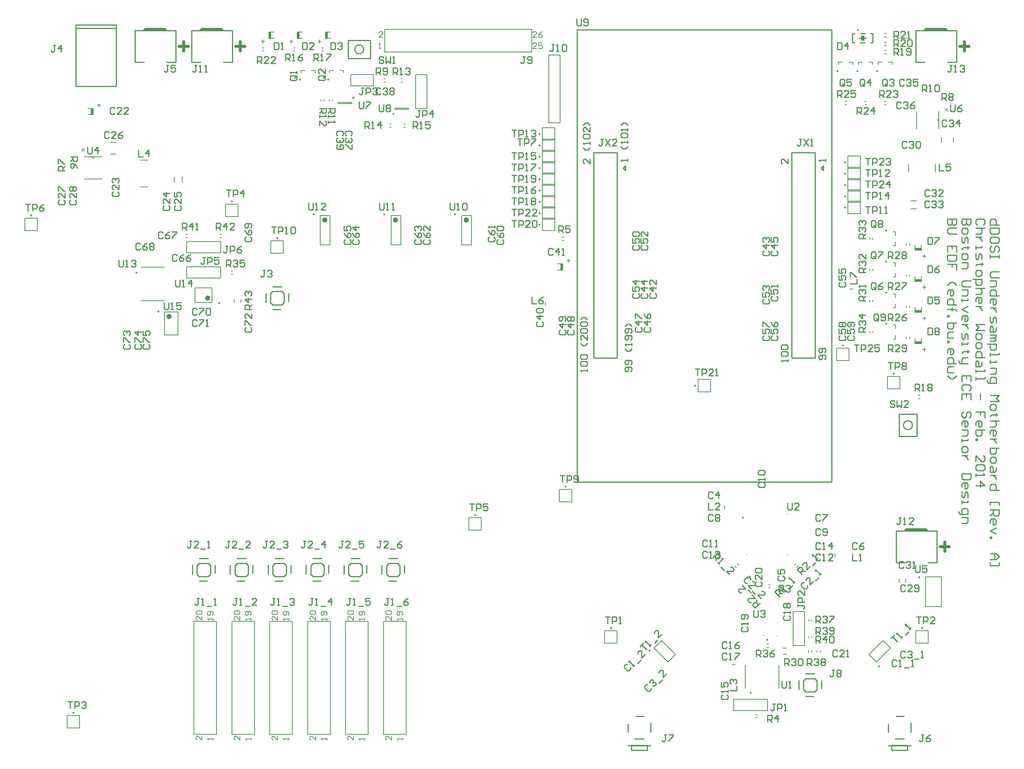
<source format=gto>
%FSTAX25Y25*%
%MOIN*%
G70*
G01*
G75*
%ADD10C,0.01575*%
G04:AMPARAMS|DCode=11|XSize=62.99mil|YSize=68.9mil|CornerRadius=15.75mil|HoleSize=0mil|Usage=FLASHONLY|Rotation=270.000|XOffset=0mil|YOffset=0mil|HoleType=Round|Shape=RoundedRectangle|*
%AMROUNDEDRECTD11*
21,1,0.06299,0.03740,0,0,270.0*
21,1,0.03150,0.06890,0,0,270.0*
1,1,0.03150,-0.01870,-0.01575*
1,1,0.03150,-0.01870,0.01575*
1,1,0.03150,0.01870,0.01575*
1,1,0.03150,0.01870,-0.01575*
%
%ADD11ROUNDEDRECTD11*%
%ADD12R,0.06890X0.06299*%
G04:AMPARAMS|DCode=13|XSize=35.43mil|YSize=31.5mil|CornerRadius=0mil|HoleSize=0mil|Usage=FLASHONLY|Rotation=225.000|XOffset=0mil|YOffset=0mil|HoleType=Round|Shape=Rectangle|*
%AMROTATEDRECTD13*
4,1,4,0.00139,0.02366,0.02366,0.00139,-0.00139,-0.02366,-0.02366,-0.00139,0.00139,0.02366,0.0*
%
%ADD13ROTATEDRECTD13*%

%ADD14R,0.03543X0.02756*%
%ADD15R,0.03543X0.03150*%
%ADD16R,0.03150X0.03543*%
%ADD17R,0.02756X0.03543*%
%ADD18R,0.05512X0.04331*%
G04:AMPARAMS|DCode=19|XSize=35.43mil|YSize=27.56mil|CornerRadius=0mil|HoleSize=0mil|Usage=FLASHONLY|Rotation=225.000|XOffset=0mil|YOffset=0mil|HoleType=Round|Shape=Rectangle|*
%AMROTATEDRECTD19*
4,1,4,0.00278,0.02227,0.02227,0.00278,-0.00278,-0.02227,-0.02227,-0.00278,0.00278,0.02227,0.0*
%
%ADD19ROTATEDRECTD19*%

%ADD20O,0.07874X0.01969*%
%ADD21O,0.00984X0.03150*%
%ADD22O,0.03150X0.00984*%
%ADD23R,0.07087X0.07087*%
%ADD24R,0.04331X0.06693*%
%ADD25R,0.07087X0.07874*%
G04:AMPARAMS|DCode=26|XSize=70.87mil|YSize=78.74mil|CornerRadius=17.72mil|HoleSize=0mil|Usage=FLASHONLY|Rotation=180.000|XOffset=0mil|YOffset=0mil|HoleType=Round|Shape=RoundedRectangle|*
%AMROUNDEDRECTD26*
21,1,0.07087,0.04331,0,0,180.0*
21,1,0.03543,0.07874,0,0,180.0*
1,1,0.03543,-0.01772,0.02165*
1,1,0.03543,0.01772,0.02165*
1,1,0.03543,0.01772,-0.02165*
1,1,0.03543,-0.01772,-0.02165*
%
%ADD26ROUNDEDRECTD26*%
%ADD27R,0.04331X0.05512*%
%ADD28R,0.29528X0.29528*%
G04:AMPARAMS|DCode=29|XSize=35.43mil|YSize=27.56mil|CornerRadius=0mil|HoleSize=0mil|Usage=FLASHONLY|Rotation=315.000|XOffset=0mil|YOffset=0mil|HoleType=Round|Shape=Rectangle|*
%AMROTATEDRECTD29*
4,1,4,-0.02227,0.00278,-0.00278,0.02227,0.02227,-0.00278,0.00278,-0.02227,-0.02227,0.00278,0.0*
%
%ADD29ROTATEDRECTD29*%

G04:AMPARAMS|DCode=30|XSize=39.37mil|YSize=61.02mil|CornerRadius=9.84mil|HoleSize=0mil|Usage=FLASHONLY|Rotation=225.000|XOffset=0mil|YOffset=0mil|HoleType=Round|Shape=RoundedRectangle|*
%AMROUNDEDRECTD30*
21,1,0.03937,0.04134,0,0,225.0*
21,1,0.01969,0.06102,0,0,225.0*
1,1,0.01969,-0.02158,0.00766*
1,1,0.01969,-0.00766,0.02158*
1,1,0.01969,0.02158,-0.00766*
1,1,0.01969,0.00766,-0.02158*
%
%ADD30ROUNDEDRECTD30*%
G04:AMPARAMS|DCode=31|XSize=39.37mil|YSize=61.02mil|CornerRadius=0mil|HoleSize=0mil|Usage=FLASHONLY|Rotation=225.000|XOffset=0mil|YOffset=0mil|HoleType=Round|Shape=Rectangle|*
%AMROTATEDRECTD31*
4,1,4,-0.00766,0.03550,0.03550,-0.00766,0.00766,-0.03550,-0.03550,0.00766,-0.00766,0.03550,0.0*
%
%ADD31ROTATEDRECTD31*%

G04:AMPARAMS|DCode=32|XSize=35.43mil|YSize=31.5mil|CornerRadius=0mil|HoleSize=0mil|Usage=FLASHONLY|Rotation=315.000|XOffset=0mil|YOffset=0mil|HoleType=Round|Shape=Rectangle|*
%AMROTATEDRECTD32*
4,1,4,-0.02366,0.00139,-0.00139,0.02366,0.02366,-0.00139,0.00139,-0.02366,-0.02366,0.00139,0.0*
%
%ADD32ROTATEDRECTD32*%

G04:AMPARAMS|DCode=33|XSize=39.37mil|YSize=61.02mil|CornerRadius=9.84mil|HoleSize=0mil|Usage=FLASHONLY|Rotation=135.000|XOffset=0mil|YOffset=0mil|HoleType=Round|Shape=RoundedRectangle|*
%AMROUNDEDRECTD33*
21,1,0.03937,0.04134,0,0,135.0*
21,1,0.01969,0.06102,0,0,135.0*
1,1,0.01969,0.00766,0.02158*
1,1,0.01969,0.02158,0.00766*
1,1,0.01969,-0.00766,-0.02158*
1,1,0.01969,-0.02158,-0.00766*
%
%ADD33ROUNDEDRECTD33*%
G04:AMPARAMS|DCode=34|XSize=39.37mil|YSize=61.02mil|CornerRadius=0mil|HoleSize=0mil|Usage=FLASHONLY|Rotation=135.000|XOffset=0mil|YOffset=0mil|HoleType=Round|Shape=Rectangle|*
%AMROTATEDRECTD34*
4,1,4,0.03550,0.00766,-0.00766,-0.03550,-0.03550,-0.00766,0.00766,0.03550,0.03550,0.00766,0.0*
%
%ADD34ROTATEDRECTD34*%

%ADD35O,0.07087X0.00984*%
%ADD36R,0.04400X0.10600*%
G04:AMPARAMS|DCode=37|XSize=39.37mil|YSize=72.84mil|CornerRadius=9.84mil|HoleSize=0mil|Usage=FLASHONLY|Rotation=90.000|XOffset=0mil|YOffset=0mil|HoleType=Round|Shape=RoundedRectangle|*
%AMROUNDEDRECTD37*
21,1,0.03937,0.05315,0,0,90.0*
21,1,0.01969,0.07284,0,0,90.0*
1,1,0.01969,0.02658,0.00984*
1,1,0.01969,0.02658,-0.00984*
1,1,0.01969,-0.02658,-0.00984*
1,1,0.01969,-0.02658,0.00984*
%
%ADD37ROUNDEDRECTD37*%
%ADD38R,0.07284X0.03937*%
%ADD39R,0.07284X0.13780*%
%ADD40R,0.06693X0.04331*%
%ADD41R,0.10600X0.04400*%
G04:AMPARAMS|DCode=42|XSize=70.87mil|YSize=78.74mil|CornerRadius=17.72mil|HoleSize=0mil|Usage=FLASHONLY|Rotation=90.000|XOffset=0mil|YOffset=0mil|HoleType=Round|Shape=RoundedRectangle|*
%AMROUNDEDRECTD42*
21,1,0.07087,0.04331,0,0,90.0*
21,1,0.03543,0.07874,0,0,90.0*
1,1,0.03543,0.02165,0.01772*
1,1,0.03543,0.02165,-0.01772*
1,1,0.03543,-0.02165,-0.01772*
1,1,0.03543,-0.02165,0.01772*
%
%ADD42ROUNDEDRECTD42*%
%ADD43R,0.07874X0.07087*%
%ADD44O,0.09449X0.01772*%
%ADD45O,0.07874X0.01378*%
%ADD46R,0.07874X0.23622*%
%ADD47R,0.02400X0.02200*%
%ADD48R,0.09400X0.12200*%
%ADD49R,0.07800X0.01814*%
%ADD50R,0.07100X0.04400*%
%ADD51R,0.02200X0.02400*%
%ADD52R,0.23622X0.07874*%
G04:AMPARAMS|DCode=53|XSize=27.56mil|YSize=51.18mil|CornerRadius=6.89mil|HoleSize=0mil|Usage=FLASHONLY|Rotation=0.000|XOffset=0mil|YOffset=0mil|HoleType=Round|Shape=RoundedRectangle|*
%AMROUNDEDRECTD53*
21,1,0.02756,0.03740,0,0,0.0*
21,1,0.01378,0.05118,0,0,0.0*
1,1,0.01378,0.00689,-0.01870*
1,1,0.01378,-0.00689,-0.01870*
1,1,0.01378,-0.00689,0.01870*
1,1,0.01378,0.00689,0.01870*
%
%ADD53ROUNDEDRECTD53*%
%ADD54R,0.02756X0.05118*%
%ADD55R,0.02756X0.07087*%
G04:AMPARAMS|DCode=56|XSize=27.56mil|YSize=70.87mil|CornerRadius=6.89mil|HoleSize=0mil|Usage=FLASHONLY|Rotation=180.000|XOffset=0mil|YOffset=0mil|HoleType=Round|Shape=RoundedRectangle|*
%AMROUNDEDRECTD56*
21,1,0.02756,0.05709,0,0,180.0*
21,1,0.01378,0.07087,0,0,180.0*
1,1,0.01378,-0.00689,0.02854*
1,1,0.01378,0.00689,0.02854*
1,1,0.01378,0.00689,-0.02854*
1,1,0.01378,-0.00689,-0.02854*
%
%ADD56ROUNDEDRECTD56*%
G04:AMPARAMS|DCode=57|XSize=31.5mil|YSize=15.75mil|CornerRadius=3.94mil|HoleSize=0mil|Usage=FLASHONLY|Rotation=180.000|XOffset=0mil|YOffset=0mil|HoleType=Round|Shape=RoundedRectangle|*
%AMROUNDEDRECTD57*
21,1,0.03150,0.00787,0,0,180.0*
21,1,0.02362,0.01575,0,0,180.0*
1,1,0.00787,-0.01181,0.00394*
1,1,0.00787,0.01181,0.00394*
1,1,0.00787,0.01181,-0.00394*
1,1,0.00787,-0.01181,-0.00394*
%
%ADD57ROUNDEDRECTD57*%
G04:AMPARAMS|DCode=58|XSize=31.5mil|YSize=15.75mil|CornerRadius=3.94mil|HoleSize=0mil|Usage=FLASHONLY|Rotation=90.000|XOffset=0mil|YOffset=0mil|HoleType=Round|Shape=RoundedRectangle|*
%AMROUNDEDRECTD58*
21,1,0.03150,0.00787,0,0,90.0*
21,1,0.02362,0.01575,0,0,90.0*
1,1,0.00787,0.00394,0.01181*
1,1,0.00787,0.00394,-0.01181*
1,1,0.00787,-0.00394,-0.01181*
1,1,0.00787,-0.00394,0.01181*
%
%ADD58ROUNDEDRECTD58*%
%ADD59R,0.04400X0.07100*%
%ADD60R,0.12200X0.09400*%
%ADD61R,0.01814X0.07800*%
%ADD62R,0.07087X0.02756*%
G04:AMPARAMS|DCode=63|XSize=27.56mil|YSize=70.87mil|CornerRadius=6.89mil|HoleSize=0mil|Usage=FLASHONLY|Rotation=90.000|XOffset=0mil|YOffset=0mil|HoleType=Round|Shape=RoundedRectangle|*
%AMROUNDEDRECTD63*
21,1,0.02756,0.05709,0,0,90.0*
21,1,0.01378,0.07087,0,0,90.0*
1,1,0.01378,0.02854,0.00689*
1,1,0.01378,0.02854,-0.00689*
1,1,0.01378,-0.02854,-0.00689*
1,1,0.01378,-0.02854,0.00689*
%
%ADD63ROUNDEDRECTD63*%
%ADD64R,0.06299X0.06890*%
%ADD65C,0.02500*%
%ADD66C,0.01000*%
%ADD67C,0.09400*%
%ADD68C,0.19685*%
%ADD69C,0.09449*%
%ADD70C,0.06800*%
%ADD71C,0.20000*%
%ADD72C,0.04724*%
%ADD73C,0.06000*%
%ADD74R,0.05906X0.05906*%
%ADD75C,0.05906*%
%ADD76R,0.05906X0.05906*%
%ADD77C,0.07087*%
%ADD78C,0.23622*%
%ADD79C,0.02598*%
%ADD80C,0.04000*%
%ADD81C,0.10200*%
%ADD82C,0.17779*%
%ADD83C,0.11087*%
%ADD84C,0.08200*%
%ADD85C,0.17000*%
%ADD86C,0.07150*%
%ADD87C,0.08724*%
%ADD88C,0.07543*%
%ADD89C,0.07937*%
%ADD90C,0.05299*%
%ADD91C,0.00984*%
%ADD92C,0.02362*%
%ADD93C,0.00600*%
%ADD94C,0.02000*%
%ADD95C,0.00787*%
%ADD96C,0.00800*%
%ADD97C,0.00300*%
%ADD98R,0.02165X0.05512*%
%ADD99R,0.05512X0.02165*%
D65*
X02695Y07225D02*
X02765D01*
X02725D02*
X02765D01*
X02725D02*
Y07265D01*
Y07185D02*
Y07265D01*
Y07185D02*
Y07225D01*
X02685D02*
X02725D01*
X0942Y028D02*
X0949D01*
X0945D02*
X0949D01*
X0945D02*
Y0284D01*
Y0276D02*
Y0284D01*
Y0276D02*
Y028D01*
X0941D02*
X0945D01*
X03195Y07225D02*
X03265D01*
X03225D02*
X03265D01*
X03225D02*
Y07265D01*
Y07185D02*
Y07265D01*
Y07185D02*
Y07225D01*
X03185D02*
X03225D01*
X09595D02*
X09665D01*
X09625D02*
X09665D01*
X09625D02*
Y07265D01*
Y07185D02*
Y07265D01*
Y07185D02*
Y07225D01*
X09585D02*
X09625D01*
D66*
X0916437Y03875D02*
G03*
X0916437Y03875I-0003937J0D01*
G01*
X0431437Y072D02*
G03*
X0431437Y072I-0003937J0D01*
G01*
X0868563Y0737087D02*
G03*
X0868563Y0737087I-0000394J0D01*
G01*
X02295Y07165D02*
Y07295D01*
Y07155D02*
Y07165D01*
X02655Y07155D02*
Y07295D01*
X02295D02*
Y07365D01*
X02355D01*
X02365D01*
X02385Y07385D01*
X02555D01*
X02575Y07365D01*
X02655D01*
Y07295D02*
Y07365D01*
X02365D02*
X02575D01*
X02295Y07085D02*
Y07155D01*
Y07085D02*
X02375D01*
X02575D02*
X02655D01*
Y07155D01*
X0177Y0687307D02*
X0212717D01*
X0177284Y0741732D02*
X0212717D01*
Y0687307D02*
Y0741732D01*
X0177Y0687307D02*
Y0741732D01*
X0177284Y0738685D02*
X0212717D01*
X0816Y01535D02*
Y01615D01*
X0822Y01475D02*
X0829D01*
X0836Y01545D02*
Y01615D01*
X0822Y01675D02*
X083D01*
X0822063Y0163406D02*
X0829937D01*
X0831905Y0161437D01*
Y0153563D02*
Y0161437D01*
X0829937Y0151594D02*
X0831905Y0153563D01*
X0822063Y0151594D02*
X0829937D01*
X0820094Y0153563D02*
X0822063Y0151594D01*
X0820094Y0153563D02*
Y0161437D01*
X0822063Y0163406D01*
X0667913Y01D02*
Y0104252D01*
X0665Y0104D02*
X0685D01*
X0665D02*
X0685D01*
Y0116D02*
Y0124D01*
X0672Y013D02*
X0679D01*
X0665Y0116D02*
Y0123D01*
X0671Y011D02*
X0679D01*
X0667913Y0104252D02*
X0682087D01*
X0667913Y01D02*
X0682087D01*
Y0104252D01*
X0897913Y01D02*
Y0104252D01*
X0895Y0104D02*
X0915D01*
X0895D02*
X0915D01*
Y0116D02*
Y0124D01*
X0902Y013D02*
X0909D01*
X0895Y0116D02*
Y0123D01*
X0901Y011D02*
X0909D01*
X0897913Y0104252D02*
X0912087D01*
X0897913Y01D02*
X0912087D01*
Y0104252D01*
X062Y0337442D02*
Y0737442D01*
Y0337442D02*
X0845D01*
Y0737442D01*
X062D02*
X0845D01*
X0634764Y044689D02*
Y061933D01*
Y044689D02*
X0636339D01*
X0636339D02*
X0655236D01*
Y0460669D01*
Y062878D01*
X0634764D02*
X0655236D01*
X0634764Y062878D02*
X0634764Y062878D01*
X0634764Y0618937D02*
Y062878D01*
X0660748Y0615D02*
X0660748D01*
X0662716Y0616968D01*
Y0613031D02*
Y0616968D01*
X0660748Y0615D02*
X0662716Y0613031D01*
X0660748Y0615D02*
X0660748D01*
X0835798D02*
X0835798D01*
X0837766Y0613031D01*
Y0616968D01*
X0835798Y0615D02*
X0837766Y0616968D01*
X0835798Y0615D02*
X0835798D01*
X0809814Y0618937D02*
Y062878D01*
X0809814Y062878D01*
X0830286D01*
Y0460669D02*
Y062878D01*
Y044689D02*
Y0460669D01*
X0811389Y044689D02*
X0830286D01*
X0809814D02*
X0811389D01*
X0809814D02*
Y061933D01*
X04475Y02555D02*
Y02635D01*
X04535Y02495D02*
X04605D01*
X04675Y02565D02*
Y02635D01*
X04535Y02695D02*
X04615D01*
X0453563Y0265406D02*
X0461437D01*
X0463406Y0263437D01*
Y0255563D02*
Y0263437D01*
X0461437Y0253594D02*
X0463406Y0255563D01*
X0453563Y0253594D02*
X0461437D01*
X0451594Y0255563D02*
X0453563Y0253594D01*
X0451594Y0255563D02*
Y0263437D01*
X0453563Y0265406D01*
X0414Y02555D02*
Y02635D01*
X042Y02495D02*
X0427D01*
X0434Y02565D02*
Y02635D01*
X042Y02695D02*
X0428D01*
X0420063Y0265406D02*
X0427937D01*
X0429906Y0263437D01*
Y0255563D02*
Y0263437D01*
X0427937Y0253594D02*
X0429906Y0255563D01*
X0420063Y0253594D02*
X0427937D01*
X0418094Y0255563D02*
X0420063Y0253594D01*
X0418094Y0255563D02*
Y0263437D01*
X0420063Y0265406D01*
X03805Y02555D02*
Y02635D01*
X03865Y02495D02*
X03935D01*
X04005Y02565D02*
Y02635D01*
X03865Y02695D02*
X03945D01*
X0386563Y0265406D02*
X0394437D01*
X0396406Y0263437D01*
Y0255563D02*
Y0263437D01*
X0394437Y0253594D02*
X0396406Y0255563D01*
X0386563Y0253594D02*
X0394437D01*
X0384594Y0255563D02*
X0386563Y0253594D01*
X0384594Y0255563D02*
Y0263437D01*
X0386563Y0265406D01*
X0347Y02555D02*
Y02635D01*
X0353Y02495D02*
X036D01*
X0367Y02565D02*
Y02635D01*
X0353Y02695D02*
X0361D01*
X0353063Y0265406D02*
X0360937D01*
X0362906Y0263437D01*
Y0255563D02*
Y0263437D01*
X0360937Y0253594D02*
X0362906Y0255563D01*
X0353063Y0253594D02*
X0360937D01*
X0351095Y0255563D02*
X0353063Y0253594D01*
X0351095Y0255563D02*
Y0263437D01*
X0353063Y0265406D01*
X03135Y02555D02*
Y02635D01*
X03195Y02495D02*
X03265D01*
X03335Y02565D02*
Y02635D01*
X03195Y02695D02*
X03275D01*
X0319563Y0265406D02*
X0327437D01*
X0329405Y0263437D01*
Y0255563D02*
Y0263437D01*
X0327437Y0253594D02*
X0329405Y0255563D01*
X0319563Y0253594D02*
X0327437D01*
X0317595Y0255563D02*
X0319563Y0253594D01*
X0317595Y0255563D02*
Y0263437D01*
X0319563Y0265406D01*
X028Y02555D02*
Y02635D01*
X0286Y02495D02*
X0293D01*
X03Y02565D02*
Y02635D01*
X0286Y02695D02*
X0294D01*
X0286063Y0265406D02*
X0293937D01*
X0295905Y0263437D01*
Y0255563D02*
Y0263437D01*
X0293937Y0253594D02*
X0295905Y0255563D01*
X0286063Y0253594D02*
X0293937D01*
X0284095Y0255563D02*
X0286063Y0253594D01*
X0284095Y0255563D02*
Y0263437D01*
X0286063Y0265406D01*
X0902Y0274D02*
Y0287D01*
Y0273D02*
Y0274D01*
X0938Y0273D02*
Y0287D01*
X0902D02*
Y0294D01*
X0908D01*
X0909D01*
X0911Y0296D01*
X0928D01*
X093Y0294D01*
X0938D01*
Y0287D02*
Y0294D01*
X0909D02*
X093D01*
X0902Y0266D02*
Y0273D01*
Y0266D02*
X091D01*
X093D02*
X0938D01*
Y0273D01*
X0904626Y0377658D02*
Y0397342D01*
Y0377658D02*
X0920374D01*
Y0397342D01*
X0904626D02*
X0920374D01*
X0345Y0496D02*
Y0504D01*
X0351Y049D02*
X0358D01*
X0365Y0497D02*
Y0504D01*
X0351Y051D02*
X0359D01*
X0351063Y0505905D02*
X0358937D01*
X0360906Y0503937D01*
Y0496063D02*
Y0503937D01*
X0358937Y0494095D02*
X0360906Y0496063D01*
X0351063Y0494095D02*
X0358937D01*
X0349095Y0496063D02*
X0351063Y0494095D01*
X0349095Y0496063D02*
Y0503937D01*
X0351063Y0505905D01*
X02795Y07165D02*
Y07295D01*
Y07155D02*
Y07165D01*
X03155Y07155D02*
Y07295D01*
X02795D02*
Y07365D01*
X02855D01*
X02865D01*
X02885Y07385D01*
X03055D01*
X03075Y07365D01*
X03155D01*
Y07295D02*
Y07365D01*
X02865D02*
X03075D01*
X02795Y07085D02*
Y07155D01*
Y07085D02*
X02875D01*
X03075D02*
X03155D01*
Y07155D01*
X0417658Y0712126D02*
X0437343D01*
Y0727874D01*
X0417658D02*
X0437343D01*
X0417658Y0712126D02*
Y0727874D01*
X08705Y0734D02*
X08745D01*
X08705Y0726D02*
X08745D01*
X08635D02*
X08655D01*
X08635D02*
Y0734D01*
X08655D01*
X08795D02*
X08815D01*
Y0726D02*
Y0734D01*
X08795Y0726D02*
X08815D01*
X08715Y0728D02*
Y073D01*
Y0728D02*
Y0732D01*
Y073D02*
Y0732D01*
Y073D02*
X08735Y0728D01*
Y0732D01*
X08715Y073D02*
X08735Y0732D01*
X08715Y073D02*
X08725D01*
X08735Y0731D01*
Y0729D02*
Y0731D01*
X08725Y0729D02*
X08735D01*
X08725D02*
X08735Y073D01*
X08755D01*
X08695D02*
X08755D01*
X09195Y07165D02*
Y07295D01*
Y07155D02*
Y07165D01*
X09555Y07155D02*
Y07295D01*
X09195D02*
Y07365D01*
X09255D01*
X09265D01*
X09285Y07385D01*
X09455D01*
X09475Y07365D01*
X09555D01*
Y07295D02*
Y07365D01*
X09265D02*
X09475D01*
X09195Y07085D02*
Y07155D01*
Y07085D02*
X09275D01*
X09475D02*
X09555D01*
Y07155D01*
X0909899Y0186598D02*
X0908899Y0187598D01*
X09069D01*
X09059Y0186598D01*
Y01826D01*
X09069Y01816D01*
X0908899D01*
X0909899Y01826D01*
X0911898Y0186598D02*
X0912898Y0187598D01*
X0914897D01*
X0915897Y0186598D01*
Y0185599D01*
X0914897Y0184599D01*
X0913897D01*
X0914897D01*
X0915897Y0183599D01*
Y01826D01*
X0914897Y01816D01*
X0912898D01*
X0911898Y01826D01*
X0917896Y01806D02*
X0921895D01*
X0923894Y01816D02*
X0925893D01*
X0924894D01*
Y0187598D01*
X0923894Y0186598D01*
X0902399Y0179098D02*
X0901399Y0180098D01*
X08994D01*
X08984Y0179098D01*
Y01751D01*
X08994Y01741D01*
X0901399D01*
X0902399Y01751D01*
X0904398Y01741D02*
X0906397D01*
X0905398D01*
Y0180098D01*
X0904398Y0179098D01*
X0909396Y01731D02*
X0913395D01*
X0915394Y01741D02*
X0917394D01*
X0916394D01*
Y0180098D01*
X0915394Y0179098D01*
X0925Y06825D02*
Y0688498D01*
X0927999D01*
X0928999Y0687498D01*
Y0685499D01*
X0927999Y0684499D01*
X0925D01*
X0926999D02*
X0928999Y06825D01*
X0930998D02*
X0932997D01*
X0931998D01*
Y0688498D01*
X0930998Y0687498D01*
X0935996D02*
X0936996Y0688498D01*
X0938995D01*
X0939995Y0687498D01*
Y06835D01*
X0938995Y06825D01*
X0936996D01*
X0935996Y06835D01*
Y0687498D01*
X01675Y06125D02*
X0161502D01*
Y0615499D01*
X0162502Y0616499D01*
X0164501D01*
X0165501Y0615499D01*
Y06125D01*
Y0614499D02*
X01675Y0616499D01*
X0161502Y0618498D02*
Y0622497D01*
X0162502D01*
X01665Y0618498D01*
X01675D01*
X0255Y0495998D02*
Y0491D01*
X0256Y049D01*
X0257999D01*
X0258999Y0491D01*
Y0495998D01*
X0260998Y049D02*
X0262997D01*
X0261998D01*
Y0495998D01*
X0260998Y0494998D01*
X0269995Y0495998D02*
X0265996D01*
Y0492999D01*
X0267996Y0493999D01*
X0268995D01*
X0269995Y0492999D01*
Y0491D01*
X0268995Y049D01*
X0266996D01*
X0265996Y0491D01*
X0265Y0515998D02*
Y0511D01*
X0266Y051D01*
X0267999D01*
X0268999Y0511D01*
Y0515998D01*
X0270998Y051D02*
X0272997D01*
X0271998D01*
Y0515998D01*
X0270998Y0514998D01*
X0278995Y051D02*
Y0515998D01*
X0275996Y0512999D01*
X0279995D01*
X0215Y0533498D02*
Y05285D01*
X0216Y05275D01*
X0217999D01*
X0218999Y05285D01*
Y0533498D01*
X0220998Y05275D02*
X0222997D01*
X0221998D01*
Y0533498D01*
X0220998Y0532498D01*
X0225996D02*
X0226996Y0533498D01*
X0228995D01*
X0229995Y0532498D01*
Y0531499D01*
X0228995Y0530499D01*
X0227996D01*
X0228995D01*
X0229995Y0529499D01*
Y05285D01*
X0228995Y05275D01*
X0226996D01*
X0225996Y05285D01*
X038275Y0583948D02*
Y057895D01*
X038375Y057795D01*
X0385749D01*
X0386749Y057895D01*
Y0583948D01*
X0388748Y057795D02*
X0390747D01*
X0389748D01*
Y0583948D01*
X0388748Y0582948D01*
X0397745Y057795D02*
X0393746D01*
X0397745Y0581949D01*
Y0582948D01*
X0396745Y0583948D01*
X0394746D01*
X0393746Y0582948D01*
X044525Y0583948D02*
Y057895D01*
X044625Y057795D01*
X0448249D01*
X0449249Y057895D01*
Y0583948D01*
X0451248Y057795D02*
X0453247D01*
X0452248D01*
Y0583948D01*
X0451248Y0582948D01*
X0456246Y057795D02*
X0458246D01*
X0457246D01*
Y0583948D01*
X0456246Y0582948D01*
X050775Y0583948D02*
Y057895D01*
X050875Y057795D01*
X0510749D01*
X0511749Y057895D01*
Y0583948D01*
X0513748Y057795D02*
X0515747D01*
X0514748D01*
Y0583948D01*
X0513748Y0582948D01*
X0518746D02*
X0519746Y0583948D01*
X0521745D01*
X0522745Y0582948D01*
Y057895D01*
X0521745Y057795D01*
X0519746D01*
X0518746Y057895D01*
Y0582948D01*
X06196Y0746898D02*
Y07419D01*
X06206Y07409D01*
X0622599D01*
X0623599Y07419D01*
Y0746898D01*
X0625598Y07419D02*
X0626598Y07409D01*
X0628597D01*
X0629597Y07419D01*
Y0745898D01*
X0628597Y0746898D01*
X0626598D01*
X0625598Y0745898D01*
Y0744899D01*
X0626598Y0743899D01*
X0629597D01*
X0445Y0670998D02*
Y0666D01*
X0446Y0665D01*
X0447999D01*
X0448999Y0666D01*
Y0670998D01*
X0450998Y0669998D02*
X0451998Y0670998D01*
X0453997D01*
X0454997Y0669998D01*
Y0668999D01*
X0453997Y0667999D01*
X0454997Y0666999D01*
Y0666D01*
X0453997Y0665D01*
X0451998D01*
X0450998Y0666D01*
Y0666999D01*
X0451998Y0667999D01*
X0450998Y0668999D01*
Y0669998D01*
X0451998Y0667999D02*
X0453997D01*
X04275Y0673498D02*
Y06685D01*
X04285Y06675D01*
X0430499D01*
X0431499Y06685D01*
Y0673498D01*
X0433498D02*
X0437497D01*
Y0672498D01*
X0433498Y06685D01*
Y06675D01*
X095Y0670998D02*
Y0666D01*
X0951Y0665D01*
X0952999D01*
X0953999Y0666D01*
Y0670998D01*
X0959997D02*
X0957997Y0669998D01*
X0955998Y0667999D01*
Y0666D01*
X0956998Y0665D01*
X0958997D01*
X0959997Y0666D01*
Y0666999D01*
X0958997Y0667999D01*
X0955998D01*
X09192Y0263398D02*
Y02584D01*
X09202Y02574D01*
X0922199D01*
X0923199Y02584D01*
Y0263398D01*
X0929197D02*
X0925198D01*
Y0260399D01*
X0927197Y0261399D01*
X0928197D01*
X0929197Y0260399D01*
Y02584D01*
X0928197Y02574D01*
X0926198D01*
X0925198Y02584D01*
X01875Y0633498D02*
Y06285D01*
X01885Y06275D01*
X0190499D01*
X0191499Y06285D01*
Y0633498D01*
X0196497Y06275D02*
Y0633498D01*
X0193498Y0630499D01*
X0197497D01*
X0776Y0223498D02*
Y02185D01*
X0777Y02175D01*
X0778999D01*
X0779999Y02185D01*
Y0223498D01*
X0781998Y0222498D02*
X0782998Y0223498D01*
X0784997D01*
X0785997Y0222498D01*
Y0221499D01*
X0784997Y0220499D01*
X0783997D01*
X0784997D01*
X0785997Y0219499D01*
Y02185D01*
X0784997Y02175D01*
X0782998D01*
X0781998Y02185D01*
X0806Y0318498D02*
Y03135D01*
X0807Y03125D01*
X0808999D01*
X0809999Y03135D01*
Y0318498D01*
X0815997Y03125D02*
X0811998D01*
X0815997Y0316499D01*
Y0317498D01*
X0814997Y0318498D01*
X0812998D01*
X0811998Y0317498D01*
X0801Y0160998D02*
Y0156D01*
X0802Y0155D01*
X0803999D01*
X0804999Y0156D01*
Y0160998D01*
X0806998Y0155D02*
X0808997D01*
X0807998D01*
Y0160998D01*
X0806998Y0159998D01*
X0865Y0458498D02*
X0868999D01*
X0866999D01*
Y04525D01*
X0870998D02*
Y0458498D01*
X0873997D01*
X0874997Y0457498D01*
Y0455499D01*
X0873997Y0454499D01*
X0870998D01*
X0880995Y04525D02*
X0876996D01*
X0880995Y0456499D01*
Y0457498D01*
X0879995Y0458498D01*
X0877996D01*
X0876996Y0457498D01*
X0886993Y0458498D02*
X0882994D01*
Y0455499D01*
X0884993Y0456499D01*
X0885993D01*
X0886993Y0455499D01*
Y04535D01*
X0885993Y04525D01*
X0883994D01*
X0882994Y04535D01*
X0875Y0603498D02*
X0878999D01*
X0876999D01*
Y05975D01*
X0880998D02*
Y0603498D01*
X0883997D01*
X0884997Y0602498D01*
Y0600499D01*
X0883997Y0599499D01*
X0880998D01*
X0890995Y05975D02*
X0886996D01*
X0890995Y0601499D01*
Y0602498D01*
X0889995Y0603498D01*
X0887996D01*
X0886996Y0602498D01*
X0895993Y05975D02*
Y0603498D01*
X0892994Y0600499D01*
X0896993D01*
X0875Y0623498D02*
X0878999D01*
X0876999D01*
Y06175D01*
X0880998D02*
Y0623498D01*
X0883997D01*
X0884997Y0622498D01*
Y0620499D01*
X0883997Y0619499D01*
X0880998D01*
X0890995Y06175D02*
X0886996D01*
X0890995Y0621499D01*
Y0622498D01*
X0889995Y0623498D01*
X0887996D01*
X0886996Y0622498D01*
X0892994D02*
X0893994Y0623498D01*
X0895993D01*
X0896993Y0622498D01*
Y0621499D01*
X0895993Y0620499D01*
X0894993D01*
X0895993D01*
X0896993Y0619499D01*
Y06185D01*
X0895993Y06175D01*
X0893994D01*
X0892994Y06185D01*
X05625Y0578498D02*
X0566499D01*
X0564499D01*
Y05725D01*
X0568498D02*
Y0578498D01*
X0571497D01*
X0572497Y0577498D01*
Y0575499D01*
X0571497Y0574499D01*
X0568498D01*
X0578495Y05725D02*
X0574496D01*
X0578495Y0576499D01*
Y0577498D01*
X0577495Y0578498D01*
X0575496D01*
X0574496Y0577498D01*
X0584493Y05725D02*
X0580494D01*
X0584493Y0576499D01*
Y0577498D01*
X0583493Y0578498D01*
X0581494D01*
X0580494Y0577498D01*
X07244Y0437398D02*
X0728399D01*
X0726399D01*
Y04314D01*
X0730398D02*
Y0437398D01*
X0733397D01*
X0734397Y0436398D01*
Y0434399D01*
X0733397Y0433399D01*
X0730398D01*
X0740395Y04314D02*
X0736396D01*
X0740395Y0435399D01*
Y0436398D01*
X0739395Y0437398D01*
X0737396D01*
X0736396Y0436398D01*
X0742394Y04314D02*
X0744393D01*
X0743394D01*
Y0437398D01*
X0742394Y0436398D01*
X05625Y0568498D02*
X0566499D01*
X0564499D01*
Y05625D01*
X0568498D02*
Y0568498D01*
X0571497D01*
X0572497Y0567498D01*
Y0565499D01*
X0571497Y0564499D01*
X0568498D01*
X0578495Y05625D02*
X0574496D01*
X0578495Y0566499D01*
Y0567498D01*
X0577495Y0568498D01*
X0575496D01*
X0574496Y0567498D01*
X0580494D02*
X0581494Y0568498D01*
X0583493D01*
X0584493Y0567498D01*
Y05635D01*
X0583493Y05625D01*
X0581494D01*
X0580494Y05635D01*
Y0567498D01*
X05625Y0608498D02*
X0566499D01*
X0564499D01*
Y06025D01*
X0568498D02*
Y0608498D01*
X0571497D01*
X0572497Y0607498D01*
Y0605499D01*
X0571497Y0604499D01*
X0568498D01*
X0574496Y06025D02*
X0576496D01*
X0575496D01*
Y0608498D01*
X0574496Y0607498D01*
X0579494Y06035D02*
X0580494Y06025D01*
X0582493D01*
X0583493Y06035D01*
Y0607498D01*
X0582493Y0608498D01*
X0580494D01*
X0579494Y0607498D01*
Y0606499D01*
X0580494Y0605499D01*
X0583493D01*
X05625Y0588498D02*
X0566499D01*
X0564499D01*
Y05825D01*
X0568498D02*
Y0588498D01*
X0571497D01*
X0572497Y0587498D01*
Y0585499D01*
X0571497Y0584499D01*
X0568498D01*
X0574496Y05825D02*
X0576496D01*
X0575496D01*
Y0588498D01*
X0574496Y0587498D01*
X0579494D02*
X0580494Y0588498D01*
X0582493D01*
X0583493Y0587498D01*
Y0586499D01*
X0582493Y0585499D01*
X0583493Y0584499D01*
Y05835D01*
X0582493Y05825D01*
X0580494D01*
X0579494Y05835D01*
Y0584499D01*
X0580494Y0585499D01*
X0579494Y0586499D01*
Y0587498D01*
X0580494Y0585499D02*
X0582493D01*
X05625Y0618498D02*
X0566499D01*
X0564499D01*
Y06125D01*
X0568498D02*
Y0618498D01*
X0571497D01*
X0572497Y0617498D01*
Y0615499D01*
X0571497Y0614499D01*
X0568498D01*
X0574496Y06125D02*
X0576496D01*
X0575496D01*
Y0618498D01*
X0574496Y0617498D01*
X0579494Y0618498D02*
X0583493D01*
Y0617498D01*
X0579494Y06135D01*
Y06125D01*
X05625Y0598498D02*
X0566499D01*
X0564499D01*
Y05925D01*
X0568498D02*
Y0598498D01*
X0571497D01*
X0572497Y0597498D01*
Y0595499D01*
X0571497Y0594499D01*
X0568498D01*
X0574496Y05925D02*
X0576496D01*
X0575496D01*
Y0598498D01*
X0574496Y0597498D01*
X0583493Y0598498D02*
X0581494Y0597498D01*
X0579494Y0595499D01*
Y05935D01*
X0580494Y05925D01*
X0582493D01*
X0583493Y05935D01*
Y0594499D01*
X0582493Y0595499D01*
X0579494D01*
X05625Y0628498D02*
X0566499D01*
X0564499D01*
Y06225D01*
X0568498D02*
Y0628498D01*
X0571497D01*
X0572497Y0627498D01*
Y0625499D01*
X0571497Y0624499D01*
X0568498D01*
X0574496Y06225D02*
X0576496D01*
X0575496D01*
Y0628498D01*
X0574496Y0627498D01*
X0583493Y0628498D02*
X0579494D01*
Y0625499D01*
X0581494Y0626499D01*
X0582493D01*
X0583493Y0625499D01*
Y06235D01*
X0582493Y06225D01*
X0580494D01*
X0579494Y06235D01*
X0875Y0593498D02*
X0878999D01*
X0876999D01*
Y05875D01*
X0880998D02*
Y0593498D01*
X0883997D01*
X0884997Y0592498D01*
Y0590499D01*
X0883997Y0589499D01*
X0880998D01*
X0886996Y05875D02*
X0888995D01*
X0887996D01*
Y0593498D01*
X0886996Y0592498D01*
X0894993Y05875D02*
Y0593498D01*
X0891994Y0590499D01*
X0895993D01*
X05625Y0648498D02*
X0566499D01*
X0564499D01*
Y06425D01*
X0568498D02*
Y0648498D01*
X0571497D01*
X0572497Y0647498D01*
Y0645499D01*
X0571497Y0644499D01*
X0568498D01*
X0574496Y06425D02*
X0576496D01*
X0575496D01*
Y0648498D01*
X0574496Y0647498D01*
X0579494D02*
X0580494Y0648498D01*
X0582493D01*
X0583493Y0647498D01*
Y0646499D01*
X0582493Y0645499D01*
X0581494D01*
X0582493D01*
X0583493Y0644499D01*
Y06435D01*
X0582493Y06425D01*
X0580494D01*
X0579494Y06435D01*
X0875Y0613498D02*
X0878999D01*
X0876999D01*
Y06075D01*
X0880998D02*
Y0613498D01*
X0883997D01*
X0884997Y0612498D01*
Y0610499D01*
X0883997Y0609499D01*
X0880998D01*
X0886996Y06075D02*
X0888995D01*
X0887996D01*
Y0613498D01*
X0886996Y0612498D01*
X0895993Y06075D02*
X0891994D01*
X0895993Y0611499D01*
Y0612498D01*
X0894993Y0613498D01*
X0892994D01*
X0891994Y0612498D01*
X0875Y0580998D02*
X0878999D01*
X0876999D01*
Y0575D01*
X0880998D02*
Y0580998D01*
X0883997D01*
X0884997Y0579998D01*
Y0577999D01*
X0883997Y0576999D01*
X0880998D01*
X0886996Y0575D02*
X0888995D01*
X0887996D01*
Y0580998D01*
X0886996Y0579998D01*
X0891994Y0575D02*
X0893994D01*
X0892994D01*
Y0580998D01*
X0891994Y0579998D01*
X035005Y0563048D02*
X0354049D01*
X0352049D01*
Y055705D01*
X0356048D02*
Y0563048D01*
X0359047D01*
X0360047Y0562048D01*
Y0560049D01*
X0359047Y0559049D01*
X0356048D01*
X0362046Y055705D02*
X0364046D01*
X0363046D01*
Y0563048D01*
X0362046Y0562048D01*
X0367044D02*
X0368044Y0563048D01*
X0370043D01*
X0371043Y0562048D01*
Y055805D01*
X0370043Y055705D01*
X0368044D01*
X0367044Y055805D01*
Y0562048D01*
X060505Y0343048D02*
X0609049D01*
X0607049D01*
Y033705D01*
X0611048D02*
Y0343048D01*
X0614047D01*
X0615047Y0342048D01*
Y0340049D01*
X0614047Y0339049D01*
X0611048D01*
X0617046Y033805D02*
X0618046Y033705D01*
X0620045D01*
X0621045Y033805D01*
Y0342048D01*
X0620045Y0343048D01*
X0618046D01*
X0617046Y0342048D01*
Y0341049D01*
X0618046Y0340049D01*
X0621045D01*
X089505Y0443048D02*
X0899049D01*
X0897049D01*
Y043705D01*
X0901048D02*
Y0443048D01*
X0904047D01*
X0905047Y0442048D01*
Y0440049D01*
X0904047Y0439049D01*
X0901048D01*
X0907046Y0442048D02*
X0908046Y0443048D01*
X0910045D01*
X0911045Y0442048D01*
Y0441049D01*
X0910045Y0440049D01*
X0911045Y0439049D01*
Y043805D01*
X0910045Y043705D01*
X0908046D01*
X0907046Y043805D01*
Y0439049D01*
X0908046Y0440049D01*
X0907046Y0441049D01*
Y0442048D01*
X0908046Y0440049D02*
X0910045D01*
X05675Y0640998D02*
X0571499D01*
X0569499D01*
Y0635D01*
X0573498D02*
Y0640998D01*
X0576497D01*
X0577497Y0639998D01*
Y0637999D01*
X0576497Y0636999D01*
X0573498D01*
X0579496Y0640998D02*
X0583495D01*
Y0639998D01*
X0579496Y0636D01*
Y0635D01*
X013255Y0583048D02*
X0136549D01*
X0134549D01*
Y057705D01*
X0138548D02*
Y0583048D01*
X0141547D01*
X0142547Y0582048D01*
Y0580049D01*
X0141547Y0579049D01*
X0138548D01*
X0148545Y0583048D02*
X0146546Y0582048D01*
X0144546Y0580049D01*
Y057805D01*
X0145546Y057705D01*
X0147545D01*
X0148545Y057805D01*
Y0579049D01*
X0147545Y0580049D01*
X0144546D01*
X052505Y0318048D02*
X0529049D01*
X0527049D01*
Y031205D01*
X0531048D02*
Y0318048D01*
X0534047D01*
X0535047Y0317048D01*
Y0315049D01*
X0534047Y0314049D01*
X0531048D01*
X0541045Y0318048D02*
X0537046D01*
Y0315049D01*
X0539045Y0316049D01*
X0540045D01*
X0541045Y0315049D01*
Y031305D01*
X0540045Y031205D01*
X0538046D01*
X0537046Y031305D01*
X031005Y0595548D02*
X0314049D01*
X0312049D01*
Y058955D01*
X0316048D02*
Y0595548D01*
X0319047D01*
X0320047Y0594548D01*
Y0592549D01*
X0319047Y0591549D01*
X0316048D01*
X0325045Y058955D02*
Y0595548D01*
X0322046Y0592549D01*
X0326045D01*
X017005Y0143048D02*
X0174049D01*
X0172049D01*
Y013705D01*
X0176048D02*
Y0143048D01*
X0179047D01*
X0180047Y0142048D01*
Y0140049D01*
X0179047Y0139049D01*
X0176048D01*
X0182046Y0142048D02*
X0183046Y0143048D01*
X0185045D01*
X0186045Y0142048D01*
Y0141049D01*
X0185045Y0140049D01*
X0184046D01*
X0185045D01*
X0186045Y0139049D01*
Y013805D01*
X0185045Y013705D01*
X0183046D01*
X0182046Y013805D01*
X092005Y0218048D02*
X0924049D01*
X0922049D01*
Y021205D01*
X0926048D02*
Y0218048D01*
X0929047D01*
X0930047Y0217048D01*
Y0215049D01*
X0929047Y0214049D01*
X0926048D01*
X0936045Y021205D02*
X0932046D01*
X0936045Y0216049D01*
Y0217048D01*
X0935045Y0218048D01*
X0933046D01*
X0932046Y0217048D01*
X064505Y0218048D02*
X0649049D01*
X0647049D01*
Y021205D01*
X0651048D02*
Y0218048D01*
X0654047D01*
X0655047Y0217048D01*
Y0215049D01*
X0654047Y0214049D01*
X0651048D01*
X0657046Y021205D02*
X0659046D01*
X0658046D01*
Y0218048D01*
X0657046Y0217048D01*
X0675581Y0191741D02*
X0678409Y0194569D01*
X0676995Y0193155D01*
X0681236Y0188914D01*
X0684064Y0191741D02*
X0685477Y0193155D01*
X068477Y0192448D01*
X0680529Y0196689D01*
Y0195276D01*
X0688305Y0194569D02*
X0691132Y0197396D01*
X0694667Y0202344D02*
X0691839Y0199517D01*
Y0205172D01*
X0691132Y0205879D01*
X0689719D01*
X0688305Y0204465D01*
Y0203051D01*
X0897401Y0198812D02*
X0900228Y020164D01*
X0898815Y0200226D01*
X0903056Y0195985D01*
X0905883Y0198812D02*
X0907297Y0200226D01*
X090659Y0199519D01*
X0902349Y0203761D01*
Y0202347D01*
X0910125Y020164D02*
X0912952Y0204467D01*
X0913659Y0206588D02*
X0915073Y0208002D01*
X0914366Y0207295D01*
X0910125Y0211536D01*
Y0210122D01*
X0900749Y0408348D02*
X0899749Y0409348D01*
X089775D01*
X089675Y0408348D01*
Y0407349D01*
X089775Y0406349D01*
X0899749D01*
X0900749Y0405349D01*
Y040435D01*
X0899749Y040335D01*
X089775D01*
X089675Y040435D01*
X0902748Y0409348D02*
Y040335D01*
X0904747Y0405349D01*
X0906747Y040335D01*
Y0409348D01*
X0912745Y040335D02*
X0908746D01*
X0912745Y0407349D01*
Y0408348D01*
X0911745Y0409348D01*
X0909746D01*
X0908746Y0408348D01*
X0448999Y0712498D02*
X0447999Y0713498D01*
X0446D01*
X0445Y0712498D01*
Y0711499D01*
X0446Y0710499D01*
X0447999D01*
X0448999Y0709499D01*
Y07085D01*
X0447999Y07075D01*
X0446D01*
X0445Y07085D01*
X0450998Y0713498D02*
Y07075D01*
X0452997Y0709499D01*
X0454997Y07075D01*
Y0713498D01*
X0456996Y07075D02*
X0458995D01*
X0457996D01*
Y0713498D01*
X0456996Y0712498D01*
X03325Y049D02*
X0326502D01*
Y0492999D01*
X0327502Y0493999D01*
X0329501D01*
X0330501Y0492999D01*
Y049D01*
Y0491999D02*
X03325Y0493999D01*
Y0498997D02*
X0326502D01*
X0329501Y0495998D01*
Y0499997D01*
X0327502Y0501996D02*
X0326502Y0502996D01*
Y0504995D01*
X0327502Y0505995D01*
X0328501D01*
X0329501Y0504995D01*
Y0503996D01*
Y0504995D01*
X0330501Y0505995D01*
X03315D01*
X03325Y0504995D01*
Y0502996D01*
X03315Y0501996D01*
X03011Y05604D02*
Y0566398D01*
X0304099D01*
X0305099Y0565398D01*
Y0563399D01*
X0304099Y0562399D01*
X03011D01*
X0303099D02*
X0305099Y05604D01*
X0310097D02*
Y0566398D01*
X0307098Y0563399D01*
X0311097D01*
X0317095Y05604D02*
X0313096D01*
X0317095Y0564399D01*
Y0565398D01*
X0316095Y0566398D01*
X0314096D01*
X0313096Y0565398D01*
X02711Y05604D02*
Y0566398D01*
X0274099D01*
X0275099Y0565398D01*
Y0563399D01*
X0274099Y0562399D01*
X02711D01*
X0273099D02*
X0275099Y05604D01*
X0280097D02*
Y0566398D01*
X0277098Y0563399D01*
X0281097D01*
X0283096Y05604D02*
X0285096D01*
X0284096D01*
Y0566398D01*
X0283096Y0565398D01*
X0831Y0195D02*
Y0200998D01*
X0833999D01*
X0834999Y0199998D01*
Y0197999D01*
X0833999Y0196999D01*
X0831D01*
X0832999D02*
X0834999Y0195D01*
X0839997D02*
Y0200998D01*
X0836998Y0197999D01*
X0840997D01*
X0842996Y0199998D02*
X0843996Y0200998D01*
X0845995D01*
X0846995Y0199998D01*
Y0196D01*
X0845995Y0195D01*
X0843996D01*
X0842996Y0196D01*
Y0199998D01*
X0831Y02025D02*
Y0208498D01*
X0833999D01*
X0834999Y0207498D01*
Y0205499D01*
X0833999Y0204499D01*
X0831D01*
X0832999D02*
X0834999Y02025D01*
X0836998Y0207498D02*
X0837998Y0208498D01*
X0839997D01*
X0840997Y0207498D01*
Y0206499D01*
X0839997Y0205499D01*
X0838997D01*
X0839997D01*
X0840997Y0204499D01*
Y02035D01*
X0839997Y02025D01*
X0837998D01*
X0836998Y02035D01*
X0842996D02*
X0843996Y02025D01*
X0845995D01*
X0846995Y02035D01*
Y0207498D01*
X0845995Y0208498D01*
X0843996D01*
X0842996Y0207498D01*
Y0206499D01*
X0843996Y0205499D01*
X0846995D01*
X08235Y0175D02*
Y0180998D01*
X0826499D01*
X0827499Y0179998D01*
Y0177999D01*
X0826499Y0176999D01*
X08235D01*
X0825499D02*
X0827499Y0175D01*
X0829498Y0179998D02*
X0830498Y0180998D01*
X0832497D01*
X0833497Y0179998D01*
Y0178999D01*
X0832497Y0177999D01*
X0831497D01*
X0832497D01*
X0833497Y0176999D01*
Y0176D01*
X0832497Y0175D01*
X0830498D01*
X0829498Y0176D01*
X0835496Y0179998D02*
X0836496Y0180998D01*
X0838495D01*
X0839495Y0179998D01*
Y0178999D01*
X0838495Y0177999D01*
X0839495Y0176999D01*
Y0176D01*
X0838495Y0175D01*
X0836496D01*
X0835496Y0176D01*
Y0176999D01*
X0836496Y0177999D01*
X0835496Y0178999D01*
Y0179998D01*
X0836496Y0177999D02*
X0838495D01*
X0831Y02125D02*
Y0218498D01*
X0833999D01*
X0834999Y0217498D01*
Y0215499D01*
X0833999Y0214499D01*
X0831D01*
X0832999D02*
X0834999Y02125D01*
X0836998Y0217498D02*
X0837998Y0218498D01*
X0839997D01*
X0840997Y0217498D01*
Y0216499D01*
X0839997Y0215499D01*
X0838997D01*
X0839997D01*
X0840997Y0214499D01*
Y02135D01*
X0839997Y02125D01*
X0837998D01*
X0836998Y02135D01*
X0842996Y0218498D02*
X0846995D01*
Y0217498D01*
X0842996Y02135D01*
Y02125D01*
X07785Y01825D02*
Y0188498D01*
X0781499D01*
X0782499Y0187498D01*
Y0185499D01*
X0781499Y0184499D01*
X07785D01*
X0780499D02*
X0782499Y01825D01*
X0784498Y0187498D02*
X0785498Y0188498D01*
X0787497D01*
X0788497Y0187498D01*
Y0186499D01*
X0787497Y0185499D01*
X0786497D01*
X0787497D01*
X0788497Y0184499D01*
Y01835D01*
X0787497Y01825D01*
X0785498D01*
X0784498Y01835D01*
X0794495Y0188498D02*
X0792495Y0187498D01*
X0790496Y0185499D01*
Y01835D01*
X0791496Y01825D01*
X0793495D01*
X0794495Y01835D01*
Y0184499D01*
X0793495Y0185499D01*
X0790496D01*
X031Y05275D02*
Y0533498D01*
X0312999D01*
X0313999Y0532498D01*
Y0530499D01*
X0312999Y0529499D01*
X031D01*
X0311999D02*
X0313999Y05275D01*
X0315998Y0532498D02*
X0316998Y0533498D01*
X0318997D01*
X0319997Y0532498D01*
Y0531499D01*
X0318997Y0530499D01*
X0317997D01*
X0318997D01*
X0319997Y0529499D01*
Y05285D01*
X0318997Y05275D01*
X0316998D01*
X0315998Y05285D01*
X0325995Y0533498D02*
X0321996D01*
Y0530499D01*
X0323995Y0531499D01*
X0324995D01*
X0325995Y0530499D01*
Y05285D01*
X0324995Y05275D01*
X0322996D01*
X0321996Y05285D01*
X0875Y047D02*
X0869002D01*
Y0472999D01*
X0870002Y0473999D01*
X0872001D01*
X0873001Y0472999D01*
Y047D01*
Y0471999D02*
X0875Y0473999D01*
X0870002Y0475998D02*
X0869002Y0476998D01*
Y0478997D01*
X0870002Y0479997D01*
X0871001D01*
X0872001Y0478997D01*
Y0477997D01*
Y0478997D01*
X0873001Y0479997D01*
X0874D01*
X0875Y0478997D01*
Y0476998D01*
X0874Y0475998D01*
X0875Y0484995D02*
X0869002D01*
X0872001Y0481996D01*
Y0485995D01*
X0875Y05525D02*
X0869002D01*
Y0555499D01*
X0870002Y0556499D01*
X0872001D01*
X0873001Y0555499D01*
Y05525D01*
Y0554499D02*
X0875Y0556499D01*
X0870002Y0558498D02*
X0869002Y0559498D01*
Y0561497D01*
X0870002Y0562497D01*
X0871001D01*
X0872001Y0561497D01*
Y0560497D01*
Y0561497D01*
X0873001Y0562497D01*
X0874D01*
X0875Y0561497D01*
Y0559498D01*
X0874Y0558498D01*
X0870002Y0564496D02*
X0869002Y0565496D01*
Y0567495D01*
X0870002Y0568495D01*
X0871001D01*
X0872001Y0567495D01*
Y0566496D01*
Y0567495D01*
X0873001Y0568495D01*
X0874D01*
X0875Y0567495D01*
Y0565496D01*
X0874Y0564496D01*
X0875Y05225D02*
X0869002D01*
Y0525499D01*
X0870002Y0526499D01*
X0872001D01*
X0873001Y0525499D01*
Y05225D01*
Y0524499D02*
X0875Y0526499D01*
X0870002Y0528498D02*
X0869002Y0529498D01*
Y0531497D01*
X0870002Y0532497D01*
X0871001D01*
X0872001Y0531497D01*
Y0530497D01*
Y0531497D01*
X0873001Y0532497D01*
X0874D01*
X0875Y0531497D01*
Y0529498D01*
X0874Y0528498D01*
X0875Y0538495D02*
Y0534496D01*
X0871001Y0538495D01*
X0870002D01*
X0869002Y0537495D01*
Y0535496D01*
X0870002Y0534496D01*
X0875Y04975D02*
X0869002D01*
Y0500499D01*
X0870002Y0501499D01*
X0872001D01*
X0873001Y0500499D01*
Y04975D01*
Y0499499D02*
X0875Y0501499D01*
X0870002Y0503498D02*
X0869002Y0504498D01*
Y0506497D01*
X0870002Y0507497D01*
X0871001D01*
X0872001Y0506497D01*
Y0505497D01*
Y0506497D01*
X0873001Y0507497D01*
X0874D01*
X0875Y0506497D01*
Y0504498D01*
X0874Y0503498D01*
X0875Y0509496D02*
Y0511495D01*
Y0510496D01*
X0869002D01*
X0870002Y0509496D01*
X08035Y0175D02*
Y0180998D01*
X0806499D01*
X0807499Y0179998D01*
Y0177999D01*
X0806499Y0176999D01*
X08035D01*
X0805499D02*
X0807499Y0175D01*
X0809498Y0179998D02*
X0810498Y0180998D01*
X0812497D01*
X0813497Y0179998D01*
Y0178999D01*
X0812497Y0177999D01*
X0811497D01*
X0812497D01*
X0813497Y0176999D01*
Y0176D01*
X0812497Y0175D01*
X0810498D01*
X0809498Y0176D01*
X0815496Y0179998D02*
X0816496Y0180998D01*
X0818495D01*
X0819495Y0179998D01*
Y0176D01*
X0818495Y0175D01*
X0816496D01*
X0815496Y0176D01*
Y0179998D01*
X0895Y04525D02*
Y0458498D01*
X0897999D01*
X0898999Y0457498D01*
Y0455499D01*
X0897999Y0454499D01*
X0895D01*
X0896999D02*
X0898999Y04525D01*
X0904997D02*
X0900998D01*
X0904997Y0456499D01*
Y0457498D01*
X0903997Y0458498D01*
X0901998D01*
X0900998Y0457498D01*
X0906996Y04535D02*
X0907996Y04525D01*
X0909995D01*
X0910995Y04535D01*
Y0457498D01*
X0909995Y0458498D01*
X0907996D01*
X0906996Y0457498D01*
Y0456499D01*
X0907996Y0455499D01*
X0910995D01*
X0895Y0535D02*
Y0540998D01*
X0897999D01*
X0898999Y0539998D01*
Y0537999D01*
X0897999Y0536999D01*
X0895D01*
X0896999D02*
X0898999Y0535D01*
X0904997D02*
X0900998D01*
X0904997Y0538999D01*
Y0539998D01*
X0903997Y0540998D01*
X0901998D01*
X0900998Y0539998D01*
X0906996D02*
X0907996Y0540998D01*
X0909995D01*
X0910995Y0539998D01*
Y0538999D01*
X0909995Y0537999D01*
X0910995Y0536999D01*
Y0536D01*
X0909995Y0535D01*
X0907996D01*
X0906996Y0536D01*
Y0536999D01*
X0907996Y0537999D01*
X0906996Y0538999D01*
Y0539998D01*
X0907996Y0537999D02*
X0909995D01*
X0895Y05075D02*
Y0513498D01*
X0897999D01*
X0898999Y0512498D01*
Y0510499D01*
X0897999Y0509499D01*
X0895D01*
X0896999D02*
X0898999Y05075D01*
X0904997D02*
X0900998D01*
X0904997Y0511499D01*
Y0512498D01*
X0903997Y0513498D01*
X0901998D01*
X0900998Y0512498D01*
X0906996Y0513498D02*
X0910995D01*
Y0512498D01*
X0906996Y05085D01*
Y05075D01*
X0895Y048D02*
Y0485998D01*
X0897999D01*
X0898999Y0484998D01*
Y0482999D01*
X0897999Y0481999D01*
X0895D01*
X0896999D02*
X0898999Y048D01*
X0904997D02*
X0900998D01*
X0904997Y0483999D01*
Y0484998D01*
X0903997Y0485998D01*
X0901998D01*
X0900998Y0484998D01*
X0910995Y0485998D02*
X0908996Y0484998D01*
X0906996Y0482999D01*
Y0481D01*
X0907996Y048D01*
X0909995D01*
X0910995Y0481D01*
Y0481999D01*
X0909995Y0482999D01*
X0906996D01*
X085Y06775D02*
Y0683498D01*
X0852999D01*
X0853999Y0682498D01*
Y0680499D01*
X0852999Y0679499D01*
X085D01*
X0851999D02*
X0853999Y06775D01*
X0859997D02*
X0855998D01*
X0859997Y0681499D01*
Y0682498D01*
X0858997Y0683498D01*
X0856998D01*
X0855998Y0682498D01*
X0865995Y0683498D02*
X0861996D01*
Y0680499D01*
X0863995Y0681499D01*
X0864995D01*
X0865995Y0680499D01*
Y06785D01*
X0864995Y06775D01*
X0862996D01*
X0861996Y06785D01*
X08675Y06625D02*
Y0668498D01*
X0870499D01*
X0871499Y0667498D01*
Y0665499D01*
X0870499Y0664499D01*
X08675D01*
X0869499D02*
X0871499Y06625D01*
X0877497D02*
X0873498D01*
X0877497Y0666499D01*
Y0667498D01*
X0876497Y0668498D01*
X0874498D01*
X0873498Y0667498D01*
X0882495Y06625D02*
Y0668498D01*
X0879496Y0665499D01*
X0883495D01*
X08875Y06775D02*
Y0683498D01*
X0890499D01*
X0891499Y0682498D01*
Y0680499D01*
X0890499Y0679499D01*
X08875D01*
X0889499D02*
X0891499Y06775D01*
X0897497D02*
X0893498D01*
X0897497Y0681499D01*
Y0682498D01*
X0896497Y0683498D01*
X0894498D01*
X0893498Y0682498D01*
X0899496D02*
X0900496Y0683498D01*
X0902495D01*
X0903495Y0682498D01*
Y0681499D01*
X0902495Y0680499D01*
X0901495D01*
X0902495D01*
X0903495Y0679499D01*
Y06785D01*
X0902495Y06775D01*
X0900496D01*
X0899496Y06785D01*
X03375Y07075D02*
Y0713498D01*
X0340499D01*
X0341499Y0712498D01*
Y0710499D01*
X0340499Y0709499D01*
X03375D01*
X0339499D02*
X0341499Y07075D01*
X0347497D02*
X0343498D01*
X0347497Y0711499D01*
Y0712498D01*
X0346497Y0713498D01*
X0344498D01*
X0343498Y0712498D01*
X0353495Y07075D02*
X0349496D01*
X0353495Y0711499D01*
Y0712498D01*
X0352495Y0713498D01*
X0350496D01*
X0349496Y0712498D01*
X09Y073D02*
Y0735998D01*
X0902999D01*
X0903999Y0734998D01*
Y0732999D01*
X0902999Y0731999D01*
X09D01*
X0901999D02*
X0903999Y073D01*
X0909997D02*
X0905998D01*
X0909997Y0733999D01*
Y0734998D01*
X0908997Y0735998D01*
X0906998D01*
X0905998Y0734998D01*
X0911996Y073D02*
X0913995D01*
X0912996D01*
Y0735998D01*
X0911996Y0734998D01*
X09Y07225D02*
Y0728498D01*
X0902999D01*
X0903999Y0727498D01*
Y0725499D01*
X0902999Y0724499D01*
X09D01*
X0901999D02*
X0903999Y07225D01*
X0909997D02*
X0905998D01*
X0909997Y0726499D01*
Y0727498D01*
X0908997Y0728498D01*
X0906998D01*
X0905998Y0727498D01*
X0911996D02*
X0912996Y0728498D01*
X0914995D01*
X0915995Y0727498D01*
Y07235D01*
X0914995Y07225D01*
X0912996D01*
X0911996Y07235D01*
Y0727498D01*
X09Y0715D02*
Y0720998D01*
X0902999D01*
X0903999Y0719998D01*
Y0717999D01*
X0902999Y0716999D01*
X09D01*
X0901999D02*
X0903999Y0715D01*
X0905998D02*
X0907997D01*
X0906998D01*
Y0720998D01*
X0905998Y0719998D01*
X0910996Y0716D02*
X0911996Y0715D01*
X0913995D01*
X0914995Y0716D01*
Y0719998D01*
X0913995Y0720998D01*
X0911996D01*
X0910996Y0719998D01*
Y0718999D01*
X0911996Y0717999D01*
X0914995D01*
X09186Y04179D02*
Y0423898D01*
X0921599D01*
X0922599Y0422898D01*
Y0420899D01*
X0921599Y0419899D01*
X09186D01*
X0920599D02*
X0922599Y04179D01*
X0924598D02*
X0926597D01*
X0925598D01*
Y0423898D01*
X0924598Y0422898D01*
X0929596D02*
X0930596Y0423898D01*
X0932596D01*
X0933595Y0422898D01*
Y0421899D01*
X0932596Y0420899D01*
X0933595Y0419899D01*
Y04189D01*
X0932596Y04179D01*
X0930596D01*
X0929596Y04189D01*
Y0419899D01*
X0930596Y0420899D01*
X0929596Y0421899D01*
Y0422898D01*
X0930596Y0420899D02*
X0932596D01*
X03875Y071D02*
Y0715998D01*
X0390499D01*
X0391499Y0714998D01*
Y0712999D01*
X0390499Y0711999D01*
X03875D01*
X0389499D02*
X0391499Y071D01*
X0393498D02*
X0395497D01*
X0394498D01*
Y0715998D01*
X0393498Y0714998D01*
X0398496Y0715998D02*
X0402495D01*
Y0714998D01*
X0398496Y0711D01*
Y071D01*
X03625D02*
Y0715998D01*
X0365499D01*
X0366499Y0714998D01*
Y0712999D01*
X0365499Y0711999D01*
X03625D01*
X0364499D02*
X0366499Y071D01*
X0368498D02*
X0370497D01*
X0369498D01*
Y0715998D01*
X0368498Y0714998D01*
X0377495Y0715998D02*
X0375496Y0714998D01*
X0373496Y0712999D01*
Y0711D01*
X0374496Y071D01*
X0376496D01*
X0377495Y0711D01*
Y0711999D01*
X0376496Y0712999D01*
X0373496D01*
X0475Y065D02*
Y0655998D01*
X0477999D01*
X0478999Y0654998D01*
Y0652999D01*
X0477999Y0651999D01*
X0475D01*
X0476999D02*
X0478999Y065D01*
X0480998D02*
X0482997D01*
X0481998D01*
Y0655998D01*
X0480998Y0654998D01*
X0489995Y0655998D02*
X0485996D01*
Y0652999D01*
X0487996Y0653999D01*
X0488996D01*
X0489995Y0652999D01*
Y0651D01*
X0488996Y065D01*
X0486996D01*
X0485996Y0651D01*
X04325Y065D02*
Y0655998D01*
X0435499D01*
X0436499Y0654998D01*
Y0652999D01*
X0435499Y0651999D01*
X04325D01*
X0434499D02*
X0436499Y065D01*
X0438498D02*
X0440497D01*
X0439498D01*
Y0655998D01*
X0438498Y0654998D01*
X0446495Y065D02*
Y0655998D01*
X0443496Y0652999D01*
X0447495D01*
X04575Y06975D02*
Y0703498D01*
X0460499D01*
X0461499Y0702498D01*
Y0700499D01*
X0460499Y0699499D01*
X04575D01*
X0459499D02*
X0461499Y06975D01*
X0463498D02*
X0465497D01*
X0464498D01*
Y0703498D01*
X0463498Y0702498D01*
X0468496D02*
X0469496Y0703498D01*
X0471495D01*
X0472495Y0702498D01*
Y0701499D01*
X0471495Y0700499D01*
X0470496D01*
X0471495D01*
X0472495Y0699499D01*
Y06985D01*
X0471495Y06975D01*
X0469496D01*
X0468496Y06985D01*
X03925Y06675D02*
X0398498D01*
Y0664501D01*
X0397498Y0663501D01*
X0395499D01*
X0394499Y0664501D01*
Y06675D01*
Y0665501D02*
X03925Y0663501D01*
Y0661502D02*
Y0659503D01*
Y0660502D01*
X0398498D01*
X0397498Y0661502D01*
X03925Y0652505D02*
Y0656504D01*
X0396499Y0652505D01*
X0397498D01*
X0398498Y0653505D01*
Y0655504D01*
X0397498Y0656504D01*
X04Y06675D02*
X0405998D01*
Y0664501D01*
X0404998Y0663501D01*
X0402999D01*
X0401999Y0664501D01*
Y06675D01*
Y0665501D02*
X04Y0663501D01*
Y0661502D02*
Y0659503D01*
Y0660502D01*
X0405998D01*
X0404998Y0661502D01*
X04Y0656504D02*
Y0654504D01*
Y0655504D01*
X0405998D01*
X0404998Y0656504D01*
X04425Y06975D02*
Y0703498D01*
X0445499D01*
X0446499Y0702498D01*
Y0700499D01*
X0445499Y0699499D01*
X04425D01*
X0444499D02*
X0446499Y06975D01*
X0448498Y06985D02*
X0449498Y06975D01*
X0451497D01*
X0452497Y06985D01*
Y0702498D01*
X0451497Y0703498D01*
X0449498D01*
X0448498Y0702498D01*
Y0701499D01*
X0449498Y0700499D01*
X0452497D01*
X09425Y0675D02*
Y0680998D01*
X0945499D01*
X0946499Y0679998D01*
Y0677999D01*
X0945499Y0676999D01*
X09425D01*
X0944499D02*
X0946499Y0675D01*
X0948498Y0679998D02*
X0949498Y0680998D01*
X0951497D01*
X0952497Y0679998D01*
Y0678999D01*
X0951497Y0677999D01*
X0952497Y0676999D01*
Y0676D01*
X0951497Y0675D01*
X0949498D01*
X0948498Y0676D01*
Y0676999D01*
X0949498Y0677999D01*
X0948498Y0678999D01*
Y0679998D01*
X0949498Y0677999D02*
X0951497D01*
X01725Y0625D02*
X0178498D01*
Y0622001D01*
X0177498Y0621001D01*
X0175499D01*
X0174499Y0622001D01*
Y0625D01*
Y0623001D02*
X01725Y0621001D01*
X0178498Y0615003D02*
X0177498Y0617003D01*
X0175499Y0619002D01*
X01735D01*
X01725Y0618002D01*
Y0616003D01*
X01735Y0615003D01*
X0174499D01*
X0175499Y0616003D01*
Y0619002D01*
X06036Y05579D02*
Y0563898D01*
X0606599D01*
X0607599Y0562898D01*
Y0560899D01*
X0606599Y0559899D01*
X06036D01*
X0605599D02*
X0607599Y05579D01*
X0613597Y0563898D02*
X0609598D01*
Y0560899D01*
X0611597Y0561899D01*
X0612597D01*
X0613597Y0560899D01*
Y05589D01*
X0612597Y05579D01*
X0610598D01*
X0609598Y05589D01*
X07885Y0125D02*
Y0130998D01*
X0791499D01*
X0792499Y0129998D01*
Y0127999D01*
X0791499Y0126999D01*
X07885D01*
X0790499D02*
X0792499Y0125D01*
X0797497D02*
Y0130998D01*
X0794498Y0127999D01*
X0798497D01*
X07985Y024D02*
Y0245998D01*
X0801499D01*
X0802499Y0244998D01*
Y0242999D01*
X0801499Y0241999D01*
X07985D01*
X0800499D02*
X0802499Y024D01*
X0804498Y0244998D02*
X0805498Y0245998D01*
X0807497D01*
X0808497Y0244998D01*
Y0243999D01*
X0807497Y0242999D01*
X0806497D01*
X0807497D01*
X0808497Y0241999D01*
Y0241D01*
X0807497Y024D01*
X0805498D01*
X0804498Y0241D01*
X0781703Y0230069D02*
X0777461Y0225828D01*
X0775341Y0227949D01*
Y0229362D01*
X0776755Y0230776D01*
X0778168D01*
X0780289Y0228656D01*
X0778875Y0230069D02*
Y0232897D01*
X0774634Y0237138D02*
X0777461Y0234311D01*
X0771806D01*
X07711Y0233604D01*
Y023219D01*
X0772513Y0230776D01*
X0773927D01*
Y0239259D02*
X07711Y0242086D01*
X0766152Y0245621D02*
X0768979Y0242793D01*
X0763324D01*
X0762617Y0242086D01*
Y0240672D01*
X0764031Y0239259D01*
X0765445D01*
X0818753Y0255525D02*
X0814512Y0259766D01*
X0816632Y0261887D01*
X0818046D01*
X081946Y0260473D01*
Y025906D01*
X0817339Y0256939D01*
X0818753Y0258353D02*
X0821581D01*
X0825822Y0262594D02*
X0822994Y0259766D01*
Y0265421D01*
X0822287Y0266128D01*
X0820874D01*
X081946Y0264715D01*
Y0263301D01*
X0827942D02*
X083077Y0266128D01*
X0831477Y0268249D02*
X0832891Y0269663D01*
X0832184Y0268956D01*
X0827942Y0273197D01*
Y0271783D01*
X0739984Y0270374D02*
X0744225Y0274616D01*
X0746345Y0272495D01*
Y0271081D01*
X0744932Y0269668D01*
X0743518D01*
X0741397Y0271788D01*
X0742811Y0270374D02*
Y0267547D01*
X0744225Y0266133D02*
X0745639Y0264719D01*
X0744932Y0265426D01*
X0749173Y0269668D01*
X0747759D01*
X0747052Y0261892D02*
X074988Y0259064D01*
X0754828Y025553D02*
X0752Y0258357D01*
X0757655D01*
X0758362Y0259064D01*
Y0260478D01*
X0756949Y0261892D01*
X0755535D01*
X0798954Y0235726D02*
X0794713Y0239967D01*
X0796833Y0242088D01*
X0798247D01*
X0799661Y0240674D01*
Y0239261D01*
X079754Y023714D01*
X0798954Y0238554D02*
X0801782D01*
X0803195Y0239967D02*
X0804609Y0241381D01*
X0803902Y0240674D01*
X0799661Y0244916D01*
Y0243502D01*
X0807437Y0242795D02*
X0810264Y0245622D01*
X0810971Y0247743D02*
X0812385Y0249157D01*
X0811678Y024845D01*
X0807437Y0252691D01*
Y0251277D01*
X0886499Y0481D02*
Y0484998D01*
X0885499Y0485998D01*
X08835D01*
X08825Y0484998D01*
Y0481D01*
X08835Y048D01*
X0885499D01*
X0884499Y0481999D02*
X0886499Y048D01*
X0885499D02*
X0886499Y0481D01*
X0888498D02*
X0889498Y048D01*
X0891497D01*
X0892497Y0481D01*
Y0484998D01*
X0891497Y0485998D01*
X0889498D01*
X0888498Y0484998D01*
Y0483999D01*
X0889498Y0482999D01*
X0892497D01*
X0883999Y05635D02*
Y0567498D01*
X0882999Y0568498D01*
X0881D01*
X088Y0567498D01*
Y05635D01*
X0881Y05625D01*
X0882999D01*
X0881999Y0564499D02*
X0883999Y05625D01*
X0882999D02*
X0883999Y05635D01*
X0885998Y0567498D02*
X0886998Y0568498D01*
X0888997D01*
X0889997Y0567498D01*
Y0566499D01*
X0888997Y0565499D01*
X0889997Y0564499D01*
Y05635D01*
X0888997Y05625D01*
X0886998D01*
X0885998Y05635D01*
Y0564499D01*
X0886998Y0565499D01*
X0885998Y0566499D01*
Y0567498D01*
X0886998Y0565499D02*
X0888997D01*
X0883999Y0536D02*
Y0539998D01*
X0882999Y0540998D01*
X0881D01*
X088Y0539998D01*
Y0536D01*
X0881Y0535D01*
X0882999D01*
X0881999Y0536999D02*
X0883999Y0535D01*
X0882999D02*
X0883999Y0536D01*
X0885998Y0540998D02*
X0889997D01*
Y0539998D01*
X0885998Y0536D01*
Y0535D01*
X0883999Y05085D02*
Y0512498D01*
X0882999Y0513498D01*
X0881D01*
X088Y0512498D01*
Y05085D01*
X0881Y05075D01*
X0882999D01*
X0881999Y0509499D02*
X0883999Y05075D01*
X0882999D02*
X0883999Y05085D01*
X0889997Y0513498D02*
X0887997Y0512498D01*
X0885998Y0510499D01*
Y05085D01*
X0886998Y05075D01*
X0888997D01*
X0889997Y05085D01*
Y0509499D01*
X0888997Y0510499D01*
X0885998D01*
X0856499Y06885D02*
Y0692498D01*
X0855499Y0693498D01*
X08535D01*
X08525Y0692498D01*
Y06885D01*
X08535Y06875D01*
X0855499D01*
X0854499Y0689499D02*
X0856499Y06875D01*
X0855499D02*
X0856499Y06885D01*
X0862497Y0693498D02*
X0858498D01*
Y0690499D01*
X0860497Y0691499D01*
X0861497D01*
X0862497Y0690499D01*
Y06885D01*
X0861497Y06875D01*
X0859498D01*
X0858498Y06885D01*
X0873999D02*
Y0692498D01*
X0872999Y0693498D01*
X0871D01*
X087Y0692498D01*
Y06885D01*
X0871Y06875D01*
X0872999D01*
X0871999Y0689499D02*
X0873999Y06875D01*
X0872999D02*
X0873999Y06885D01*
X0878997Y06875D02*
Y0693498D01*
X0875998Y0690499D01*
X0879997D01*
X0893999Y06885D02*
Y0692498D01*
X0892999Y0693498D01*
X0891D01*
X089Y0692498D01*
Y06885D01*
X0891Y06875D01*
X0892999D01*
X0891999Y0689499D02*
X0893999Y06875D01*
X0892999D02*
X0893999Y06885D01*
X0895998Y0692498D02*
X0896998Y0693498D01*
X0898997D01*
X0899997Y0692498D01*
Y0691499D01*
X0898997Y0690499D01*
X0897997D01*
X0898997D01*
X0899997Y0689499D01*
Y06885D01*
X0898997Y06875D01*
X0896998D01*
X0895998Y06885D01*
X03965Y0696499D02*
X0392502D01*
X0391502Y0695499D01*
Y06935D01*
X0392502Y06925D01*
X03965D01*
X03975Y06935D01*
Y0695499D01*
X0395501Y0694499D02*
X03975Y0696499D01*
Y0695499D02*
X03965Y0696499D01*
X03975Y0702497D02*
Y0698498D01*
X0393501Y0702497D01*
X0392502D01*
X0391502Y0701497D01*
Y0699498D01*
X0392502Y0698498D01*
X03715Y0696499D02*
X0367502D01*
X0366502Y0695499D01*
Y06935D01*
X0367502Y06925D01*
X03715D01*
X03725Y06935D01*
Y0695499D01*
X0370501Y0694499D02*
X03725Y0696499D01*
Y0695499D02*
X03715Y0696499D01*
X03725Y0698498D02*
Y0700497D01*
Y0699498D01*
X0366502D01*
X0367502Y0698498D01*
X0861502Y05125D02*
X08675D01*
Y0516499D01*
X0861502Y0518498D02*
Y0522497D01*
X0862502D01*
X08665Y0518498D01*
X08675D01*
X058Y0500998D02*
Y0495D01*
X0583999D01*
X0589997Y0500998D02*
X0587997Y0499998D01*
X0585998Y0497999D01*
Y0496D01*
X0586998Y0495D01*
X0588997D01*
X0589997Y0496D01*
Y0496999D01*
X0588997Y0497999D01*
X0585998D01*
X094Y0618498D02*
Y06125D01*
X0943999D01*
X0949997Y0618498D02*
X0945998D01*
Y0615499D01*
X0947997Y0616499D01*
X0948997D01*
X0949997Y0615499D01*
Y06135D01*
X0948997Y06125D01*
X0946998D01*
X0945998Y06135D01*
X02325Y0630998D02*
Y0625D01*
X0236499D01*
X0241497D02*
Y0630998D01*
X0238498Y0627999D01*
X0242497D01*
X0755002Y01525D02*
X0761D01*
Y0156499D01*
X0756002Y0158498D02*
X0755002Y0159498D01*
Y0161497D01*
X0756002Y0162497D01*
X0757001D01*
X0758001Y0161497D01*
Y0160497D01*
Y0161497D01*
X0759001Y0162497D01*
X076D01*
X0761Y0161497D01*
Y0159498D01*
X076Y0158498D01*
X0736Y0318498D02*
Y03125D01*
X0739999D01*
X0745997D02*
X0741998D01*
X0745997Y0316499D01*
Y0317498D01*
X0744997Y0318498D01*
X0742998D01*
X0741998Y0317498D01*
X08635Y0273498D02*
Y02675D01*
X0867499D01*
X0869498D02*
X0871497D01*
X0870498D01*
Y0273498D01*
X0869498Y0272498D01*
X0311499Y0545998D02*
X0309499D01*
X0310499D01*
Y0541D01*
X0309499Y054D01*
X03085D01*
X03075Y0541D01*
X0313498Y054D02*
Y0545998D01*
X0316497D01*
X0317497Y0544998D01*
Y0542999D01*
X0316497Y0541999D01*
X0313498D01*
X0323495Y0545998D02*
X0321496Y0544998D01*
X0319496Y0542999D01*
Y0541D01*
X0320496Y054D01*
X0322495D01*
X0323495Y0541D01*
Y0541999D01*
X0322495Y0542999D01*
X0319496D01*
X0291499Y0535998D02*
X0289499D01*
X0290499D01*
Y0531D01*
X0289499Y053D01*
X02885D01*
X02875Y0531D01*
X0293498Y053D02*
Y0535998D01*
X0296497D01*
X0297497Y0534998D01*
Y0532999D01*
X0296497Y0531999D01*
X0293498D01*
X0303495Y0535998D02*
X0299496D01*
Y0532999D01*
X0301496Y0533999D01*
X0302495D01*
X0303495Y0532999D01*
Y0531D01*
X0302495Y053D01*
X0300496D01*
X0299496Y0531D01*
X0481499Y0665998D02*
X0479499D01*
X0480499D01*
Y0661D01*
X0479499Y066D01*
X04785D01*
X04775Y0661D01*
X0483498Y066D02*
Y0665998D01*
X0486497D01*
X0487497Y0664998D01*
Y0662999D01*
X0486497Y0661999D01*
X0483498D01*
X0492495Y066D02*
Y0665998D01*
X0489496Y0662999D01*
X0493495D01*
X0431499Y0685998D02*
X0429499D01*
X0430499D01*
Y0681D01*
X0429499Y068D01*
X04285D01*
X04275Y0681D01*
X0433498Y068D02*
Y0685998D01*
X0436497D01*
X0437497Y0684998D01*
Y0682999D01*
X0436497Y0681999D01*
X0433498D01*
X0439496Y0684998D02*
X0440496Y0685998D01*
X0442495D01*
X0443495Y0684998D01*
Y0683999D01*
X0442495Y0682999D01*
X0441496D01*
X0442495D01*
X0443495Y0681999D01*
Y0681D01*
X0442495Y068D01*
X0440496D01*
X0439496Y0681D01*
X0815002Y0228999D02*
Y0226999D01*
Y0227999D01*
X082D01*
X0821Y0226999D01*
Y0226D01*
X082Y0225D01*
X0821Y0230998D02*
X0815002D01*
Y0233997D01*
X0816002Y0234997D01*
X0818001D01*
X0819001Y0233997D01*
Y0230998D01*
X0821Y0240995D02*
Y0236996D01*
X0817001Y0240995D01*
X0816002D01*
X0815002Y0239995D01*
Y0237996D01*
X0816002Y0236996D01*
X0794999Y0140998D02*
X0792999D01*
X0793999D01*
Y0136D01*
X0792999Y0135D01*
X0792D01*
X0791Y0136D01*
X0796998Y0135D02*
Y0140998D01*
X0799997D01*
X0800997Y0139998D01*
Y0137999D01*
X0799997Y0136999D01*
X0796998D01*
X0802996Y0135D02*
X0804996D01*
X0803996D01*
Y0140998D01*
X0802996Y0139998D01*
X0951499Y0705998D02*
X0949499D01*
X0950499D01*
Y0701D01*
X0949499Y07D01*
X09485D01*
X09475Y0701D01*
X0953498Y07D02*
X0955497D01*
X0954498D01*
Y0705998D01*
X0953498Y0704998D01*
X0958496D02*
X0959496Y0705998D01*
X0961495D01*
X0962495Y0704998D01*
Y0703999D01*
X0961495Y0702999D01*
X0960496D01*
X0961495D01*
X0962495Y0701999D01*
Y0701D01*
X0961495Y07D01*
X0959496D01*
X0958496Y0701D01*
X0906499Y0305498D02*
X0904499D01*
X0905499D01*
Y03005D01*
X0904499Y02995D01*
X09035D01*
X09025Y03005D01*
X0908498Y02995D02*
X0910497D01*
X0909498D01*
Y0305498D01*
X0908498Y0304498D01*
X0917495Y02995D02*
X0913496D01*
X0917495Y0303499D01*
Y0304498D01*
X0916496Y0305498D01*
X0914496D01*
X0913496Y0304498D01*
X0283999Y0705998D02*
X0281999D01*
X0282999D01*
Y0701D01*
X0281999Y07D01*
X0281D01*
X028Y0701D01*
X0285998Y07D02*
X0287997D01*
X0286998D01*
Y0705998D01*
X0285998Y0704998D01*
X0290996Y07D02*
X0292996D01*
X0291996D01*
Y0705998D01*
X0290996Y0704998D01*
X0599599Y0724398D02*
X0597599D01*
X0598599D01*
Y07194D01*
X0597599Y07184D01*
X05966D01*
X05956Y07194D01*
X0601598Y07184D02*
X0603597D01*
X0602598D01*
Y0724398D01*
X0601598Y0723398D01*
X0606596D02*
X0607596Y0724398D01*
X0609595D01*
X0610595Y0723398D01*
Y07194D01*
X0609595Y07184D01*
X0607596D01*
X0606596Y07194D01*
Y0723398D01*
X0573999Y0713498D02*
X0571999D01*
X0572999D01*
Y07085D01*
X0571999Y07075D01*
X0571D01*
X057Y07085D01*
X0575998D02*
X0576998Y07075D01*
X0578997D01*
X0579997Y07085D01*
Y0712498D01*
X0578997Y0713498D01*
X0576998D01*
X0575998Y0712498D01*
Y0711499D01*
X0576998Y0710499D01*
X0579997D01*
X0847499Y0170998D02*
X0845499D01*
X0846499D01*
Y0166D01*
X0845499Y0165D01*
X08445D01*
X08435Y0166D01*
X0849498Y0169998D02*
X0850498Y0170998D01*
X0852497D01*
X0853497Y0169998D01*
Y0168999D01*
X0852497Y0167999D01*
X0853497Y0166999D01*
Y0166D01*
X0852497Y0165D01*
X0850498D01*
X0849498Y0166D01*
Y0166999D01*
X0850498Y0167999D01*
X0849498Y0168999D01*
Y0169998D01*
X0850498Y0167999D02*
X0852497D01*
X0698999Y0113498D02*
X0696999D01*
X0697999D01*
Y01085D01*
X0696999Y01075D01*
X0696D01*
X0695Y01085D01*
X0700998Y0113498D02*
X0704997D01*
Y0112498D01*
X0700998Y01085D01*
Y01075D01*
X0926499Y0113498D02*
X0924499D01*
X0925499D01*
Y01085D01*
X0924499Y01075D01*
X09235D01*
X09225Y01085D01*
X0932497Y0113498D02*
X0930497Y0112498D01*
X0928498Y0110499D01*
Y01085D01*
X0929498Y01075D01*
X0931497D01*
X0932497Y01085D01*
Y0109499D01*
X0931497Y0110499D01*
X0928498D01*
X0258999Y0705998D02*
X0256999D01*
X0257999D01*
Y0701D01*
X0256999Y07D01*
X0256D01*
X0255Y0701D01*
X0264997Y0705998D02*
X0260998D01*
Y0702999D01*
X0262997Y0703999D01*
X0263997D01*
X0264997Y0702999D01*
Y0701D01*
X0263997Y07D01*
X0261998D01*
X0260998Y0701D01*
X0158999Y0723498D02*
X0156999D01*
X0157999D01*
Y07185D01*
X0156999Y07175D01*
X0156D01*
X0155Y07185D01*
X0163997Y07175D02*
Y0723498D01*
X0160998Y0720499D01*
X0164997D01*
X0344499Y0524498D02*
X0342499D01*
X0343499D01*
Y05195D01*
X0342499Y05185D01*
X03415D01*
X03405Y05195D01*
X0346498Y0523498D02*
X0347498Y0524498D01*
X0349497D01*
X0350497Y0523498D01*
Y0522499D01*
X0349497Y0521499D01*
X0348497D01*
X0349497D01*
X0350497Y0520499D01*
Y05195D01*
X0349497Y05185D01*
X0347498D01*
X0346498Y05195D01*
X0446949Y0285048D02*
X0444949D01*
X0445949D01*
Y028005D01*
X0444949Y027905D01*
X044395D01*
X044295Y028005D01*
X0452947Y027905D02*
X0448948D01*
X0452947Y0283049D01*
Y0284048D01*
X0451947Y0285048D01*
X0449948D01*
X0448948Y0284048D01*
X0454946Y027805D02*
X0458945D01*
X0464943Y0285048D02*
X0462944Y0284048D01*
X0460944Y0282049D01*
Y028005D01*
X0461944Y027905D01*
X0463943D01*
X0464943Y028005D01*
Y0281049D01*
X0463943Y0282049D01*
X0460944D01*
X0413449Y0285048D02*
X0411449D01*
X0412449D01*
Y028005D01*
X0411449Y027905D01*
X041045D01*
X040945Y028005D01*
X0419447Y027905D02*
X0415448D01*
X0419447Y0283049D01*
Y0284048D01*
X0418447Y0285048D01*
X0416448D01*
X0415448Y0284048D01*
X0421446Y027805D02*
X0425445D01*
X0431443Y0285048D02*
X0427444D01*
Y0282049D01*
X0429444Y0283049D01*
X0430443D01*
X0431443Y0282049D01*
Y028005D01*
X0430443Y027905D01*
X0428444D01*
X0427444Y028005D01*
X0379949Y0285048D02*
X0377949D01*
X0378949D01*
Y028005D01*
X0377949Y027905D01*
X037695D01*
X037595Y028005D01*
X0385947Y027905D02*
X0381948D01*
X0385947Y0283049D01*
Y0284048D01*
X0384947Y0285048D01*
X0382948D01*
X0381948Y0284048D01*
X0387946Y027805D02*
X0391945D01*
X0396943Y027905D02*
Y0285048D01*
X0393944Y0282049D01*
X0397943D01*
X0346449Y0285048D02*
X0344449D01*
X0345449D01*
Y028005D01*
X0344449Y027905D01*
X034345D01*
X034245Y028005D01*
X0352447Y027905D02*
X0348448D01*
X0352447Y0283049D01*
Y0284048D01*
X0351447Y0285048D01*
X0349448D01*
X0348448Y0284048D01*
X0354446Y027805D02*
X0358445D01*
X0360444Y0284048D02*
X0361444Y0285048D01*
X0363443D01*
X0364443Y0284048D01*
Y0283049D01*
X0363443Y0282049D01*
X0362443D01*
X0363443D01*
X0364443Y0281049D01*
Y028005D01*
X0363443Y027905D01*
X0361444D01*
X0360444Y028005D01*
X0312949Y0285048D02*
X0310949D01*
X0311949D01*
Y028005D01*
X0310949Y027905D01*
X030995D01*
X030895Y028005D01*
X0318947Y027905D02*
X0314948D01*
X0318947Y0283049D01*
Y0284048D01*
X0317947Y0285048D01*
X0315948D01*
X0314948Y0284048D01*
X0320946Y027805D02*
X0324945D01*
X0330943Y027905D02*
X0326944D01*
X0330943Y0283049D01*
Y0284048D01*
X0329943Y0285048D01*
X0327944D01*
X0326944Y0284048D01*
X0279449Y0285048D02*
X0277449D01*
X0278449D01*
Y028005D01*
X0277449Y027905D01*
X027645D01*
X027545Y028005D01*
X0285447Y027905D02*
X0281448D01*
X0285447Y0283049D01*
Y0284048D01*
X0284447Y0285048D01*
X0282448D01*
X0281448Y0284048D01*
X0287446Y027805D02*
X0291445D01*
X0293444Y027905D02*
X0295444D01*
X0294444D01*
Y0285048D01*
X0293444Y0284048D01*
X0453649Y0234148D02*
X0451649D01*
X0452649D01*
Y022915D01*
X0451649Y022815D01*
X045065D01*
X044965Y022915D01*
X0455648Y022815D02*
X0457647D01*
X0456648D01*
Y0234148D01*
X0455648Y0233148D01*
X0460646Y022715D02*
X0464645D01*
X0470643Y0234148D02*
X0468644Y0233148D01*
X0466644Y0231149D01*
Y022915D01*
X0467644Y022815D01*
X0469643D01*
X0470643Y022915D01*
Y0230149D01*
X0469643Y0231149D01*
X0466644D01*
X0420149Y0234148D02*
X0418149D01*
X0419149D01*
Y022915D01*
X0418149Y022815D01*
X041715D01*
X041615Y022915D01*
X0422148Y022815D02*
X0424147D01*
X0423148D01*
Y0234148D01*
X0422148Y0233148D01*
X0427146Y022715D02*
X0431145D01*
X0437143Y0234148D02*
X0433145D01*
Y0231149D01*
X0435144Y0232149D01*
X0436143D01*
X0437143Y0231149D01*
Y022915D01*
X0436143Y022815D01*
X0434144D01*
X0433145Y022915D01*
X0386649Y0234148D02*
X0384649D01*
X0385649D01*
Y022915D01*
X0384649Y022815D01*
X038365D01*
X038265Y022915D01*
X0388648Y022815D02*
X0390647D01*
X0389648D01*
Y0234148D01*
X0388648Y0233148D01*
X0393646Y022715D02*
X0397645D01*
X0402643Y022815D02*
Y0234148D01*
X0399644Y0231149D01*
X0403643D01*
X0353149Y0234148D02*
X0351149D01*
X0352149D01*
Y022915D01*
X0351149Y022815D01*
X035015D01*
X034915Y022915D01*
X0355148Y022815D02*
X0357147D01*
X0356148D01*
Y0234148D01*
X0355148Y0233148D01*
X0360146Y022715D02*
X0364145D01*
X0366144Y0233148D02*
X0367144Y0234148D01*
X0369144D01*
X0370143Y0233148D01*
Y0232149D01*
X0369144Y0231149D01*
X0368144D01*
X0369144D01*
X0370143Y0230149D01*
Y022915D01*
X0369144Y022815D01*
X0367144D01*
X0366144Y022915D01*
X0319649Y0234148D02*
X0317649D01*
X0318649D01*
Y022915D01*
X0317649Y022815D01*
X031665D01*
X031565Y022915D01*
X0321648Y022815D02*
X0323647D01*
X0322648D01*
Y0234148D01*
X0321648Y0233148D01*
X0326646Y022715D02*
X0330645D01*
X0336643Y022815D02*
X0332645D01*
X0336643Y0232149D01*
Y0233148D01*
X0335644Y0234148D01*
X0333644D01*
X0332645Y0233148D01*
X0286149Y0234148D02*
X0284149D01*
X0285149D01*
Y022915D01*
X0284149Y022815D01*
X028315D01*
X028215Y022915D01*
X0288148Y022815D02*
X0290147D01*
X0289148D01*
Y0234148D01*
X0288148Y0233148D01*
X0293146Y022715D02*
X0297145D01*
X0299145Y022815D02*
X0301144D01*
X0300144D01*
Y0234148D01*
X0299145Y0233148D01*
X093Y0473498D02*
Y04675D01*
X0932999D01*
X0933999Y04685D01*
Y0472498D01*
X0932999Y0473498D01*
X093D01*
X0935998Y0472498D02*
X0936998Y0473498D01*
X0938997D01*
X0939997Y0472498D01*
Y0471499D01*
X0938997Y0470499D01*
X0939997Y0469499D01*
Y04685D01*
X0938997Y04675D01*
X0936998D01*
X0935998Y04685D01*
Y0469499D01*
X0936998Y0470499D01*
X0935998Y0471499D01*
Y0472498D01*
X0936998Y0470499D02*
X0938997D01*
X093Y0553498D02*
Y05475D01*
X0932999D01*
X0933999Y05485D01*
Y0552498D01*
X0932999Y0553498D01*
X093D01*
X0935998D02*
X0939997D01*
Y0552498D01*
X0935998Y05485D01*
Y05475D01*
X093Y0528498D02*
Y05225D01*
X0932999D01*
X0933999Y05235D01*
Y0527498D01*
X0932999Y0528498D01*
X093D01*
X0939997D02*
X0937997Y0527498D01*
X0935998Y0525499D01*
Y05235D01*
X0936998Y05225D01*
X0938997D01*
X0939997Y05235D01*
Y0524499D01*
X0938997Y0525499D01*
X0935998D01*
X093Y0500998D02*
Y0495D01*
X0932999D01*
X0933999Y0496D01*
Y0499998D01*
X0932999Y0500998D01*
X093D01*
X0939997D02*
X0935998D01*
Y0497999D01*
X0937997Y0498999D01*
X0938997D01*
X0939997Y0497999D01*
Y0496D01*
X0938997Y0495D01*
X0936998D01*
X0935998Y0496D01*
X085Y0725998D02*
Y072D01*
X0852999D01*
X0853999Y0721D01*
Y0724998D01*
X0852999Y0725998D01*
X085D01*
X0858997Y072D02*
Y0725998D01*
X0855998Y0722999D01*
X0859997D01*
X04025Y0725998D02*
Y072D01*
X0405499D01*
X0406499Y0721D01*
Y0724998D01*
X0405499Y0725998D01*
X04025D01*
X0408498Y0724998D02*
X0409498Y0725998D01*
X0411497D01*
X0412497Y0724998D01*
Y0723999D01*
X0411497Y0722999D01*
X0410497D01*
X0411497D01*
X0412497Y0721999D01*
Y0721D01*
X0411497Y072D01*
X0409498D01*
X0408498Y0721D01*
X03775Y0725998D02*
Y072D01*
X0380499D01*
X0381499Y0721D01*
Y0724998D01*
X0380499Y0725998D01*
X03775D01*
X0387497Y072D02*
X0383498D01*
X0387497Y0723999D01*
Y0724998D01*
X0386497Y0725998D01*
X0384498D01*
X0383498Y0724998D01*
X03525Y0725998D02*
Y072D01*
X0355499D01*
X0356499Y0721D01*
Y0724998D01*
X0355499Y0725998D01*
X03525D01*
X0358498Y072D02*
X0360497D01*
X0359498D01*
Y0725998D01*
X0358498Y0724998D01*
X0237502Y0458999D02*
X0236502Y0457999D01*
Y0456D01*
X0237502Y0455D01*
X02415D01*
X02425Y0456D01*
Y0457999D01*
X02415Y0458999D01*
X0236502Y0460998D02*
Y0464997D01*
X0237502D01*
X02415Y0460998D01*
X02425D01*
X0236502Y0470995D02*
Y0466996D01*
X0239501D01*
X0238501Y0468996D01*
Y0469995D01*
X0239501Y0470995D01*
X02415D01*
X02425Y0469995D01*
Y0467996D01*
X02415Y0466996D01*
X0230002Y0458999D02*
X0229002Y0457999D01*
Y0456D01*
X0230002Y0455D01*
X0234D01*
X0235Y0456D01*
Y0457999D01*
X0234Y0458999D01*
X0229002Y0460998D02*
Y0464997D01*
X0230002D01*
X0234Y0460998D01*
X0235D01*
Y0469995D02*
X0229002D01*
X0232001Y0466996D01*
Y0470995D01*
X0220002Y0458999D02*
X0219002Y0457999D01*
Y0456D01*
X0220002Y0455D01*
X0224D01*
X0225Y0456D01*
Y0457999D01*
X0224Y0458999D01*
X0219002Y0460998D02*
Y0464997D01*
X0220002D01*
X0224Y0460998D01*
X0225D01*
X0220002Y0466996D02*
X0219002Y0467996D01*
Y0469995D01*
X0220002Y0470995D01*
X0221001D01*
X0222001Y0469995D01*
Y0468996D01*
Y0469995D01*
X0223001Y0470995D01*
X0224D01*
X0225Y0469995D01*
Y0467996D01*
X0224Y0466996D01*
X0327502Y0473999D02*
X0326502Y0472999D01*
Y0471D01*
X0327502Y047D01*
X03315D01*
X03325Y0471D01*
Y0472999D01*
X03315Y0473999D01*
X0326502Y0475998D02*
Y0479997D01*
X0327502D01*
X03315Y0475998D01*
X03325D01*
Y0485995D02*
Y0481996D01*
X0328501Y0485995D01*
X0327502D01*
X0326502Y0484995D01*
Y0482996D01*
X0327502Y0481996D01*
X0283999Y0479998D02*
X0282999Y0480998D01*
X0281D01*
X028Y0479998D01*
Y0476D01*
X0281Y0475D01*
X0282999D01*
X0283999Y0476D01*
X0285998Y0480998D02*
X0289997D01*
Y0479998D01*
X0285998Y0476D01*
Y0475D01*
X0291996D02*
X0293995D01*
X0292996D01*
Y0480998D01*
X0291996Y0479998D01*
X0283999Y0489998D02*
X0282999Y0490998D01*
X0281D01*
X028Y0489998D01*
Y0486D01*
X0281Y0485D01*
X0282999D01*
X0283999Y0486D01*
X0285998Y0490998D02*
X0289997D01*
Y0489998D01*
X0285998Y0486D01*
Y0485D01*
X0291996Y0489998D02*
X0292996Y0490998D01*
X0294995D01*
X0295995Y0489998D01*
Y0486D01*
X0294995Y0485D01*
X0292996D01*
X0291996Y0486D01*
Y0489998D01*
X0327502Y0553999D02*
X0326502Y0552999D01*
Y0551D01*
X0327502Y055D01*
X03315D01*
X03325Y0551D01*
Y0552999D01*
X03315Y0553999D01*
X0326502Y0559997D02*
X0327502Y0557997D01*
X0329501Y0555998D01*
X03315D01*
X03325Y0556998D01*
Y0558997D01*
X03315Y0559997D01*
X0330501D01*
X0329501Y0558997D01*
Y0555998D01*
X03315Y0561996D02*
X03325Y0562996D01*
Y0564995D01*
X03315Y0565995D01*
X0327502D01*
X0326502Y0564995D01*
Y0562996D01*
X0327502Y0561996D01*
X0328501D01*
X0329501Y0562996D01*
Y0565995D01*
X0233999Y0547498D02*
X0232999Y0548498D01*
X0231D01*
X023Y0547498D01*
Y05435D01*
X0231Y05425D01*
X0232999D01*
X0233999Y05435D01*
X0239997Y0548498D02*
X0237997Y0547498D01*
X0235998Y0545499D01*
Y05435D01*
X0236998Y05425D01*
X0238997D01*
X0239997Y05435D01*
Y0544499D01*
X0238997Y0545499D01*
X0235998D01*
X0241996Y0547498D02*
X0242996Y0548498D01*
X0244995D01*
X0245995Y0547498D01*
Y0546499D01*
X0244995Y0545499D01*
X0245995Y0544499D01*
Y05435D01*
X0244995Y05425D01*
X0242996D01*
X0241996Y05435D01*
Y0544499D01*
X0242996Y0545499D01*
X0241996Y0546499D01*
Y0547498D01*
X0242996Y0545499D02*
X0244995D01*
X0253999Y0557498D02*
X0252999Y0558498D01*
X0251D01*
X025Y0557498D01*
Y05535D01*
X0251Y05525D01*
X0252999D01*
X0253999Y05535D01*
X0259997Y0558498D02*
X0257997Y0557498D01*
X0255998Y0555499D01*
Y05535D01*
X0256998Y05525D01*
X0258997D01*
X0259997Y05535D01*
Y0554499D01*
X0258997Y0555499D01*
X0255998D01*
X0261996Y0558498D02*
X0265995D01*
Y0557498D01*
X0261996Y05535D01*
Y05525D01*
X0266499Y0537498D02*
X0265499Y0538498D01*
X02635D01*
X02625Y0537498D01*
Y05335D01*
X02635Y05325D01*
X0265499D01*
X0266499Y05335D01*
X0272497Y0538498D02*
X0270497Y0537498D01*
X0268498Y0535499D01*
Y05335D01*
X0269498Y05325D01*
X0271497D01*
X0272497Y05335D01*
Y0534499D01*
X0271497Y0535499D01*
X0268498D01*
X0278495Y0538498D02*
X0276496Y0537498D01*
X0274496Y0535499D01*
Y05335D01*
X0275496Y05325D01*
X0277495D01*
X0278495Y05335D01*
Y0534499D01*
X0277495Y0535499D01*
X0274496D01*
X0415002Y0551499D02*
X0414002Y0550499D01*
Y05485D01*
X0415002Y05475D01*
X0419D01*
X042Y05485D01*
Y0550499D01*
X0419Y0551499D01*
X0414002Y0557497D02*
X0415002Y0555497D01*
X0417001Y0553498D01*
X0419D01*
X042Y0554498D01*
Y0556497D01*
X0419Y0557497D01*
X0418001D01*
X0417001Y0556497D01*
Y0553498D01*
X0414002Y0563495D02*
Y0559496D01*
X0417001D01*
X0416001Y0561495D01*
Y0562495D01*
X0417001Y0563495D01*
X0419D01*
X042Y0562495D01*
Y0560496D01*
X0419Y0559496D01*
X0422502Y0551499D02*
X0421502Y0550499D01*
Y05485D01*
X0422502Y05475D01*
X04265D01*
X04275Y05485D01*
Y0550499D01*
X04265Y0551499D01*
X0421502Y0557497D02*
X0422502Y0555497D01*
X0424501Y0553498D01*
X04265D01*
X04275Y0554498D01*
Y0556497D01*
X04265Y0557497D01*
X0425501D01*
X0424501Y0556497D01*
Y0553498D01*
X04275Y0562495D02*
X0421502D01*
X0424501Y0559496D01*
Y0563495D01*
X0477502Y0551499D02*
X0476502Y0550499D01*
Y05485D01*
X0477502Y05475D01*
X04815D01*
X04825Y05485D01*
Y0550499D01*
X04815Y0551499D01*
X0476502Y0557497D02*
X0477502Y0555497D01*
X0479501Y0553498D01*
X04815D01*
X04825Y0554498D01*
Y0556497D01*
X04815Y0557497D01*
X0480501D01*
X0479501Y0556497D01*
Y0553498D01*
X0477502Y0559496D02*
X0476502Y0560496D01*
Y0562495D01*
X0477502Y0563495D01*
X0478501D01*
X0479501Y0562495D01*
Y0561495D01*
Y0562495D01*
X0480501Y0563495D01*
X04815D01*
X04825Y0562495D01*
Y0560496D01*
X04815Y0559496D01*
X0485002Y0551499D02*
X0484002Y0550499D01*
Y05485D01*
X0485002Y05475D01*
X0489D01*
X049Y05485D01*
Y0550499D01*
X0489Y0551499D01*
X0484002Y0557497D02*
X0485002Y0555497D01*
X0487001Y0553498D01*
X0489D01*
X049Y0554498D01*
Y0556497D01*
X0489Y0557497D01*
X0488001D01*
X0487001Y0556497D01*
Y0553498D01*
X049Y0563495D02*
Y0559496D01*
X0486001Y0563495D01*
X0485002D01*
X0484002Y0562495D01*
Y0560496D01*
X0485002Y0559496D01*
X0542502Y0553999D02*
X0541502Y0552999D01*
Y0551D01*
X0542502Y055D01*
X05465D01*
X05475Y0551D01*
Y0552999D01*
X05465Y0553999D01*
X0541502Y0559997D02*
X0542502Y0557997D01*
X0544501Y0555998D01*
X05465D01*
X05475Y0556998D01*
Y0558997D01*
X05465Y0559997D01*
X0545501D01*
X0544501Y0558997D01*
Y0555998D01*
X05475Y0561996D02*
Y0563996D01*
Y0562996D01*
X0541502D01*
X0542502Y0561996D01*
X0550002Y0551499D02*
X0549002Y0550499D01*
Y05485D01*
X0550002Y05475D01*
X0554D01*
X0555Y05485D01*
Y0550499D01*
X0554Y0551499D01*
X0549002Y0557497D02*
X0550002Y0555497D01*
X0552001Y0553498D01*
X0554D01*
X0555Y0554498D01*
Y0556497D01*
X0554Y0557497D01*
X0553001D01*
X0552001Y0556497D01*
Y0553498D01*
X0550002Y0559496D02*
X0549002Y0560496D01*
Y0562495D01*
X0550002Y0563495D01*
X0554D01*
X0555Y0562495D01*
Y0560496D01*
X0554Y0559496D01*
X0550002D01*
X0860002Y0466499D02*
X0859002Y0465499D01*
Y04635D01*
X0860002Y04625D01*
X0864D01*
X0865Y04635D01*
Y0465499D01*
X0864Y0466499D01*
X0859002Y0472497D02*
Y0468498D01*
X0862001D01*
X0861001Y0470497D01*
Y0471497D01*
X0862001Y0472497D01*
X0864D01*
X0865Y0471497D01*
Y0469498D01*
X0864Y0468498D01*
Y0474496D02*
X0865Y0475496D01*
Y0477495D01*
X0864Y0478495D01*
X0860002D01*
X0859002Y0477495D01*
Y0475496D01*
X0860002Y0474496D01*
X0861001D01*
X0862001Y0475496D01*
Y0478495D01*
X0852502Y0466499D02*
X0851502Y0465499D01*
Y04635D01*
X0852502Y04625D01*
X08565D01*
X08575Y04635D01*
Y0465499D01*
X08565Y0466499D01*
X0851502Y0472497D02*
Y0468498D01*
X0854501D01*
X0853501Y0470497D01*
Y0471497D01*
X0854501Y0472497D01*
X08565D01*
X08575Y0471497D01*
Y0469498D01*
X08565Y0468498D01*
X0852502Y0474496D02*
X0851502Y0475496D01*
Y0477495D01*
X0852502Y0478495D01*
X0853501D01*
X0854501Y0477495D01*
X0855501Y0478495D01*
X08565D01*
X08575Y0477495D01*
Y0475496D01*
X08565Y0474496D01*
X0855501D01*
X0854501Y0475496D01*
X0853501Y0474496D01*
X0852502D01*
X0854501Y0475496D02*
Y0477495D01*
X0785002Y0466499D02*
X0784002Y0465499D01*
Y04635D01*
X0785002Y04625D01*
X0789D01*
X079Y04635D01*
Y0465499D01*
X0789Y0466499D01*
X0784002Y0472497D02*
Y0468498D01*
X0787001D01*
X0786001Y0470497D01*
Y0471497D01*
X0787001Y0472497D01*
X0789D01*
X079Y0471497D01*
Y0469498D01*
X0789Y0468498D01*
X0784002Y0474496D02*
Y0478495D01*
X0785002D01*
X0789Y0474496D01*
X079D01*
X0792502Y0466499D02*
X0791502Y0465499D01*
Y04635D01*
X0792502Y04625D01*
X07965D01*
X07975Y04635D01*
Y0465499D01*
X07965Y0466499D01*
X0791502Y0472497D02*
Y0468498D01*
X0794501D01*
X0793501Y0470497D01*
Y0471497D01*
X0794501Y0472497D01*
X07965D01*
X07975Y0471497D01*
Y0469498D01*
X07965Y0468498D01*
X0791502Y0478495D02*
X0792502Y0476496D01*
X0794501Y0474496D01*
X07965D01*
X07975Y0475496D01*
Y0477495D01*
X07965Y0478495D01*
X0795501D01*
X0794501Y0477495D01*
Y0474496D01*
X0852502Y0513999D02*
X0851502Y0512999D01*
Y0511D01*
X0852502Y051D01*
X08565D01*
X08575Y0511D01*
Y0512999D01*
X08565Y0513999D01*
X0851502Y0519997D02*
Y0515998D01*
X0854501D01*
X0853501Y0517997D01*
Y0518997D01*
X0854501Y0519997D01*
X08565D01*
X08575Y0518997D01*
Y0516998D01*
X08565Y0515998D01*
X0851502Y0525995D02*
Y0521996D01*
X0854501D01*
X0853501Y0523995D01*
Y0524995D01*
X0854501Y0525995D01*
X08565D01*
X08575Y0524995D01*
Y0522996D01*
X08565Y0521996D01*
X0670002Y0503999D02*
X0669002Y0502999D01*
Y0501D01*
X0670002Y05D01*
X0674D01*
X0675Y0501D01*
Y0502999D01*
X0674Y0503999D01*
X0669002Y0509997D02*
Y0505998D01*
X0672001D01*
X0671001Y0507997D01*
Y0508997D01*
X0672001Y0509997D01*
X0674D01*
X0675Y0508997D01*
Y0506998D01*
X0674Y0505998D01*
X0675Y0514995D02*
X0669002D01*
X0672001Y0511996D01*
Y0515995D01*
X0785002Y0498999D02*
X0784002Y0497999D01*
Y0496D01*
X0785002Y0495D01*
X0789D01*
X079Y0496D01*
Y0497999D01*
X0789Y0498999D01*
X0784002Y0504997D02*
Y0500998D01*
X0787001D01*
X0786001Y0502997D01*
Y0503997D01*
X0787001Y0504997D01*
X0789D01*
X079Y0503997D01*
Y0501998D01*
X0789Y0500998D01*
X0785002Y0506996D02*
X0784002Y0507996D01*
Y0509995D01*
X0785002Y0510995D01*
X0786001D01*
X0787001Y0509995D01*
Y0508995D01*
Y0509995D01*
X0788001Y0510995D01*
X0789D01*
X079Y0509995D01*
Y0507996D01*
X0789Y0506996D01*
X0677502Y0546499D02*
X0676502Y0545499D01*
Y05435D01*
X0677502Y05425D01*
X06815D01*
X06825Y05435D01*
Y0545499D01*
X06815Y0546499D01*
X0676502Y0552497D02*
Y0548498D01*
X0679501D01*
X0678501Y0550497D01*
Y0551497D01*
X0679501Y0552497D01*
X06815D01*
X06825Y0551497D01*
Y0549498D01*
X06815Y0548498D01*
X06825Y0558495D02*
Y0554496D01*
X0678501Y0558495D01*
X0677502D01*
X0676502Y0557495D01*
Y0555496D01*
X0677502Y0554496D01*
X0792502Y0501499D02*
X0791502Y0500499D01*
Y04985D01*
X0792502Y04975D01*
X07965D01*
X07975Y04985D01*
Y0500499D01*
X07965Y0501499D01*
X0791502Y0507497D02*
Y0503498D01*
X0794501D01*
X0793501Y0505497D01*
Y0506497D01*
X0794501Y0507497D01*
X07965D01*
X07975Y0506497D01*
Y0504498D01*
X07965Y0503498D01*
X07975Y0509496D02*
Y0511495D01*
Y0510496D01*
X0791502D01*
X0792502Y0509496D01*
X0670002Y0546499D02*
X0669002Y0545499D01*
Y05435D01*
X0670002Y05425D01*
X0674D01*
X0675Y05435D01*
Y0545499D01*
X0674Y0546499D01*
X0669002Y0552497D02*
Y0548498D01*
X0672001D01*
X0671001Y0550497D01*
Y0551497D01*
X0672001Y0552497D01*
X0674D01*
X0675Y0551497D01*
Y0549498D01*
X0674Y0548498D01*
X0670002Y0554496D02*
X0669002Y0555496D01*
Y0557495D01*
X0670002Y0558495D01*
X0674D01*
X0675Y0557495D01*
Y0555496D01*
X0674Y0554496D01*
X0670002D01*
X0605002Y0471499D02*
X0604002Y0470499D01*
Y04685D01*
X0605002Y04675D01*
X0609D01*
X061Y04685D01*
Y0470499D01*
X0609Y0471499D01*
X061Y0476497D02*
X0604002D01*
X0607001Y0473498D01*
Y0477497D01*
X0609Y0479496D02*
X061Y0480496D01*
Y0482495D01*
X0609Y0483495D01*
X0605002D01*
X0604002Y0482495D01*
Y0480496D01*
X0605002Y0479496D01*
X0606001D01*
X0607001Y0480496D01*
Y0483495D01*
X0612502Y0471499D02*
X0611502Y0470499D01*
Y04685D01*
X0612502Y04675D01*
X06165D01*
X06175Y04685D01*
Y0470499D01*
X06165Y0471499D01*
X06175Y0476497D02*
X0611502D01*
X0614501Y0473498D01*
Y0477497D01*
X0612502Y0479496D02*
X0611502Y0480496D01*
Y0482495D01*
X0612502Y0483495D01*
X0613501D01*
X0614501Y0482495D01*
X0615501Y0483495D01*
X06165D01*
X06175Y0482495D01*
Y0480496D01*
X06165Y0479496D01*
X0615501D01*
X0614501Y0480496D01*
X0613501Y0479496D01*
X0612502D01*
X0614501Y0480496D02*
Y0482495D01*
X0672502Y0473999D02*
X0671502Y0472999D01*
Y0471D01*
X0672502Y047D01*
X06765D01*
X06775Y0471D01*
Y0472999D01*
X06765Y0473999D01*
X06775Y0478997D02*
X0671502D01*
X0674501Y0475998D01*
Y0479997D01*
X0671502Y0481996D02*
Y0485995D01*
X0672502D01*
X06765Y0481996D01*
X06775D01*
X0680002Y0473999D02*
X0679002Y0472999D01*
Y0471D01*
X0680002Y047D01*
X0684D01*
X0685Y0471D01*
Y0472999D01*
X0684Y0473999D01*
X0685Y0478997D02*
X0679002D01*
X0682001Y0475998D01*
Y0479997D01*
X0679002Y0485995D02*
X0680002Y0483995D01*
X0682001Y0481996D01*
X0684D01*
X0685Y0482996D01*
Y0484995D01*
X0684Y0485995D01*
X0683001D01*
X0682001Y0484995D01*
Y0481996D01*
X0792502Y0541499D02*
X0791502Y0540499D01*
Y05385D01*
X0792502Y05375D01*
X07965D01*
X07975Y05385D01*
Y0540499D01*
X07965Y0541499D01*
X07975Y0546497D02*
X0791502D01*
X0794501Y0543498D01*
Y0547497D01*
X0791502Y0553495D02*
Y0549496D01*
X0794501D01*
X0793501Y0551496D01*
Y0552495D01*
X0794501Y0553495D01*
X07965D01*
X07975Y0552495D01*
Y0550496D01*
X07965Y0549496D01*
X0677502Y0503999D02*
X0676502Y0502999D01*
Y0501D01*
X0677502Y05D01*
X06815D01*
X06825Y0501D01*
Y0502999D01*
X06815Y0503999D01*
X06825Y0508997D02*
X0676502D01*
X0679501Y0505998D01*
Y0509997D01*
X06825Y0514995D02*
X0676502D01*
X0679501Y0511996D01*
Y0515995D01*
X0785002Y0541499D02*
X0784002Y0540499D01*
Y05385D01*
X0785002Y05375D01*
X0789D01*
X079Y05385D01*
Y0540499D01*
X0789Y0541499D01*
X079Y0546497D02*
X0784002D01*
X0787001Y0543498D01*
Y0547497D01*
X0785002Y0549496D02*
X0784002Y0550496D01*
Y0552495D01*
X0785002Y0553495D01*
X0786001D01*
X0787001Y0552495D01*
Y0551496D01*
Y0552495D01*
X0788001Y0553495D01*
X0789D01*
X079Y0552495D01*
Y0550496D01*
X0789Y0549496D01*
X0685002Y0503999D02*
X0684002Y0502999D01*
Y0501D01*
X0685002Y05D01*
X0689D01*
X069Y0501D01*
Y0502999D01*
X0689Y0503999D01*
X069Y0508997D02*
X0684002D01*
X0687001Y0505998D01*
Y0509997D01*
X069Y0515995D02*
Y0511996D01*
X0686001Y0515995D01*
X0685002D01*
X0684002Y0514995D01*
Y0512996D01*
X0685002Y0511996D01*
X0598799Y0542898D02*
X0597799Y0543898D01*
X05958D01*
X05948Y0542898D01*
Y05389D01*
X05958Y05379D01*
X0597799D01*
X0598799Y05389D01*
X0603797Y05379D02*
Y0543898D01*
X0600798Y0540899D01*
X0604797D01*
X0606796Y05379D02*
X0608795D01*
X0607796D01*
Y0543898D01*
X0606796Y0542898D01*
X0585002Y0478999D02*
X0584002Y0477999D01*
Y0476D01*
X0585002Y0475D01*
X0589D01*
X059Y0476D01*
Y0477999D01*
X0589Y0478999D01*
X059Y0483997D02*
X0584002D01*
X0587001Y0480998D01*
Y0484997D01*
X0585002Y0486996D02*
X0584002Y0487996D01*
Y0489995D01*
X0585002Y0490995D01*
X0589D01*
X059Y0489995D01*
Y0487996D01*
X0589Y0486996D01*
X0585002D01*
X0412498Y0643501D02*
X0413498Y0644501D01*
Y06465D01*
X0412498Y06475D01*
X04085D01*
X04075Y06465D01*
Y0644501D01*
X04085Y0643501D01*
X0412498Y0641502D02*
X0413498Y0640502D01*
Y0638503D01*
X0412498Y0637503D01*
X0411499D01*
X0410499Y0638503D01*
Y0639503D01*
Y0638503D01*
X0409499Y0637503D01*
X04085D01*
X04075Y0638503D01*
Y0640502D01*
X04085Y0641502D01*
Y0635504D02*
X04075Y0634504D01*
Y0632505D01*
X04085Y0631505D01*
X0412498D01*
X0413498Y0632505D01*
Y0634504D01*
X0412498Y0635504D01*
X0411499D01*
X0410499Y0634504D01*
Y0631505D01*
X0446499Y0684998D02*
X0445499Y0685998D01*
X04435D01*
X04425Y0684998D01*
Y0681D01*
X04435Y068D01*
X0445499D01*
X0446499Y0681D01*
X0448498Y0684998D02*
X0449498Y0685998D01*
X0451497D01*
X0452497Y0684998D01*
Y0683999D01*
X0451497Y0682999D01*
X0450497D01*
X0451497D01*
X0452497Y0681999D01*
Y0681D01*
X0451497Y068D01*
X0449498D01*
X0448498Y0681D01*
X0454496Y0684998D02*
X0455496Y0685998D01*
X0457495D01*
X0458495Y0684998D01*
Y0683999D01*
X0457495Y0682999D01*
X0458495Y0681999D01*
Y0681D01*
X0457495Y068D01*
X0455496D01*
X0454496Y0681D01*
Y0681999D01*
X0455496Y0682999D01*
X0454496Y0683999D01*
Y0684998D01*
X0455496Y0682999D02*
X0457495D01*
X0419998Y0643501D02*
X0420998Y0644501D01*
Y06465D01*
X0419998Y06475D01*
X0416D01*
X0415Y06465D01*
Y0644501D01*
X0416Y0643501D01*
X0419998Y0641502D02*
X0420998Y0640502D01*
Y0638503D01*
X0419998Y0637503D01*
X0418999D01*
X0417999Y0638503D01*
Y0639503D01*
Y0638503D01*
X0416999Y0637503D01*
X0416D01*
X0415Y0638503D01*
Y0640502D01*
X0416Y0641502D01*
X0420998Y0635504D02*
Y0631505D01*
X0419998D01*
X0416Y0635504D01*
X0415D01*
X0906499Y0672498D02*
X0905499Y0673498D01*
X09035D01*
X09025Y0672498D01*
Y06685D01*
X09035Y06675D01*
X0905499D01*
X0906499Y06685D01*
X0908498Y0672498D02*
X0909498Y0673498D01*
X0911497D01*
X0912497Y0672498D01*
Y0671499D01*
X0911497Y0670499D01*
X0910497D01*
X0911497D01*
X0912497Y0669499D01*
Y06685D01*
X0911497Y06675D01*
X0909498D01*
X0908498Y06685D01*
X0918495Y0673498D02*
X0916496Y0672498D01*
X0914496Y0670499D01*
Y06685D01*
X0915496Y06675D01*
X0917495D01*
X0918495Y06685D01*
Y0669499D01*
X0917495Y0670499D01*
X0914496D01*
X0908999Y0692498D02*
X0907999Y0693498D01*
X0906D01*
X0905Y0692498D01*
Y06885D01*
X0906Y06875D01*
X0907999D01*
X0908999Y06885D01*
X0910998Y0692498D02*
X0911998Y0693498D01*
X0913997D01*
X0914997Y0692498D01*
Y0691499D01*
X0913997Y0690499D01*
X0912997D01*
X0913997D01*
X0914997Y0689499D01*
Y06885D01*
X0913997Y06875D01*
X0911998D01*
X0910998Y06885D01*
X0920995Y0693498D02*
X0916996D01*
Y0690499D01*
X0918995Y0691499D01*
X0919995D01*
X0920995Y0690499D01*
Y06885D01*
X0919995Y06875D01*
X0917996D01*
X0916996Y06885D01*
X0946799Y0656498D02*
X0945799Y0657498D01*
X09438D01*
X09428Y0656498D01*
Y06525D01*
X09438Y06515D01*
X0945799D01*
X0946799Y06525D01*
X0948798Y0656498D02*
X0949798Y0657498D01*
X0951797D01*
X0952797Y0656498D01*
Y0655499D01*
X0951797Y0654499D01*
X0950797D01*
X0951797D01*
X0952797Y0653499D01*
Y06525D01*
X0951797Y06515D01*
X0949798D01*
X0948798Y06525D01*
X0957795Y06515D02*
Y0657498D01*
X0954796Y0654499D01*
X0958795D01*
X0931499Y0584998D02*
X0930499Y0585998D01*
X09285D01*
X09275Y0584998D01*
Y0581D01*
X09285Y058D01*
X0930499D01*
X0931499Y0581D01*
X0933498Y0584998D02*
X0934498Y0585998D01*
X0936497D01*
X0937497Y0584998D01*
Y0583999D01*
X0936497Y0582999D01*
X0935497D01*
X0936497D01*
X0937497Y0581999D01*
Y0581D01*
X0936497Y058D01*
X0934498D01*
X0933498Y0581D01*
X0939496Y0584998D02*
X0940496Y0585998D01*
X0942495D01*
X0943495Y0584998D01*
Y0583999D01*
X0942495Y0582999D01*
X0941496D01*
X0942495D01*
X0943495Y0581999D01*
Y0581D01*
X0942495Y058D01*
X0940496D01*
X0939496Y0581D01*
X0931499Y0594998D02*
X0930499Y0595998D01*
X09285D01*
X09275Y0594998D01*
Y0591D01*
X09285Y059D01*
X0930499D01*
X0931499Y0591D01*
X0933498Y0594998D02*
X0934498Y0595998D01*
X0936497D01*
X0937497Y0594998D01*
Y0593999D01*
X0936497Y0592999D01*
X0935497D01*
X0936497D01*
X0937497Y0591999D01*
Y0591D01*
X0936497Y059D01*
X0934498D01*
X0933498Y0591D01*
X0943495Y059D02*
X0939496D01*
X0943495Y0593999D01*
Y0594998D01*
X0942495Y0595998D01*
X0940496D01*
X0939496Y0594998D01*
X0908599Y0266098D02*
X0907599Y0267098D01*
X09056D01*
X09046Y0266098D01*
Y02621D01*
X09056Y02611D01*
X0907599D01*
X0908599Y02621D01*
X0910598Y0266098D02*
X0911598Y0267098D01*
X0913597D01*
X0914597Y0266098D01*
Y0265099D01*
X0913597Y0264099D01*
X0912597D01*
X0913597D01*
X0914597Y0263099D01*
Y02621D01*
X0913597Y02611D01*
X0911598D01*
X0910598Y02621D01*
X0916596Y02611D02*
X0918596D01*
X0917596D01*
Y0267098D01*
X0916596Y0266098D01*
X0911499Y0637498D02*
X0910499Y0638498D01*
X09085D01*
X09075Y0637498D01*
Y06335D01*
X09085Y06325D01*
X0910499D01*
X0911499Y06335D01*
X0913498Y0637498D02*
X0914498Y0638498D01*
X0916497D01*
X0917497Y0637498D01*
Y0636499D01*
X0916497Y0635499D01*
X0915497D01*
X0916497D01*
X0917497Y0634499D01*
Y06335D01*
X0916497Y06325D01*
X0914498D01*
X0913498Y06335D01*
X0919496Y0637498D02*
X0920496Y0638498D01*
X0922495D01*
X0923495Y0637498D01*
Y06335D01*
X0922495Y06325D01*
X0920496D01*
X0919496Y06335D01*
Y0637498D01*
X0910099Y0245398D02*
X0909099Y0246398D01*
X09071D01*
X09061Y0245398D01*
Y02414D01*
X09071Y02404D01*
X0909099D01*
X0910099Y02414D01*
X0916097Y02404D02*
X0912098D01*
X0916097Y0244399D01*
Y0245398D01*
X0915097Y0246398D01*
X0913098D01*
X0912098Y0245398D01*
X0918096Y02414D02*
X0919096Y02404D01*
X0921095D01*
X0922095Y02414D01*
Y0245398D01*
X0921095Y0246398D01*
X0919096D01*
X0918096Y0245398D01*
Y0244399D01*
X0919096Y0243399D01*
X0922095D01*
X0172502Y0586499D02*
X0171502Y0585499D01*
Y05835D01*
X0172502Y05825D01*
X01765D01*
X01775Y05835D01*
Y0585499D01*
X01765Y0586499D01*
X01775Y0592497D02*
Y0588498D01*
X0173501Y0592497D01*
X0172502D01*
X0171502Y0591497D01*
Y0589498D01*
X0172502Y0588498D01*
Y0594496D02*
X0171502Y0595496D01*
Y0597495D01*
X0172502Y0598495D01*
X0173501D01*
X0174501Y0597495D01*
X0175501Y0598495D01*
X01765D01*
X01775Y0597495D01*
Y0595496D01*
X01765Y0594496D01*
X0175501D01*
X0174501Y0595496D01*
X0173501Y0594496D01*
X0172502D01*
X0174501Y0595496D02*
Y0597495D01*
X0162502Y0586499D02*
X0161502Y0585499D01*
Y05835D01*
X0162502Y05825D01*
X01665D01*
X01675Y05835D01*
Y0585499D01*
X01665Y0586499D01*
X01675Y0592497D02*
Y0588498D01*
X0163501Y0592497D01*
X0162502D01*
X0161502Y0591497D01*
Y0589498D01*
X0162502Y0588498D01*
X0161502Y0594496D02*
Y0598495D01*
X0162502D01*
X01665Y0594496D01*
X01675D01*
X0206499Y0646198D02*
X0205499Y0647198D01*
X02035D01*
X02025Y0646198D01*
Y06422D01*
X02035Y06412D01*
X0205499D01*
X0206499Y06422D01*
X0212497Y06412D02*
X0208498D01*
X0212497Y0645199D01*
Y0646198D01*
X0211497Y0647198D01*
X0209498D01*
X0208498Y0646198D01*
X0218495Y0647198D02*
X0216495Y0646198D01*
X0214496Y0644199D01*
Y06422D01*
X0215496Y06412D01*
X0217495D01*
X0218495Y06422D01*
Y0643199D01*
X0217495Y0644199D01*
X0214496D01*
X0265002Y0581499D02*
X0264002Y0580499D01*
Y05785D01*
X0265002Y05775D01*
X0269D01*
X027Y05785D01*
Y0580499D01*
X0269Y0581499D01*
X027Y0587497D02*
Y0583498D01*
X0266001Y0587497D01*
X0265002D01*
X0264002Y0586497D01*
Y0584498D01*
X0265002Y0583498D01*
X0264002Y0593495D02*
Y0589496D01*
X0267001D01*
X0266001Y0591496D01*
Y0592495D01*
X0267001Y0593495D01*
X0269D01*
X027Y0592495D01*
Y0590496D01*
X0269Y0589496D01*
X0255002Y0581499D02*
X0254002Y0580499D01*
Y05785D01*
X0255002Y05775D01*
X0259D01*
X026Y05785D01*
Y0580499D01*
X0259Y0581499D01*
X026Y0587497D02*
Y0583498D01*
X0256001Y0587497D01*
X0255002D01*
X0254002Y0586497D01*
Y0584498D01*
X0255002Y0583498D01*
X026Y0592495D02*
X0254002D01*
X0257001Y0589496D01*
Y0593495D01*
X0210002Y0593999D02*
X0209002Y0592999D01*
Y0591D01*
X0210002Y059D01*
X0214D01*
X0215Y0591D01*
Y0592999D01*
X0214Y0593999D01*
X0215Y0599997D02*
Y0595998D01*
X0211001Y0599997D01*
X0210002D01*
X0209002Y0598997D01*
Y0596998D01*
X0210002Y0595998D01*
Y0601996D02*
X0209002Y0602996D01*
Y0604995D01*
X0210002Y0605995D01*
X0211001D01*
X0212001Y0604995D01*
Y0603996D01*
Y0604995D01*
X0213001Y0605995D01*
X0214D01*
X0215Y0604995D01*
Y0602996D01*
X0214Y0601996D01*
X0211499Y0667498D02*
X0210499Y0668498D01*
X02085D01*
X02075Y0667498D01*
Y06635D01*
X02085Y06625D01*
X0210499D01*
X0211499Y06635D01*
X0217497Y06625D02*
X0213498D01*
X0217497Y0666499D01*
Y0667498D01*
X0216497Y0668498D01*
X0214498D01*
X0213498Y0667498D01*
X0223495Y06625D02*
X0219496D01*
X0223495Y0666499D01*
Y0667498D01*
X0222495Y0668498D01*
X0220496D01*
X0219496Y0667498D01*
X0849999Y0187498D02*
X0848999Y0188498D01*
X0847D01*
X0846Y0187498D01*
Y01835D01*
X0847Y01825D01*
X0848999D01*
X0849999Y01835D01*
X0855997Y01825D02*
X0851998D01*
X0855997Y0186499D01*
Y0187498D01*
X0854997Y0188498D01*
X0852998D01*
X0851998Y0187498D01*
X0857996Y01825D02*
X0859995D01*
X0858996D01*
Y0188498D01*
X0857996Y0187498D01*
X0778502Y0248999D02*
X0777502Y0247999D01*
Y0246D01*
X0778502Y0245D01*
X07825D01*
X07835Y0246D01*
Y0247999D01*
X07825Y0248999D01*
X07835Y0254997D02*
Y0250998D01*
X0779501Y0254997D01*
X0778502D01*
X0777502Y0253997D01*
Y0251998D01*
X0778502Y0250998D01*
Y0256996D02*
X0777502Y0257996D01*
Y0259995D01*
X0778502Y0260995D01*
X07825D01*
X07835Y0259995D01*
Y0257996D01*
X07825Y0256996D01*
X0778502D01*
X0766002Y0208999D02*
X0765002Y0207999D01*
Y0206D01*
X0766002Y0205D01*
X077D01*
X0771Y0206D01*
Y0207999D01*
X077Y0208999D01*
X0771Y0210998D02*
Y0212997D01*
Y0211998D01*
X0765002D01*
X0766002Y0210998D01*
X077Y0215996D02*
X0771Y0216996D01*
Y0218995D01*
X077Y0219995D01*
X0766002D01*
X0765002Y0218995D01*
Y0216996D01*
X0766002Y0215996D01*
X0767001D01*
X0768001Y0216996D01*
Y0219995D01*
X0803502Y0218999D02*
X0802502Y0217999D01*
Y0216D01*
X0803502Y0215D01*
X08075D01*
X08085Y0216D01*
Y0217999D01*
X08075Y0218999D01*
X08085Y0220998D02*
Y0222997D01*
Y0221998D01*
X0802502D01*
X0803502Y0220998D01*
Y0225996D02*
X0802502Y0226996D01*
Y0228995D01*
X0803502Y0229995D01*
X0804501D01*
X0805501Y0228995D01*
X0806501Y0229995D01*
X08075D01*
X08085Y0228995D01*
Y0226996D01*
X08075Y0225996D01*
X0806501D01*
X0805501Y0226996D01*
X0804501Y0225996D01*
X0803502D01*
X0805501Y0226996D02*
Y0228995D01*
X0752499Y0184998D02*
X0751499Y0185998D01*
X07495D01*
X07485Y0184998D01*
Y0181D01*
X07495Y018D01*
X0751499D01*
X0752499Y0181D01*
X0754498Y018D02*
X0756497D01*
X0755498D01*
Y0185998D01*
X0754498Y0184998D01*
X0759496Y0185998D02*
X0763495D01*
Y0184998D01*
X0759496Y0181D01*
Y018D01*
X0752499Y0194998D02*
X0751499Y0195998D01*
X07495D01*
X07485Y0194998D01*
Y0191D01*
X07495Y019D01*
X0751499D01*
X0752499Y0191D01*
X0754498Y019D02*
X0756497D01*
X0755498D01*
Y0195998D01*
X0754498Y0194998D01*
X0763495Y0195998D02*
X0761496Y0194998D01*
X0759496Y0192999D01*
Y0191D01*
X0760496Y019D01*
X0762496D01*
X0763495Y0191D01*
Y0191999D01*
X0762496Y0192999D01*
X0759496D01*
X0748502Y0148999D02*
X0747502Y0147999D01*
Y0146D01*
X0748502Y0145D01*
X07525D01*
X07535Y0146D01*
Y0147999D01*
X07525Y0148999D01*
X07535Y0150998D02*
Y0152997D01*
Y0151998D01*
X0747502D01*
X0748502Y0150998D01*
X0747502Y0159995D02*
Y0155996D01*
X0750501D01*
X0749501Y0157996D01*
Y0158995D01*
X0750501Y0159995D01*
X07525D01*
X07535Y0158995D01*
Y0156996D01*
X07525Y0155996D01*
X0834999Y0282498D02*
X0833999Y0283498D01*
X0832D01*
X0831Y0282498D01*
Y02785D01*
X0832Y02775D01*
X0833999D01*
X0834999Y02785D01*
X0836998Y02775D02*
X0838997D01*
X0837998D01*
Y0283498D01*
X0836998Y0282498D01*
X0844995Y02775D02*
Y0283498D01*
X0841996Y0280499D01*
X0845995D01*
X0734999Y0274998D02*
X0733999Y0275998D01*
X0732D01*
X0731Y0274998D01*
Y0271D01*
X0732Y027D01*
X0733999D01*
X0734999Y0271D01*
X0736998Y027D02*
X0738997D01*
X0737998D01*
Y0275998D01*
X0736998Y0274998D01*
X0741996D02*
X0742996Y0275998D01*
X0744995D01*
X0745995Y0274998D01*
Y0273999D01*
X0744995Y0272999D01*
X0743996D01*
X0744995D01*
X0745995Y0271999D01*
Y0271D01*
X0744995Y027D01*
X0742996D01*
X0741996Y0271D01*
X0834999Y0272498D02*
X0833999Y0273498D01*
X0832D01*
X0831Y0272498D01*
Y02685D01*
X0832Y02675D01*
X0833999D01*
X0834999Y02685D01*
X0836998Y02675D02*
X0838997D01*
X0837998D01*
Y0273498D01*
X0836998Y0272498D01*
X0845995Y02675D02*
X0841996D01*
X0845995Y0271499D01*
Y0272498D01*
X0844995Y0273498D01*
X0842996D01*
X0841996Y0272498D01*
X0734999Y0284998D02*
X0733999Y0285998D01*
X0732D01*
X0731Y0284998D01*
Y0281D01*
X0732Y028D01*
X0733999D01*
X0734999Y0281D01*
X0736998Y028D02*
X0738997D01*
X0737998D01*
Y0285998D01*
X0736998Y0284998D01*
X0741996Y028D02*
X0743996D01*
X0742996D01*
Y0285998D01*
X0741996Y0284998D01*
X0781002Y0336499D02*
X0780002Y0335499D01*
Y03335D01*
X0781002Y03325D01*
X0785D01*
X0786Y03335D01*
Y0335499D01*
X0785Y0336499D01*
X0786Y0338498D02*
Y0340497D01*
Y0339498D01*
X0780002D01*
X0781002Y0338498D01*
Y0343496D02*
X0780002Y0344496D01*
Y0346496D01*
X0781002Y0347495D01*
X0785D01*
X0786Y0346496D01*
Y0344496D01*
X0785Y0343496D01*
X0781002D01*
X0834999Y0294998D02*
X0833999Y0295998D01*
X0832D01*
X0831Y0294998D01*
Y0291D01*
X0832Y029D01*
X0833999D01*
X0834999Y0291D01*
X0836998D02*
X0837998Y029D01*
X0839997D01*
X0840997Y0291D01*
Y0294998D01*
X0839997Y0295998D01*
X0837998D01*
X0836998Y0294998D01*
Y0293999D01*
X0837998Y0292999D01*
X0840997D01*
X0739999Y0307498D02*
X0738999Y0308498D01*
X0737D01*
X0736Y0307498D01*
Y03035D01*
X0737Y03025D01*
X0738999D01*
X0739999Y03035D01*
X0741998Y0307498D02*
X0742998Y0308498D01*
X0744997D01*
X0745997Y0307498D01*
Y0306499D01*
X0744997Y0305499D01*
X0745997Y0304499D01*
Y03035D01*
X0744997Y03025D01*
X0742998D01*
X0741998Y03035D01*
Y0304499D01*
X0742998Y0305499D01*
X0741998Y0306499D01*
Y0307498D01*
X0742998Y0305499D02*
X0744997D01*
X0834999Y0307498D02*
X0833999Y0308498D01*
X0832D01*
X0831Y0307498D01*
Y03035D01*
X0832Y03025D01*
X0833999D01*
X0834999Y03035D01*
X0836998Y0308498D02*
X0840997D01*
Y0307498D01*
X0836998Y03035D01*
Y03025D01*
X0867499Y0282498D02*
X0866499Y0283498D01*
X08645D01*
X08635Y0282498D01*
Y02785D01*
X08645Y02775D01*
X0866499D01*
X0867499Y02785D01*
X0873497Y0283498D02*
X0871497Y0282498D01*
X0869498Y0280499D01*
Y02785D01*
X0870498Y02775D01*
X0872497D01*
X0873497Y02785D01*
Y0279499D01*
X0872497Y0280499D01*
X0869498D01*
X0798502Y0253999D02*
X0797502Y0252999D01*
Y0251D01*
X0798502Y025D01*
X08025D01*
X08035Y0251D01*
Y0252999D01*
X08025Y0253999D01*
X0797502Y0259997D02*
Y0255998D01*
X0800501D01*
X0799501Y0257997D01*
Y0258997D01*
X0800501Y0259997D01*
X08025D01*
X08035Y0258997D01*
Y0256998D01*
X08025Y0255998D01*
X0739999Y0327498D02*
X0738999Y0328498D01*
X0737D01*
X0736Y0327498D01*
Y03235D01*
X0737Y03225D01*
X0738999D01*
X0739999Y03235D01*
X0744997Y03225D02*
Y0328498D01*
X0741998Y0325499D01*
X0745997D01*
X0682525Y0157952D02*
X0681112D01*
X0679698Y0156538D01*
Y0155124D01*
X0682525Y0152297D01*
X0683939D01*
X0685353Y0153711D01*
Y0155124D01*
X0683939Y0159366D02*
Y016078D01*
X0685353Y0162193D01*
X0686767D01*
X0687473Y0161486D01*
Y0160073D01*
X0686767Y0159366D01*
X0687473Y0160073D01*
X0688887D01*
X0689594Y0159366D01*
Y0157952D01*
X068818Y0156538D01*
X0686767D01*
X0692422Y0159366D02*
X0695249Y0162193D01*
X0698784Y0167141D02*
X0695956Y0164314D01*
Y0169969D01*
X0695249Y0170676D01*
X0693835D01*
X0692422Y0169262D01*
Y0167848D01*
X0773215Y0250575D02*
Y0251989D01*
X0771802Y0253403D01*
X0770388D01*
X076756Y0250575D01*
Y0249161D01*
X0768974Y0247748D01*
X0770388D01*
X0773922Y0242799D02*
X0771095Y0245627D01*
X077675D01*
X0777457Y0246334D01*
Y0247748D01*
X0776043Y0249161D01*
X0774629D01*
Y0240679D02*
X0777457Y0237851D01*
X0782405Y0234317D02*
X0779577Y0237144D01*
X0785232D01*
X0785939Y0237851D01*
Y0239265D01*
X0784525Y0240679D01*
X0783112D01*
X0820875Y0248452D02*
X0819461D01*
X0818047Y0247038D01*
Y0245624D01*
X0820875Y0242797D01*
X0822288D01*
X0823702Y0244211D01*
Y0245624D01*
X082865Y0249159D02*
X0825823Y0246331D01*
Y0251986D01*
X0825116Y0252693D01*
X0823702D01*
X0822288Y0251279D01*
Y0249866D01*
X0830771D02*
X0833598Y0252693D01*
X0834305Y0254814D02*
X0835719Y0256228D01*
X0835012Y0255521D01*
X0830771Y0259762D01*
Y0258348D01*
X0664419Y0176059D02*
X0663005D01*
X0661591Y0174645D01*
Y0173231D01*
X0664419Y0170404D01*
X0665833D01*
X0667246Y0171817D01*
Y0173231D01*
X0669367Y0173938D02*
X0670781Y0175352D01*
X0670074Y0174645D01*
X0665833Y0178886D01*
Y0177472D01*
X0673608Y0176766D02*
X0676436Y0179593D01*
X067997Y0184541D02*
X0677143Y0181714D01*
Y0187369D01*
X0676436Y0188075D01*
X0675022D01*
X0673608Y0186662D01*
Y0185248D01*
X0643093Y0640683D02*
X0641094D01*
X0642094D01*
Y0635685D01*
X0641094Y0634685D01*
X0640094D01*
X0639094Y0635685D01*
X0645093Y0640683D02*
X0649091Y0634685D01*
Y0640683D02*
X0645093Y0634685D01*
X0655089D02*
X0651091D01*
X0655089Y0638684D01*
Y0639683D01*
X065409Y0640683D01*
X065209D01*
X0651091Y0639683D01*
X081829Y0640683D02*
X0816291D01*
X081729D01*
Y0635685D01*
X0816291Y0634685D01*
X0815291D01*
X0814291Y0635685D01*
X0820289Y0640683D02*
X0824288Y0634685D01*
Y0640683D02*
X0820289Y0634685D01*
X0826287D02*
X0828287D01*
X0827287D01*
Y0640683D01*
X0826287Y0639683D01*
X0664685Y0620905D02*
Y0622905D01*
Y0621905D01*
X0658687D01*
X0659687Y0620905D01*
X0664685Y0633901D02*
X0662686Y0631902D01*
X0660686D01*
X0658687Y0633901D01*
X0664685Y06369D02*
Y06389D01*
Y06379D01*
X0658687D01*
X0659687Y06369D01*
Y0641899D02*
X0658687Y0642898D01*
Y0644898D01*
X0659687Y0645897D01*
X0663685D01*
X0664685Y0644898D01*
Y0642898D01*
X0663685Y0641899D01*
X0659687D01*
X0664685Y0647897D02*
Y0649896D01*
Y0648897D01*
X0658687D01*
X0659687Y0647897D01*
X0664685Y0652895D02*
X0662686Y0654894D01*
X0660686D01*
X0658687Y0652895D01*
X063122Y0622936D02*
Y0618937D01*
X0627222Y0622936D01*
X0626222D01*
X0625222Y0621936D01*
Y0619937D01*
X0626222Y0618937D01*
X063122Y0632933D02*
X0629221Y0630933D01*
X0627222D01*
X0625222Y0632933D01*
X063122Y0635931D02*
Y0637931D01*
Y0636931D01*
X0625222D01*
X0626222Y0635931D01*
Y064093D02*
X0625222Y064193D01*
Y0643929D01*
X0626222Y0644929D01*
X0630221D01*
X063122Y0643929D01*
Y064193D01*
X0630221Y064093D01*
X0626222D01*
X063122Y0650927D02*
Y0646928D01*
X0627222Y0650927D01*
X0626222D01*
X0625222Y0649927D01*
Y0647928D01*
X0626222Y0646928D01*
X063122Y0652926D02*
X0629221Y0654925D01*
X0627222D01*
X0625222Y0652926D01*
X0629Y0435D02*
Y0436999D01*
Y0436D01*
X0623002D01*
X0624002Y0435D01*
Y0439998D02*
X0623002Y0440998D01*
Y0442997D01*
X0624002Y0443997D01*
X0628D01*
X0629Y0442997D01*
Y0440998D01*
X0628Y0439998D01*
X0624002D01*
Y0445996D02*
X0623002Y0446996D01*
Y0448995D01*
X0624002Y0449995D01*
X0628D01*
X0629Y0448995D01*
Y0446996D01*
X0628Y0445996D01*
X0624002D01*
X0629Y0459992D02*
X0627001Y0457993D01*
X0625001D01*
X0623002Y0459992D01*
X0629Y046699D02*
Y0462991D01*
X0625001Y046699D01*
X0624002D01*
X0623002Y046599D01*
Y0463991D01*
X0624002Y0462991D01*
Y0468989D02*
X0623002Y0469989D01*
Y0471988D01*
X0624002Y0472988D01*
X0628D01*
X0629Y0471988D01*
Y0469989D01*
X0628Y0468989D01*
X0624002D01*
Y0474987D02*
X0623002Y0475987D01*
Y0477986D01*
X0624002Y0478986D01*
X0628D01*
X0629Y0477986D01*
Y0475987D01*
X0628Y0474987D01*
X0624002D01*
X0629Y0480985D02*
X0627001Y0482984D01*
X0625001D01*
X0623002Y0480985D01*
X06675Y0435D02*
X06685Y0436D01*
Y0437999D01*
X06675Y0438999D01*
X0663502D01*
X0662502Y0437999D01*
Y0436D01*
X0663502Y0435D01*
X0664501D01*
X0665501Y0436D01*
Y0438999D01*
X06675Y0440998D02*
X06685Y0441998D01*
Y0443997D01*
X06675Y0444997D01*
X0663502D01*
X0662502Y0443997D01*
Y0441998D01*
X0663502Y0440998D01*
X0664501D01*
X0665501Y0441998D01*
Y0444997D01*
X06685Y0454993D02*
X0666501Y0452994D01*
X0664501D01*
X0662502Y0454993D01*
X06685Y0457993D02*
Y0459992D01*
Y0458992D01*
X0662502D01*
X0663502Y0457993D01*
X06675Y0462991D02*
X06685Y0463991D01*
Y046599D01*
X06675Y046699D01*
X0663502D01*
X0662502Y046599D01*
Y0463991D01*
X0663502Y0462991D01*
X0664501D01*
X0665501Y0463991D01*
Y046699D01*
X06675Y0468989D02*
X06685Y0469989D01*
Y0471988D01*
X06675Y0472988D01*
X0663502D01*
X0662502Y0471988D01*
Y0469989D01*
X0663502Y0468989D01*
X0664501D01*
X0665501Y0469989D01*
Y0472988D01*
X06685Y0474987D02*
X0666501Y0476986D01*
X0664501D01*
X0662502Y0474987D01*
X0838735Y0445709D02*
X0839735Y0446708D01*
Y0448708D01*
X0838735Y0449707D01*
X0834737D01*
X0833737Y0448708D01*
Y0446708D01*
X0834737Y0445709D01*
X0835736D01*
X0836736Y0446708D01*
Y0449707D01*
X0838735Y0451707D02*
X0839735Y0452706D01*
Y0454706D01*
X0838735Y0455705D01*
X0834737D01*
X0833737Y0454706D01*
Y0452706D01*
X0834737Y0451707D01*
X0835736D01*
X0836736Y0452706D01*
Y0455705D01*
X0806271Y044374D02*
Y044574D01*
Y044474D01*
X0800272D01*
X0801272Y044374D01*
Y0448738D02*
X0800272Y0449738D01*
Y0451738D01*
X0801272Y0452737D01*
X0805271D01*
X0806271Y0451738D01*
Y0449738D01*
X0805271Y0448738D01*
X0801272D01*
Y0454737D02*
X0800272Y0455736D01*
Y0457736D01*
X0801272Y0458735D01*
X0805271D01*
X0806271Y0457736D01*
Y0455736D01*
X0805271Y0454737D01*
X0801272D01*
X0806271Y0622936D02*
Y0618937D01*
X0802272Y0622936D01*
X0801272D01*
X0800272Y0621936D01*
Y0619937D01*
X0801272Y0618937D01*
X0839735Y0620905D02*
Y0622905D01*
Y0621905D01*
X0833737D01*
X0834737Y0620905D01*
X0955497Y057D02*
X09475D01*
Y0566001D01*
X0948833Y0564668D01*
X0950166D01*
X0951499Y0566001D01*
Y057D01*
Y0566001D01*
X0952832Y0564668D01*
X0954165D01*
X0955497Y0566001D01*
Y057D01*
Y0562003D02*
X0948833D01*
X09475Y056067D01*
Y0558004D01*
X0948833Y0556671D01*
X0955497D01*
Y0540676D02*
Y0546008D01*
X09475D01*
Y0540676D01*
X0951499Y0546008D02*
Y0543342D01*
X0955497Y053801D02*
X09475D01*
Y0534012D01*
X0948833Y0532679D01*
X0954165D01*
X0955497Y0534012D01*
Y053801D01*
Y0524681D02*
Y0530013D01*
X0951499D01*
Y0527347D01*
Y0530013D01*
X09475D01*
Y0511352D02*
X0950166Y0514018D01*
X0952832D01*
X0955497Y0511352D01*
X09475Y0503355D02*
Y0506021D01*
X0948833Y0507354D01*
X0951499D01*
X0952832Y0506021D01*
Y0503355D01*
X0951499Y0502022D01*
X0950166D01*
Y0507354D01*
X0955497Y0494025D02*
X09475D01*
Y0498023D01*
X0948833Y0499356D01*
X0951499D01*
X0952832Y0498023D01*
Y0494025D01*
X09475Y0490026D02*
X0954165D01*
X0951499D01*
Y0491359D01*
Y0488693D01*
Y0490026D01*
X0954165D01*
X0955497Y0488693D01*
X09475Y0484694D02*
X0948833D01*
Y0483361D01*
X09475D01*
Y0484694D01*
X0955497Y047803D02*
X09475D01*
Y0474031D01*
X0948833Y0472698D01*
X0950166D01*
X0951499D01*
X0952832Y0474031D01*
Y047803D01*
Y0470032D02*
X0948833D01*
X09475Y04687D01*
Y0464701D01*
X0952832D01*
X09475Y0462035D02*
X0948833D01*
Y0460702D01*
X09475D01*
Y0462035D01*
Y0451372D02*
Y0454038D01*
X0948833Y045537D01*
X0951499D01*
X0952832Y0454038D01*
Y0451372D01*
X0951499Y0450039D01*
X0950166D01*
Y045537D01*
X0955497Y0442041D02*
X09475D01*
Y044604D01*
X0948833Y0447373D01*
X0951499D01*
X0952832Y044604D01*
Y0442041D01*
Y0439376D02*
X0948833D01*
X09475Y0438043D01*
Y0434044D01*
X0952832D01*
X09475Y0431378D02*
X0950166Y0428712D01*
X0952832D01*
X0955497Y0431378D01*
X0967997Y057D02*
X096D01*
Y0566001D01*
X0961333Y0564668D01*
X0962666D01*
X0963999Y0566001D01*
Y057D01*
Y0566001D01*
X0965332Y0564668D01*
X0966665D01*
X0967997Y0566001D01*
Y057D01*
X096Y056067D02*
Y0558004D01*
X0961333Y0556671D01*
X0963999D01*
X0965332Y0558004D01*
Y056067D01*
X0963999Y0562003D01*
X0961333D01*
X096Y056067D01*
Y0554005D02*
Y0550006D01*
X0961333Y0548674D01*
X0962666Y0550006D01*
Y0552672D01*
X0963999Y0554005D01*
X0965332Y0552672D01*
Y0548674D01*
X0966665Y0544675D02*
X0965332D01*
Y0546008D01*
Y0543342D01*
Y0544675D01*
X0961333D01*
X096Y0543342D01*
Y053801D02*
Y0535345D01*
X0961333Y0534012D01*
X0963999D01*
X0965332Y0535345D01*
Y053801D01*
X0963999Y0539343D01*
X0961333D01*
X096Y053801D01*
Y0531346D02*
X0965332D01*
Y0527347D01*
X0963999Y0526014D01*
X096D01*
X0967997Y0515351D02*
X0961333D01*
X096Y0514018D01*
Y0511352D01*
X0961333Y0510019D01*
X0967997D01*
X096Y0507354D02*
X0965332D01*
Y0503355D01*
X0963999Y0502022D01*
X096D01*
Y0499356D02*
Y049669D01*
Y0498023D01*
X0965332D01*
Y0499356D01*
Y0492692D02*
X096Y0490026D01*
X0965332Y048736D01*
X096Y0480696D02*
Y0483361D01*
X0961333Y0484694D01*
X0963999D01*
X0965332Y0483361D01*
Y0480696D01*
X0963999Y0479363D01*
X0962666D01*
Y0484694D01*
X0965332Y0476697D02*
X096D01*
X0962666D01*
X0963999Y0475364D01*
X0965332Y0474031D01*
Y0472698D01*
X096Y04687D02*
Y0464701D01*
X0961333Y0463368D01*
X0962666Y0464701D01*
Y0467367D01*
X0963999Y04687D01*
X0965332Y0467367D01*
Y0463368D01*
X096Y0460702D02*
Y0458036D01*
Y0459369D01*
X0965332D01*
Y0460702D01*
X0966665Y0452705D02*
X0965332D01*
Y0454038D01*
Y0451372D01*
Y0452705D01*
X0961333D01*
X096Y0451372D01*
X0965332Y0447373D02*
X0961333D01*
X096Y044604D01*
Y0442041D01*
X0958667D01*
X0957334Y0443374D01*
Y0444707D01*
X096Y0442041D02*
X0965332D01*
X0967997Y0426047D02*
Y0431378D01*
X096D01*
Y0426047D01*
X0963999Y0431378D02*
Y0428712D01*
X0966665Y0418049D02*
X0967997Y0419382D01*
Y0422048D01*
X0966665Y0423381D01*
X0961333D01*
X096Y0422048D01*
Y0419382D01*
X0961333Y0418049D01*
X0967997Y0410052D02*
Y0415383D01*
X096D01*
Y0410052D01*
X0963999Y0415383D02*
Y0412718D01*
X0966665Y0394057D02*
X0967997Y039539D01*
Y0398056D01*
X0966665Y0399389D01*
X0965332D01*
X0963999Y0398056D01*
Y039539D01*
X0962666Y0394057D01*
X0961333D01*
X096Y039539D01*
Y0398056D01*
X0961333Y0399389D01*
X096Y0387392D02*
Y0390058D01*
X0961333Y0391391D01*
X0963999D01*
X0965332Y0390058D01*
Y0387392D01*
X0963999Y038606D01*
X0962666D01*
Y0391391D01*
X096Y0383394D02*
X0965332D01*
Y0379395D01*
X0963999Y0378062D01*
X096D01*
Y0375396D02*
Y037273D01*
Y0374063D01*
X0965332D01*
Y0375396D01*
X096Y0367399D02*
Y0364733D01*
X0961333Y03634D01*
X0963999D01*
X0965332Y0364733D01*
Y0367399D01*
X0963999Y0368732D01*
X0961333D01*
X096Y0367399D01*
X0965332Y0360734D02*
X096D01*
X0962666D01*
X0963999Y0359401D01*
X0965332Y0358069D01*
Y0356736D01*
X0967997Y034474D02*
X096D01*
Y0340741D01*
X0961333Y0339408D01*
X0966665D01*
X0967997Y0340741D01*
Y034474D01*
X096Y0332744D02*
Y0335409D01*
X0961333Y0336742D01*
X0963999D01*
X0965332Y0335409D01*
Y0332744D01*
X0963999Y0331411D01*
X0962666D01*
Y0336742D01*
X096Y0328745D02*
Y0324746D01*
X0961333Y0323413D01*
X0962666Y0324746D01*
Y0327412D01*
X0963999Y0328745D01*
X0965332Y0327412D01*
Y0323413D01*
X096Y0320747D02*
Y0318082D01*
Y0319414D01*
X0965332D01*
Y0320747D01*
X0957334Y0311417D02*
Y0310084D01*
X0958667Y0308751D01*
X0965332D01*
Y031275D01*
X0963999Y0314083D01*
X0961333D01*
X096Y031275D01*
Y0308751D01*
Y0306085D02*
X0965332D01*
Y0302087D01*
X0963999Y0300754D01*
X096D01*
X0979165Y0564668D02*
X0980497Y0566001D01*
Y0568667D01*
X0979165Y057D01*
X0973833D01*
X09725Y0568667D01*
Y0566001D01*
X0973833Y0564668D01*
X0980497Y0562003D02*
X09725D01*
X0976499D01*
X0977832Y056067D01*
Y0558004D01*
X0976499Y0556671D01*
X09725D01*
X0977832Y0554005D02*
X09725D01*
X0975166D01*
X0976499Y0552672D01*
X0977832Y0551339D01*
Y0550006D01*
X09725Y0546008D02*
Y0543342D01*
Y0544675D01*
X0977832D01*
Y0546008D01*
X09725Y0539343D02*
Y0535345D01*
X0973833Y0534012D01*
X0975166Y0535345D01*
Y053801D01*
X0976499Y0539343D01*
X0977832Y053801D01*
Y0534012D01*
X0979165Y0530013D02*
X0977832D01*
Y0531346D01*
Y052868D01*
Y0530013D01*
X0973833D01*
X09725Y052868D01*
Y0523348D02*
Y0520683D01*
X0973833Y051935D01*
X0976499D01*
X0977832Y0520683D01*
Y0523348D01*
X0976499Y0524681D01*
X0973833D01*
X09725Y0523348D01*
X0969834Y0516684D02*
X0977832D01*
Y0512685D01*
X0976499Y0511352D01*
X0973833D01*
X09725Y0512685D01*
Y0516684D01*
X0980497Y0508686D02*
X09725D01*
X0976499D01*
X0977832Y0507354D01*
Y0504688D01*
X0976499Y0503355D01*
X09725D01*
Y049669D02*
Y0499356D01*
X0973833Y0500689D01*
X0976499D01*
X0977832Y0499356D01*
Y049669D01*
X0976499Y0495358D01*
X0975166D01*
Y0500689D01*
X0977832Y0492692D02*
X09725D01*
X0975166D01*
X0976499Y0491359D01*
X0977832Y0490026D01*
Y0488693D01*
X0980497Y0476697D02*
X09725D01*
X0975166Y0474031D01*
X09725Y0471365D01*
X0980497D01*
X09725Y0467367D02*
Y0464701D01*
X0973833Y0463368D01*
X0976499D01*
X0977832Y0464701D01*
Y0467367D01*
X0976499Y04687D01*
X0973833D01*
X09725Y0467367D01*
Y0459369D02*
Y0456703D01*
X0973833Y045537D01*
X0976499D01*
X0977832Y0456703D01*
Y0459369D01*
X0976499Y0460702D01*
X0973833D01*
X09725Y0459369D01*
X0980497Y0447373D02*
X09725D01*
Y0451372D01*
X0973833Y0452705D01*
X0976499D01*
X0977832Y0451372D01*
Y0447373D01*
Y0443374D02*
Y0440708D01*
X0976499Y0439376D01*
X09725D01*
Y0443374D01*
X0973833Y0444707D01*
X0975166Y0443374D01*
Y0439376D01*
X09725Y043671D02*
Y0434044D01*
Y0435377D01*
X0980497D01*
Y043671D01*
X09725Y0430045D02*
Y042738D01*
Y0428712D01*
X0980497D01*
Y0430045D01*
X0976499Y0415383D02*
Y0410052D01*
X0980497Y0394057D02*
Y0399389D01*
X0976499D01*
Y0396723D01*
Y0399389D01*
X09725D01*
Y0387392D02*
Y0390058D01*
X0973833Y0391391D01*
X0976499D01*
X0977832Y0390058D01*
Y0387392D01*
X0976499Y038606D01*
X0975166D01*
Y0391391D01*
X0980497Y0383394D02*
X09725D01*
Y0379395D01*
X0973833Y0378062D01*
X0975166D01*
X0976499D01*
X0977832Y0379395D01*
Y0383394D01*
X09725Y0375396D02*
X0973833D01*
Y0374063D01*
X09725D01*
Y0375396D01*
Y0355403D02*
Y0360734D01*
X0977832Y0355403D01*
X0979165D01*
X0980497Y0356736D01*
Y0359401D01*
X0979165Y0360734D01*
Y0352737D02*
X0980497Y0351404D01*
Y0348738D01*
X0979165Y0347405D01*
X0973833D01*
X09725Y0348738D01*
Y0351404D01*
X0973833Y0352737D01*
X0979165D01*
X09725Y034474D02*
Y0342074D01*
Y0343407D01*
X0980497D01*
X0979165Y034474D01*
X09725Y0334076D02*
X0980497D01*
X0976499Y0338075D01*
Y0332744D01*
X0992997Y0564668D02*
X0985D01*
Y0568667D01*
X0986333Y057D01*
X0988999D01*
X0990332Y0568667D01*
Y0564668D01*
X0992997Y0562003D02*
X0985D01*
Y0558004D01*
X0986333Y0556671D01*
X0991665D01*
X0992997Y0558004D01*
Y0562003D01*
Y0550006D02*
Y0552672D01*
X0991665Y0554005D01*
X0986333D01*
X0985Y0552672D01*
Y0550006D01*
X0986333Y0548674D01*
X0991665D01*
X0992997Y0550006D01*
X0991665Y0540676D02*
X0992997Y0542009D01*
Y0544675D01*
X0991665Y0546008D01*
X0990332D01*
X0988999Y0544675D01*
Y0542009D01*
X0987666Y0540676D01*
X0986333D01*
X0985Y0542009D01*
Y0544675D01*
X0986333Y0546008D01*
X0992997Y053801D02*
Y0535345D01*
Y0536678D01*
X0985D01*
Y053801D01*
Y0535345D01*
X0992997Y0523348D02*
X0986333D01*
X0985Y0522015D01*
Y051935D01*
X0986333Y0518017D01*
X0992997D01*
X0985Y0515351D02*
X0990332D01*
Y0511352D01*
X0988999Y0510019D01*
X0985D01*
X0992997Y0502022D02*
X0985D01*
Y0506021D01*
X0986333Y0507354D01*
X0988999D01*
X0990332Y0506021D01*
Y0502022D01*
X0985Y0495358D02*
Y0498023D01*
X0986333Y0499356D01*
X0988999D01*
X0990332Y0498023D01*
Y0495358D01*
X0988999Y0494025D01*
X0987666D01*
Y0499356D01*
X0990332Y0491359D02*
X0985D01*
X0987666D01*
X0988999Y0490026D01*
X0990332Y0488693D01*
Y048736D01*
X0985Y0483361D02*
Y0479363D01*
X0986333Y047803D01*
X0987666Y0479363D01*
Y0482028D01*
X0988999Y0483361D01*
X0990332Y0482028D01*
Y047803D01*
Y0474031D02*
Y0471365D01*
X0988999Y0470032D01*
X0985D01*
Y0474031D01*
X0986333Y0475364D01*
X0987666Y0474031D01*
Y0470032D01*
X0985Y0467367D02*
X0990332D01*
Y0466034D01*
X0988999Y0464701D01*
X0985D01*
X0988999D01*
X0990332Y0463368D01*
X0988999Y0462035D01*
X0985D01*
X0982334Y0459369D02*
X0990332D01*
Y045537D01*
X0988999Y0454038D01*
X0986333D01*
X0985Y045537D01*
Y0459369D01*
Y0451372D02*
Y0448706D01*
Y0450039D01*
X0992997D01*
Y0451372D01*
X0985Y0444707D02*
Y0442041D01*
Y0443374D01*
X0990332D01*
Y0444707D01*
X0985Y0438043D02*
X0990332D01*
Y0434044D01*
X0988999Y0432711D01*
X0985D01*
X0982334Y042738D02*
Y0426047D01*
X0983667Y0424714D01*
X0990332D01*
Y0428712D01*
X0988999Y0430045D01*
X0986333D01*
X0985Y0428712D01*
Y0424714D01*
Y041405D02*
X0992997D01*
X0990332Y0411385D01*
X0992997Y0408719D01*
X0985D01*
Y040472D02*
Y0402054D01*
X0986333Y0400722D01*
X0988999D01*
X0990332Y0402054D01*
Y040472D01*
X0988999Y0406053D01*
X0986333D01*
X0985Y040472D01*
X0991665Y0396723D02*
X0990332D01*
Y0398056D01*
Y039539D01*
Y0396723D01*
X0986333D01*
X0985Y039539D01*
X0992997Y0391391D02*
X0985D01*
X0988999D01*
X0990332Y0390058D01*
Y0387392D01*
X0988999Y038606D01*
X0985D01*
Y0379395D02*
Y0382061D01*
X0986333Y0383394D01*
X0988999D01*
X0990332Y0382061D01*
Y0379395D01*
X0988999Y0378062D01*
X0987666D01*
Y0383394D01*
X0990332Y0375396D02*
X0985D01*
X0987666D01*
X0988999Y0374063D01*
X0990332Y037273D01*
Y0371398D01*
X0992997Y0367399D02*
X0985D01*
Y03634D01*
X0986333Y0362067D01*
X0987666D01*
X0988999D01*
X0990332Y03634D01*
Y0367399D01*
X0985Y0358069D02*
Y0355403D01*
X0986333Y035407D01*
X0988999D01*
X0990332Y0355403D01*
Y0358069D01*
X0988999Y0359401D01*
X0986333D01*
X0985Y0358069D01*
X0990332Y0350071D02*
Y0347405D01*
X0988999Y0346073D01*
X0985D01*
Y0350071D01*
X0986333Y0351404D01*
X0987666Y0350071D01*
Y0346073D01*
X0990332Y0343407D02*
X0985D01*
X0987666D01*
X0988999Y0342074D01*
X0990332Y0340741D01*
Y0339408D01*
X0992997Y0330078D02*
X0985D01*
Y0334076D01*
X0986333Y0335409D01*
X0988999D01*
X0990332Y0334076D01*
Y0330078D01*
X0985Y0316749D02*
Y0319414D01*
X0992997D01*
Y0316749D01*
X0985Y031275D02*
X0992997D01*
Y0308751D01*
X0991665Y0307418D01*
X0988999D01*
X0987666Y0308751D01*
Y031275D01*
Y0310084D02*
X0985Y0307418D01*
Y0300754D02*
Y030342D01*
X0986333Y0304753D01*
X0988999D01*
X0990332Y030342D01*
Y0300754D01*
X0988999Y0299421D01*
X0987666D01*
Y0304753D01*
X0990332Y0296755D02*
X0985Y0294089D01*
X0990332Y0291424D01*
X0985Y0288758D02*
X0986333D01*
Y0287425D01*
X0985D01*
Y0288758D01*
Y0274096D02*
X0990332D01*
X0992997Y027143D01*
X0990332Y0268764D01*
X0985D01*
X0988999D01*
Y0274096D01*
X0985Y0266098D02*
Y0263433D01*
X0992997D01*
Y0266098D01*
D91*
X0788539Y0197658D02*
G03*
X0788539Y0197658I-0000492J0D01*
G01*
X0773992Y015063D02*
G03*
X0773992Y015063I-0000492J0D01*
G01*
X0767035Y0305764D02*
G03*
X0767035Y0305764I-0000492J0D01*
G01*
X0887296Y0174137D02*
G03*
X0887296Y0174137I-0000492J0D01*
G01*
X0684629Y0188196D02*
G03*
X0684629Y0188196I-0000492J0D01*
G01*
X0512559Y0573996D02*
G03*
X0512559Y0573996I-0000492J0D01*
G01*
X0450059D02*
G03*
X0450059Y0573996I-0000492J0D01*
G01*
X0387559D02*
G03*
X0387559Y0573996I-0000492J0D01*
G01*
X0724921Y04225D02*
G03*
X0724921Y04225I-0000492J0D01*
G01*
X0923091Y0252992D02*
G03*
X0923091Y0252992I-0000492J0D01*
G01*
X0355492Y0553071D02*
G03*
X0355492Y0553071I-0000492J0D01*
G01*
X0610492Y0333071D02*
G03*
X0610492Y0333071I-0000492J0D01*
G01*
X0900492Y0433071D02*
G03*
X0900492Y0433071I-0000492J0D01*
G01*
X0137992Y0573071D02*
G03*
X0137992Y0573071I-0000492J0D01*
G01*
X0530492Y0308071D02*
G03*
X0530492Y0308071I-0000492J0D01*
G01*
X0315492Y0585571D02*
G03*
X0315492Y0585571I-0000492J0D01*
G01*
X0175492Y0133071D02*
G03*
X0175492Y0133071I-0000492J0D01*
G01*
X0650492Y0208071D02*
G03*
X0650492Y0208071I-0000492J0D01*
G01*
X0231122Y05225D02*
G03*
X0231122Y05225I-0000492J0D01*
G01*
X0304272Y049561D02*
G03*
X0304272Y049561I-0000492J0D01*
G01*
X0250492Y0488031D02*
G03*
X0250492Y0488031I-0000492J0D01*
G01*
X0422776Y0677224D02*
G03*
X0422776Y0677224I-0000492J0D01*
G01*
X0458209Y0662776D02*
G03*
X0458209Y0662776I-0000492J0D01*
G01*
X0375709Y0693268D02*
G03*
X0375709Y0693268I-0000492J0D01*
G01*
X0400709D02*
G03*
X0400709Y0693268I-0000492J0D01*
G01*
X0885709Y0700768D02*
G03*
X0885709Y0700768I-0000492J0D01*
G01*
X0850709D02*
G03*
X0850709Y0700768I-0000492J0D01*
G01*
X0868209D02*
G03*
X0868209Y0700768I-0000492J0D01*
G01*
X089376Y0477283D02*
G03*
X089376Y0477283I-0000492J0D01*
G01*
Y0504783D02*
G03*
X089376Y0504783I-0000492J0D01*
G01*
Y0532283D02*
G03*
X089376Y0532283I-0000492J0D01*
G01*
Y0559784D02*
G03*
X089376Y0559784I-0000492J0D01*
G01*
X0855492Y0458071D02*
G03*
X0855492Y0458071I-0000492J0D01*
G01*
X0925492Y0208071D02*
G03*
X0925492Y0208071I-0000492J0D01*
G01*
X0857421Y058D02*
G03*
X0857421Y058I-0000492J0D01*
G01*
Y059D02*
G03*
X0857421Y059I-0000492J0D01*
G01*
Y06D02*
G03*
X0857421Y06I-0000492J0D01*
G01*
Y061D02*
G03*
X0857421Y061I-0000492J0D01*
G01*
Y062D02*
G03*
X0857421Y062I-0000492J0D01*
G01*
X0587421Y0625D02*
G03*
X0587421Y0625I-0000492J0D01*
G01*
Y0645D02*
G03*
X0587421Y0645I-0000492J0D01*
G01*
Y0635D02*
G03*
X0587421Y0635I-0000492J0D01*
G01*
Y0615D02*
G03*
X0587421Y0615I-0000492J0D01*
G01*
Y0605D02*
G03*
X0587421Y0605I-0000492J0D01*
G01*
Y0595D02*
G03*
X0587421Y0595I-0000492J0D01*
G01*
Y0585D02*
G03*
X0587421Y0585I-0000492J0D01*
G01*
Y0575D02*
G03*
X0587421Y0575I-0000492J0D01*
G01*
Y0565D02*
G03*
X0587421Y0565I-0000492J0D01*
G01*
D92*
X0523287Y0569055D02*
G03*
X0523287Y0569055I-0001181J0D01*
G01*
X0460787D02*
G03*
X0460787Y0569055I-0001181J0D01*
G01*
X0398287D02*
G03*
X0398287Y0569055I-0001181J0D01*
G01*
X0294724Y0499941D02*
G03*
X0294724Y0499941I-0001181J0D01*
G01*
X026063Y0483602D02*
G03*
X026063Y0483602I-0001181J0D01*
G01*
D93*
X01913Y062485D02*
G03*
X01937Y062485I00012J0D01*
G01*
X093985Y06587D02*
G03*
X093985Y06563I0J-00012D01*
G01*
X020761Y06272D02*
X021239D01*
X020761Y06378D02*
X021239D01*
X09422Y063761D02*
Y064239D01*
X09528Y063761D02*
Y064239D01*
X0234282Y0598189D02*
X0240718D01*
X0234282Y0621811D02*
X0240718D01*
X018465Y062485D02*
X020035D01*
X018465Y060515D02*
X020035D01*
X027105Y060261D02*
Y060739D01*
X026395Y060261D02*
Y060739D01*
X0913189Y0611782D02*
Y0618218D01*
X0936811Y0611782D02*
Y0618218D01*
X091511Y057895D02*
X091989D01*
X091511Y058605D02*
X091989D01*
X093985Y064965D02*
Y066535D01*
X092015Y064965D02*
Y066535D01*
D94*
X02385Y07375D02*
X02555D01*
X0911Y0295D02*
X0928D01*
X02885Y07375D02*
X03055D01*
X09285D02*
X09455D01*
D95*
X0187638Y0662244D02*
X0192362D01*
X0187638Y0667756D02*
X0192362D01*
Y0662244D02*
Y0667756D01*
X01975Y06695D02*
Y06715D01*
Y06705D02*
Y06715D01*
Y06705D02*
X01985D01*
X01965D02*
X01985D01*
X01975Y06715D02*
Y0672D01*
Y0669D02*
Y0672D01*
Y0669D02*
Y06705D01*
X0199D01*
X0196D02*
X0199D01*
X0824622Y0199213D02*
Y0200787D01*
X0827378Y0199213D02*
Y0200787D01*
X0824622Y0214213D02*
Y0215787D01*
X0827378Y0214213D02*
Y0215787D01*
X0777713Y0131378D02*
X0779287D01*
X0777713Y0128622D02*
X0779287D01*
X0757122Y0175512D02*
X0759878D01*
X0789213Y0243622D02*
X0790787D01*
X0789213Y0246378D02*
X0790787D01*
X0759665Y0262886D02*
X0760779Y0261772D01*
X0761614Y0264834D02*
X0762728Y0263721D01*
X0784898Y0201398D02*
X0784996D01*
X0784898D02*
Y0201496D01*
X0797004Y0213602D02*
X0797102D01*
Y0213504D02*
Y0213602D01*
Y0201398D02*
Y0201496D01*
X0797004Y0201398D02*
X0797102D01*
X0784898Y0213602D02*
X0784996D01*
X0784898Y0213504D02*
Y0213602D01*
X0824622Y0186713D02*
Y0188287D01*
X0827378Y0186713D02*
Y0188287D01*
X0834878Y0186713D02*
Y0188287D01*
X0832122Y0186713D02*
Y0188287D01*
X0811Y01925D02*
Y02225D01*
Y01925D02*
X0821D01*
Y02225D01*
X0811D02*
X0821D01*
X0801925Y0190453D02*
X0805075D01*
X0801925Y0184547D02*
X0805075D01*
X07585Y0135D02*
X07885D01*
Y0145D01*
X07585D02*
X07885D01*
X07585Y0135D02*
Y0145D01*
X0798264Y0154764D02*
Y0165787D01*
Y0164213D02*
Y0175236D01*
X0768736Y0164213D02*
Y0175236D01*
Y0154764D02*
Y0165787D01*
X0787713Y0191122D02*
X0789287D01*
X0787713Y0193878D02*
X0789287D01*
X076989Y0308815D02*
Y030911D01*
X0770185D01*
X0805815D02*
X080611D01*
Y0308815D02*
Y030911D01*
Y027289D02*
Y0273185D01*
X0805815Y027289D02*
X080611D01*
X076989D02*
X0770185D01*
X076989D02*
Y0273185D01*
X0750488Y0313622D02*
Y0316378D01*
X0847988Y0271122D02*
Y0273878D01*
X0803614Y0251166D02*
X0804728Y0252279D01*
X0801666Y0253114D02*
X0802779Y0254228D01*
X0814221Y0261772D02*
X0815334Y0262886D01*
X0812272Y0263721D02*
X0813386Y0264834D01*
X0877896Y0184577D02*
X0884577Y0177896D01*
X0890423Y0197104D02*
X0897104Y0190423D01*
X0884577Y0177896D02*
X0897104Y0190423D01*
X0877896Y0184577D02*
X0890423Y0197104D01*
X0770272Y0252279D02*
X0771386Y0251166D01*
X0772221Y0254228D02*
X0773334Y0253114D01*
X0687896Y0190423D02*
X0694577Y0197104D01*
X0700423Y0177896D02*
X0707104Y0184577D01*
X0687896Y0190423D02*
X0700423Y0177896D01*
X0694577Y0197104D02*
X0707104Y0184577D01*
X0449Y0214D02*
X0469D01*
Y0114D02*
Y01215D01*
X0449Y0114D02*
X0469D01*
X0449D02*
Y01215D01*
Y0214D01*
X0469Y01215D02*
Y0214D01*
X04155D02*
X04355D01*
Y0114D02*
Y01215D01*
X04155Y0114D02*
X04355D01*
X04155D02*
Y01215D01*
Y0214D01*
X04355Y01215D02*
Y0214D01*
X0382D02*
X0402D01*
Y0114D02*
Y01215D01*
X0382Y0114D02*
X0402D01*
X0382D02*
Y01215D01*
Y0214D01*
X0402Y01215D02*
Y0214D01*
X03485D02*
X03685D01*
Y0114D02*
Y01215D01*
X03485Y0114D02*
X03685D01*
X03485D02*
Y01215D01*
Y0214D01*
X03685Y01215D02*
Y0214D01*
X0315D02*
X0335D01*
Y0114D02*
Y01215D01*
X0315Y0114D02*
X0335D01*
X0315D02*
Y01215D01*
Y0214D01*
X0335Y01215D02*
Y0214D01*
X02815D02*
X03015D01*
Y0114D02*
Y01215D01*
X02815Y0114D02*
X03015D01*
X02815D02*
Y01215D01*
Y0214D01*
X03015Y01215D02*
Y0214D01*
X0518169Y0547008D02*
Y0572992D01*
X0526831Y0547008D02*
Y0572992D01*
X0518169D02*
X0526831D01*
X0518169Y0547008D02*
X0526831D01*
X0455669D02*
Y0572992D01*
X0464331Y0547008D02*
Y0572992D01*
X0455669D02*
X0464331D01*
X0455669Y0547008D02*
X0464331D01*
X0393169D02*
Y0572992D01*
X0401831Y0547008D02*
Y0572992D01*
X0393169D02*
X0401831D01*
X0393169Y0547008D02*
X0401831D01*
X0602638Y0524744D02*
X0607362D01*
X0602638Y0530256D02*
X0607362D01*
Y0524744D02*
Y0530256D01*
X06125Y0532D02*
Y0534D01*
Y0533D02*
Y0534D01*
Y0533D02*
X06135D01*
X06115D02*
X06135D01*
X06125Y0534D02*
Y05345D01*
Y05315D02*
Y05345D01*
Y05315D02*
Y0533D01*
X0614D01*
X0611D02*
X0614D01*
X0726988Y0416988D02*
X0738012D01*
X0738012Y0416988D02*
Y0428012D01*
X0726988D02*
X0738012D01*
X0726988Y0416988D02*
Y0428012D01*
X092811Y0226811D02*
Y0253189D01*
X094189Y0226811D02*
Y0253189D01*
X092811D02*
X094189D01*
X092811Y0226811D02*
X094189D01*
X0904547Y0248425D02*
Y0251575D01*
X0910453Y0248425D02*
Y0251575D01*
X0349488Y0539488D02*
Y0550512D01*
X0349488Y0539488D02*
X0360512D01*
Y0550512D01*
X0349488Y0550512D02*
X0360512D01*
X0604488Y0319488D02*
Y0330512D01*
X0604488Y0319488D02*
X0615512D01*
Y0330512D01*
X0604488Y0330512D02*
X0615512D01*
X0894488Y0419488D02*
Y0430512D01*
X0894488Y0419488D02*
X0905512D01*
Y0430512D01*
X0894488Y0430512D02*
X0905512D01*
X0131988Y0559488D02*
Y0570512D01*
X0131988Y0559488D02*
X0143012D01*
Y0570512D01*
X0131988Y0570512D02*
X0143012D01*
X0524488Y0294488D02*
Y0305512D01*
X0524488Y0294488D02*
X0535512D01*
Y0305512D01*
X0524488Y0305512D02*
X0535512D01*
X0309488Y0571988D02*
Y0583012D01*
X0309488Y0571988D02*
X0320512D01*
Y0583012D01*
X0309488Y0583012D02*
X0320512D01*
X0169488Y0119488D02*
Y0130512D01*
X0169488Y0119488D02*
X0180512D01*
Y0130512D01*
X0169488Y0130512D02*
X0180512D01*
X0644488Y0194488D02*
Y0205512D01*
X0644488Y0194488D02*
X0655512D01*
Y0205512D01*
X0644488Y0205512D02*
X0655512D01*
X0921713Y0413878D02*
X0923287D01*
X0921713Y0411122D02*
X0923287D01*
X0606713Y0551122D02*
X0608287D01*
X0606713Y0553878D02*
X0608287D01*
X0595Y0715D02*
X0605D01*
X0595Y0655D02*
X0605D01*
X0595D02*
Y0715D01*
X0605Y0655D02*
Y0715D01*
X0274213Y0556378D02*
X0275787D01*
X0274213Y0553622D02*
X0275787D01*
X0304213Y0556378D02*
X0305787D01*
X0304213Y0553622D02*
X0305787D01*
X0234764Y0527264D02*
X0245787D01*
X0244213D02*
X0255236D01*
X0244213Y0497736D02*
X0255236D01*
X0234764D02*
X0245787D01*
X0275Y054D02*
X0305D01*
Y055D01*
X0275D02*
X0305D01*
X0275Y054D02*
Y055D01*
Y05275D02*
X0305D01*
X0275Y05175D02*
Y05275D01*
Y05175D02*
X0305D01*
Y05275D01*
X0314213Y0523878D02*
X0315787D01*
X0314213Y0521122D02*
X0315787D01*
X028252Y0508996D02*
X029748D01*
X028252Y0496004D02*
X029748D01*
X028252D02*
Y0508996D01*
X029748Y0496004D02*
Y0508996D01*
X0255512Y0467461D02*
X0267323D01*
X0255512Y0487539D02*
X0267323D01*
Y0467461D02*
Y0487539D01*
X0255512Y0467461D02*
Y0487539D01*
X0322953Y0495925D02*
Y0499075D01*
X0317047Y0495925D02*
Y0499075D01*
X0403878Y0674213D02*
Y0675787D01*
X0401122Y0674213D02*
Y0675787D01*
X0393622Y0674213D02*
Y0675787D01*
X0396378Y0674213D02*
Y0675787D01*
X0421102Y067191D02*
Y0673091D01*
X0408898Y067191D02*
Y0673091D01*
X0421102D01*
X0408898Y067191D02*
X0421102D01*
X044Y06875D02*
Y06975D01*
X042Y06875D02*
X044D01*
X042D02*
Y06975D01*
X044D01*
X0466713Y0651122D02*
X0468287D01*
X0466713Y0653878D02*
X0468287D01*
X0454213Y0651122D02*
X0455787D01*
X0454213Y0653878D02*
X0455787D01*
X0458898Y066691D02*
Y066809D01*
X0471102Y066691D02*
Y066809D01*
X0458898Y066691D02*
X0471102D01*
X0458898Y066809D02*
X0471102D01*
X0464213Y0693878D02*
X0465787D01*
X0464213Y0691122D02*
X0465787D01*
X04775Y06675D02*
Y06975D01*
Y06675D02*
X04875D01*
Y06975D01*
X04775D02*
X04875D01*
X0385453Y070124D02*
X0388799D01*
Y0699272D02*
Y070124D01*
X0376201D02*
X0379547D01*
X0376201Y0699272D02*
Y070124D01*
X0410453D02*
X0413799D01*
Y0699272D02*
Y070124D01*
X0401201D02*
X0404547D01*
X0401201Y0699272D02*
Y070124D01*
X0891713Y0718878D02*
X0893287D01*
X0891713Y0716122D02*
X0893287D01*
X0891713Y0726378D02*
X0893287D01*
X0891713Y0723622D02*
X0893287D01*
X0891713Y0733878D02*
X0893287D01*
X0891713Y0731122D02*
X0893287D01*
X0895453Y070874D02*
X0898799D01*
Y0706772D02*
Y070874D01*
X0886201D02*
X0889547D01*
X0886201Y0706772D02*
Y070874D01*
X0860453D02*
X0863799D01*
Y0706772D02*
Y070874D01*
X0851201D02*
X0854547D01*
X0851201Y0706772D02*
Y070874D01*
X0877953D02*
X0881299D01*
Y0706772D02*
Y070874D01*
X0868701D02*
X0872047D01*
X0868701Y0706772D02*
Y070874D01*
X0874213Y0673878D02*
X0875787D01*
X0874213Y0671122D02*
X0875787D01*
X0856713Y0673878D02*
X0858287D01*
X0856713Y0671122D02*
X0858287D01*
X0891713Y0671122D02*
X0893287D01*
X0891713Y0673878D02*
X0893287D01*
X0341713Y0721378D02*
X0343287D01*
X0341713Y0718622D02*
X0343287D01*
X0369213Y0721378D02*
X0370787D01*
X0369213Y0718622D02*
X0370787D01*
X0394213Y0721378D02*
X0395787D01*
X0394213Y0718622D02*
X0395787D01*
X0881378Y0551713D02*
Y0553287D01*
X0878622Y0551713D02*
Y0553287D01*
X0881378Y0524213D02*
Y0525787D01*
X0878622Y0524213D02*
Y0525787D01*
X0881378Y0496713D02*
Y0498287D01*
X0878622Y0496713D02*
Y0498287D01*
X0881378Y0469213D02*
Y0470787D01*
X0878622Y0469213D02*
Y0470787D01*
X0911122Y0464213D02*
Y0465787D01*
X0913878Y0464213D02*
Y0465787D01*
X0911122Y0491713D02*
Y0493287D01*
X0913878Y0491713D02*
Y0493287D01*
X090124Y0463701D02*
Y0467047D01*
X0899272Y0463701D02*
X090124D01*
Y0472953D02*
Y0476299D01*
X0899272D02*
X090124D01*
Y0491201D02*
Y0494547D01*
X0899272Y0491201D02*
X090124D01*
Y0500453D02*
Y0503799D01*
X0899272D02*
X090124D01*
X0911122Y0519213D02*
Y0520787D01*
X0913878Y0519213D02*
Y0520787D01*
X090124Y0518701D02*
Y0522047D01*
X0899272Y0518701D02*
X090124D01*
Y0527953D02*
Y0531299D01*
X0899272D02*
X090124D01*
X0911122Y0546713D02*
Y0548287D01*
X0913878Y0546713D02*
Y0548287D01*
X090124Y0546201D02*
Y0549547D01*
X0899272Y0546201D02*
X090124D01*
Y0555453D02*
Y0558799D01*
X0899272D02*
X090124D01*
X0591988Y0493622D02*
Y0496378D01*
X0861122Y0508012D02*
X0863878D01*
X0918744Y0542138D02*
Y0546862D01*
X0924256Y0542138D02*
Y0546862D01*
X0918744Y0542138D02*
X0924256D01*
X0926Y0537D02*
X0928D01*
X0927D02*
X0928D01*
X0927Y0536D02*
Y0537D01*
Y0536D02*
Y0538D01*
X0928Y0537D02*
X09285D01*
X09255D02*
X09285D01*
X09255D02*
X0927D01*
Y05355D02*
Y0537D01*
Y05355D02*
Y05385D01*
X0918744Y0514638D02*
Y0519362D01*
X0924256Y0514638D02*
Y0519362D01*
X0918744Y0514638D02*
X0924256D01*
X0926Y05095D02*
X0928D01*
X0927D02*
X0928D01*
X0927Y05085D02*
Y05095D01*
Y05085D02*
Y05105D01*
X0928Y05095D02*
X09285D01*
X09255D02*
X09285D01*
X09255D02*
X0927D01*
Y0508D02*
Y05095D01*
Y0508D02*
Y0511D01*
X0918744Y0487138D02*
Y0491862D01*
X0924256Y0487138D02*
Y0491862D01*
X0918744Y0487138D02*
X0924256D01*
X0926Y0482D02*
X0928D01*
X0927D02*
X0928D01*
X0927Y0481D02*
Y0482D01*
Y0481D02*
Y0483D01*
X0928Y0482D02*
X09285D01*
X09255D02*
X09285D01*
X09255D02*
X0927D01*
Y04805D02*
Y0482D01*
Y04805D02*
Y04835D01*
X0918744Y0459638D02*
Y0464362D01*
X0924256Y0459638D02*
Y0464362D01*
X0918744Y0459638D02*
X0924256D01*
X0926Y04545D02*
X0928D01*
X0927D02*
X0928D01*
X0927Y04535D02*
Y04545D01*
Y04535D02*
Y04555D01*
X0928Y04545D02*
X09285D01*
X09255D02*
X09285D01*
X09255D02*
X0927D01*
Y0453D02*
Y04545D01*
Y0453D02*
Y0456D01*
X058Y07175D02*
Y07375D01*
X045Y07175D02*
Y07375D01*
X058D01*
X045Y07175D02*
X058D01*
X0347638Y0735256D02*
X0352362D01*
X0347638Y0729744D02*
X0352362D01*
X0347638D02*
Y0735256D01*
X03425Y0726D02*
Y0728D01*
Y0726D02*
Y0727D01*
X03415D02*
X03425D01*
X03415D02*
X03435D01*
X03425Y07255D02*
Y0726D01*
Y07255D02*
Y07285D01*
Y0727D02*
Y07285D01*
X0341Y0727D02*
X03425D01*
X0341D02*
X0344D01*
X0397638Y0735256D02*
X0402362D01*
X0397638Y0729744D02*
X0402362D01*
X0397638D02*
Y0735256D01*
X03925Y0726D02*
Y0728D01*
Y0726D02*
Y0727D01*
X03915D02*
X03925D01*
X03915D02*
X03935D01*
X03925Y07255D02*
Y0726D01*
Y07255D02*
Y07285D01*
Y0727D02*
Y07285D01*
X0391Y0727D02*
X03925D01*
X0391D02*
X0394D01*
X0372638Y0735256D02*
X0377362D01*
X0372638Y0729744D02*
X0377362D01*
X0372638D02*
Y0735256D01*
X03675Y0726D02*
Y0728D01*
Y0726D02*
Y0727D01*
X03665D02*
X03675D01*
X03665D02*
X03685D01*
X03675Y07255D02*
Y0726D01*
Y07255D02*
Y07285D01*
Y0727D02*
Y07285D01*
X0366Y0727D02*
X03675D01*
X0366D02*
X0369D01*
X0449213Y0691122D02*
X0450787D01*
X0449213Y0693878D02*
X0450787D01*
X0849488Y0444488D02*
Y0455512D01*
X0849488Y0444488D02*
X0860512D01*
Y0455512D01*
X0849488Y0455512D02*
X0860512D01*
X0919488Y0194488D02*
Y0205512D01*
X0919488Y0194488D02*
X0930512D01*
Y0205512D01*
X0919488Y0205512D02*
X0930512D01*
X0859488Y0574488D02*
X0870512D01*
X0870512Y0574488D02*
Y0585512D01*
X0859488D02*
X0870512D01*
X0859488Y0574488D02*
Y0585512D01*
Y0584488D02*
X0870512D01*
X0870512Y0584488D02*
Y0595512D01*
X0859488D02*
X0870512D01*
X0859488Y0584488D02*
Y0595512D01*
Y0594488D02*
X0870512D01*
X0870512Y0594488D02*
Y0605512D01*
X0859488D02*
X0870512D01*
X0859488Y0594488D02*
Y0605512D01*
Y0604488D02*
X0870512D01*
X0870512Y0604488D02*
Y0615512D01*
X0859488D02*
X0870512D01*
X0859488Y0604488D02*
Y0615512D01*
Y0614488D02*
X0870512D01*
X0870512Y0614488D02*
Y0625512D01*
X0859488D02*
X0870512D01*
X0859488Y0614488D02*
Y0625512D01*
X0589488Y0619488D02*
X0600512D01*
X0600512Y0619488D02*
Y0630512D01*
X0589488D02*
X0600512D01*
X0589488Y0619488D02*
Y0630512D01*
Y0639488D02*
X0600512D01*
X0600512Y0639488D02*
Y0650512D01*
X0589488D02*
X0600512D01*
X0589488Y0639488D02*
Y0650512D01*
Y0629488D02*
X0600512D01*
X0600512Y0629488D02*
Y0640512D01*
X0589488D02*
X0600512D01*
X0589488Y0629488D02*
Y0640512D01*
Y0609488D02*
X0600512D01*
X0600512Y0609488D02*
Y0620512D01*
X0589488D02*
X0600512D01*
X0589488Y0609488D02*
Y0620512D01*
Y0599488D02*
X0600512D01*
X0600512Y0599488D02*
Y0610512D01*
X0589488D02*
X0600512D01*
X0589488Y0599488D02*
Y0610512D01*
Y0589488D02*
X0600512D01*
X0600512Y0589488D02*
Y0600512D01*
X0589488D02*
X0600512D01*
X0589488Y0589488D02*
Y0600512D01*
Y0579488D02*
X0600512D01*
X0600512Y0579488D02*
Y0590512D01*
X0589488D02*
X0600512D01*
X0589488Y0579488D02*
Y0590512D01*
Y0569488D02*
X0600512D01*
X0600512Y0569488D02*
Y0580512D01*
X0589488D02*
X0600512D01*
X0589488Y0569488D02*
Y0580512D01*
Y0559488D02*
X0600512D01*
X0600512Y0559488D02*
Y0570512D01*
X0589488D02*
X0600512D01*
X0589488Y0559488D02*
Y0570512D01*
D96*
X0456Y0218332D02*
Y0215D01*
X0452668Y0218332D01*
X0451835D01*
X0451002Y0217499D01*
Y0215833D01*
X0451835Y0215D01*
Y0219998D02*
X0451002Y0220831D01*
Y0222498D01*
X0451835Y0223331D01*
X0455167D01*
X0456Y0222498D01*
Y0220831D01*
X0455167Y0219998D01*
X0451835D01*
X0466Y0215D02*
Y0216666D01*
Y0215833D01*
X0461002D01*
X0461835Y0215D01*
X0465167Y0219165D02*
X0466Y0219998D01*
Y0221665D01*
X0465167Y0222498D01*
X0461835D01*
X0461002Y0221665D01*
Y0219998D01*
X0461835Y0219165D01*
X0462668D01*
X0463501Y0219998D01*
Y0222498D01*
X0466Y0109D02*
Y0110666D01*
Y0109833D01*
X0461002D01*
X0461835Y0109D01*
X0456Y0112332D02*
Y0109D01*
X0452668Y0112332D01*
X0451835D01*
X0451002Y0111499D01*
Y0109833D01*
X0451835Y0109D01*
X04225Y0218332D02*
Y0215D01*
X0419168Y0218332D01*
X0418335D01*
X0417502Y0217499D01*
Y0215833D01*
X0418335Y0215D01*
Y0219998D02*
X0417502Y0220831D01*
Y0222498D01*
X0418335Y0223331D01*
X0421667D01*
X04225Y0222498D01*
Y0220831D01*
X0421667Y0219998D01*
X0418335D01*
X04325Y0215D02*
Y0216666D01*
Y0215833D01*
X0427502D01*
X0428335Y0215D01*
X0431667Y0219165D02*
X04325Y0219998D01*
Y0221665D01*
X0431667Y0222498D01*
X0428335D01*
X0427502Y0221665D01*
Y0219998D01*
X0428335Y0219165D01*
X0429168D01*
X0430001Y0219998D01*
Y0222498D01*
X04325Y0109D02*
Y0110666D01*
Y0109833D01*
X0427502D01*
X0428335Y0109D01*
X04225Y0112332D02*
Y0109D01*
X0419168Y0112332D01*
X0418335D01*
X0417502Y0111499D01*
Y0109833D01*
X0418335Y0109D01*
X0389Y0218332D02*
Y0215D01*
X0385668Y0218332D01*
X0384835D01*
X0384002Y0217499D01*
Y0215833D01*
X0384835Y0215D01*
Y0219998D02*
X0384002Y0220831D01*
Y0222498D01*
X0384835Y0223331D01*
X0388167D01*
X0389Y0222498D01*
Y0220831D01*
X0388167Y0219998D01*
X0384835D01*
X0399Y0215D02*
Y0216666D01*
Y0215833D01*
X0394002D01*
X0394835Y0215D01*
X0398167Y0219165D02*
X0399Y0219998D01*
Y0221665D01*
X0398167Y0222498D01*
X0394835D01*
X0394002Y0221665D01*
Y0219998D01*
X0394835Y0219165D01*
X0395668D01*
X0396501Y0219998D01*
Y0222498D01*
X0399Y0109D02*
Y0110666D01*
Y0109833D01*
X0394002D01*
X0394835Y0109D01*
X0389Y0112332D02*
Y0109D01*
X0385668Y0112332D01*
X0384835D01*
X0384002Y0111499D01*
Y0109833D01*
X0384835Y0109D01*
X03555Y0218332D02*
Y0215D01*
X0352168Y0218332D01*
X0351335D01*
X0350502Y0217499D01*
Y0215833D01*
X0351335Y0215D01*
Y0219998D02*
X0350502Y0220831D01*
Y0222498D01*
X0351335Y0223331D01*
X0354667D01*
X03555Y0222498D01*
Y0220831D01*
X0354667Y0219998D01*
X0351335D01*
X03655Y0215D02*
Y0216666D01*
Y0215833D01*
X0360502D01*
X0361335Y0215D01*
X0364667Y0219165D02*
X03655Y0219998D01*
Y0221665D01*
X0364667Y0222498D01*
X0361335D01*
X0360502Y0221665D01*
Y0219998D01*
X0361335Y0219165D01*
X0362168D01*
X0363001Y0219998D01*
Y0222498D01*
X03655Y0109D02*
Y0110666D01*
Y0109833D01*
X0360502D01*
X0361335Y0109D01*
X03555Y0112332D02*
Y0109D01*
X0352168Y0112332D01*
X0351335D01*
X0350502Y0111499D01*
Y0109833D01*
X0351335Y0109D01*
X0322Y0218332D02*
Y0215D01*
X0318668Y0218332D01*
X0317835D01*
X0317002Y0217499D01*
Y0215833D01*
X0317835Y0215D01*
Y0219998D02*
X0317002Y0220831D01*
Y0222498D01*
X0317835Y0223331D01*
X0321167D01*
X0322Y0222498D01*
Y0220831D01*
X0321167Y0219998D01*
X0317835D01*
X0332Y0215D02*
Y0216666D01*
Y0215833D01*
X0327002D01*
X0327835Y0215D01*
X0331167Y0219165D02*
X0332Y0219998D01*
Y0221665D01*
X0331167Y0222498D01*
X0327835D01*
X0327002Y0221665D01*
Y0219998D01*
X0327835Y0219165D01*
X0328668D01*
X0329501Y0219998D01*
Y0222498D01*
X0332Y0109D02*
Y0110666D01*
Y0109833D01*
X0327002D01*
X0327835Y0109D01*
X0322Y0112332D02*
Y0109D01*
X0318668Y0112332D01*
X0317835D01*
X0317002Y0111499D01*
Y0109833D01*
X0317835Y0109D01*
X02885Y0218332D02*
Y0215D01*
X0285168Y0218332D01*
X0284335D01*
X0283502Y0217499D01*
Y0215833D01*
X0284335Y0215D01*
Y0219998D02*
X0283502Y0220831D01*
Y0222498D01*
X0284335Y0223331D01*
X0287667D01*
X02885Y0222498D01*
Y0220831D01*
X0287667Y0219998D01*
X0284335D01*
X02985Y0215D02*
Y0216666D01*
Y0215833D01*
X0293502D01*
X0294335Y0215D01*
X0297667Y0219165D02*
X02985Y0219998D01*
Y0221665D01*
X0297667Y0222498D01*
X0294335D01*
X0293502Y0221665D01*
Y0219998D01*
X0294335Y0219165D01*
X0295168D01*
X0296001Y0219998D01*
Y0222498D01*
X02985Y0109D02*
Y0110666D01*
Y0109833D01*
X0293502D01*
X0294335Y0109D01*
X02885Y0112332D02*
Y0109D01*
X0285168Y0112332D01*
X0284335D01*
X0283502Y0111499D01*
Y0109833D01*
X0284335Y0109D01*
X0448332Y07305D02*
X0445D01*
X0448332Y0733832D01*
Y0734665D01*
X0447499Y0735498D01*
X0445833D01*
X0445Y0734665D01*
Y07205D02*
X0446666D01*
X0445833D01*
Y0725498D01*
X0445Y0724665D01*
X0584332Y07205D02*
X0581D01*
X0584332Y0723832D01*
Y0724665D01*
X0583499Y0725498D01*
X0581833D01*
X0581Y0724665D01*
X0589331Y0725498D02*
X0585998D01*
Y0722999D01*
X0587665Y0723832D01*
X0588498D01*
X0589331Y0722999D01*
Y0721333D01*
X0588498Y07205D01*
X0586831D01*
X0585998Y0721333D01*
X0584332Y07305D02*
X0581D01*
X0584332Y0733832D01*
Y0734665D01*
X0583499Y0735498D01*
X0581833D01*
X0581Y0734665D01*
X0589331Y0735498D02*
X0587665Y0734665D01*
X0585998Y0732999D01*
Y0731333D01*
X0586831Y07305D01*
X0588498D01*
X0589331Y0731333D01*
Y0732166D01*
X0588498Y0732999D01*
X0585998D01*
D97*
X01818Y0632979D02*
X0185132Y0629647D01*
X01818D02*
X0185132Y0632979D01*
X01818Y0631313D02*
X0185132D01*
X0183466Y0629647D02*
Y0632979D01*
X094798Y06682D02*
X0944647Y0664868D01*
Y06682D02*
X094798Y0664868D01*
X0946313Y06682D02*
Y0664868D01*
X0944647Y0666534D02*
X094798D01*
D98*
X0191279Y0665D02*
D03*
X060628Y05275D02*
D03*
X0348721Y07325D02*
D03*
X0398721D02*
D03*
X0373721D02*
D03*
D99*
X09215Y0543221D02*
D03*
Y0515721D02*
D03*
Y0488221D02*
D03*
Y046072D02*
D03*
M02*

</source>
